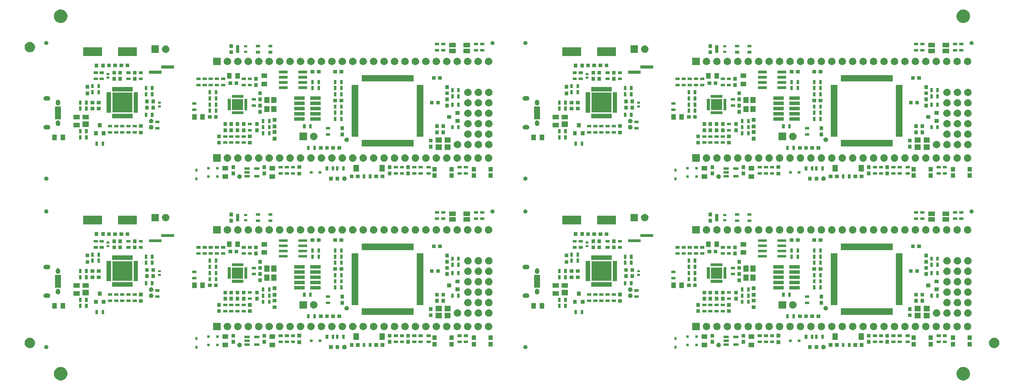
<source format=gbr>
G04 #@! TF.GenerationSoftware,KiCad,Pcbnew,(5.1.2)-1*
G04 #@! TF.CreationDate,2019-11-15T20:45:12-03:00*
G04 #@! TF.ProjectId,TP3-panel,5450332d-7061-46e6-956c-2e6b69636164,v1.0*
G04 #@! TF.SameCoordinates,Original*
G04 #@! TF.FileFunction,Soldermask,Top*
G04 #@! TF.FilePolarity,Negative*
%FSLAX46Y46*%
G04 Gerber Fmt 4.6, Leading zero omitted, Abs format (unit mm)*
G04 Created by KiCad (PCBNEW (5.1.2)-1) date 2019-11-15 20:45:12*
%MOMM*%
%LPD*%
G04 APERTURE LIST*
%ADD10C,0.100000*%
G04 APERTURE END LIST*
D10*
G36*
X259875256Y-130391298D02*
G01*
X259981579Y-130412447D01*
X260282042Y-130536903D01*
X260552451Y-130717585D01*
X260782415Y-130947549D01*
X260963097Y-131217958D01*
X261087553Y-131518421D01*
X261151000Y-131837391D01*
X261151000Y-132162609D01*
X261087553Y-132481579D01*
X260963097Y-132782042D01*
X260782415Y-133052451D01*
X260552451Y-133282415D01*
X260282042Y-133463097D01*
X259981579Y-133587553D01*
X259875256Y-133608702D01*
X259662611Y-133651000D01*
X259337389Y-133651000D01*
X259124744Y-133608702D01*
X259018421Y-133587553D01*
X258717958Y-133463097D01*
X258447549Y-133282415D01*
X258217585Y-133052451D01*
X258036903Y-132782042D01*
X257912447Y-132481579D01*
X257849000Y-132162609D01*
X257849000Y-131837391D01*
X257912447Y-131518421D01*
X258036903Y-131217958D01*
X258217585Y-130947549D01*
X258447549Y-130717585D01*
X258717958Y-130536903D01*
X259018421Y-130412447D01*
X259124744Y-130391298D01*
X259337389Y-130349000D01*
X259662611Y-130349000D01*
X259875256Y-130391298D01*
X259875256Y-130391298D01*
G37*
G36*
X40375256Y-130391298D02*
G01*
X40481579Y-130412447D01*
X40782042Y-130536903D01*
X41052451Y-130717585D01*
X41282415Y-130947549D01*
X41463097Y-131217958D01*
X41587553Y-131518421D01*
X41651000Y-131837391D01*
X41651000Y-132162609D01*
X41587553Y-132481579D01*
X41463097Y-132782042D01*
X41282415Y-133052451D01*
X41052451Y-133282415D01*
X40782042Y-133463097D01*
X40481579Y-133587553D01*
X40375256Y-133608702D01*
X40162611Y-133651000D01*
X39837389Y-133651000D01*
X39624744Y-133608702D01*
X39518421Y-133587553D01*
X39217958Y-133463097D01*
X38947549Y-133282415D01*
X38717585Y-133052451D01*
X38536903Y-132782042D01*
X38412447Y-132481579D01*
X38349000Y-132162609D01*
X38349000Y-131837391D01*
X38412447Y-131518421D01*
X38536903Y-131217958D01*
X38717585Y-130947549D01*
X38947549Y-130717585D01*
X39217958Y-130536903D01*
X39518421Y-130412447D01*
X39624744Y-130391298D01*
X39837389Y-130349000D01*
X40162611Y-130349000D01*
X40375256Y-130391298D01*
X40375256Y-130391298D01*
G37*
G36*
X225660721Y-124970174D02*
G01*
X225760995Y-125011709D01*
X225760996Y-125011710D01*
X225851242Y-125072010D01*
X225927990Y-125148758D01*
X225927991Y-125148760D01*
X225988291Y-125239005D01*
X226029826Y-125339279D01*
X226051000Y-125445730D01*
X226051000Y-125554270D01*
X226029826Y-125660721D01*
X225988291Y-125760995D01*
X225988290Y-125760996D01*
X225927990Y-125851242D01*
X225851242Y-125927990D01*
X225816805Y-125951000D01*
X225760995Y-125988291D01*
X225660721Y-126029826D01*
X225554270Y-126051000D01*
X225445730Y-126051000D01*
X225339279Y-126029826D01*
X225239005Y-125988291D01*
X225183195Y-125951000D01*
X225148758Y-125927990D01*
X225072010Y-125851242D01*
X225011710Y-125760996D01*
X225011709Y-125760995D01*
X224970174Y-125660721D01*
X224949000Y-125554270D01*
X224949000Y-125445730D01*
X224970174Y-125339279D01*
X225011709Y-125239005D01*
X225072009Y-125148760D01*
X225072010Y-125148758D01*
X225148758Y-125072010D01*
X225239004Y-125011710D01*
X225239005Y-125011709D01*
X225339279Y-124970174D01*
X225445730Y-124949000D01*
X225554270Y-124949000D01*
X225660721Y-124970174D01*
X225660721Y-124970174D01*
G37*
G36*
X109160721Y-124970174D02*
G01*
X109260995Y-125011709D01*
X109260996Y-125011710D01*
X109351242Y-125072010D01*
X109427990Y-125148758D01*
X109427991Y-125148760D01*
X109488291Y-125239005D01*
X109529826Y-125339279D01*
X109551000Y-125445730D01*
X109551000Y-125554270D01*
X109529826Y-125660721D01*
X109488291Y-125760995D01*
X109488290Y-125760996D01*
X109427990Y-125851242D01*
X109351242Y-125927990D01*
X109316805Y-125951000D01*
X109260995Y-125988291D01*
X109160721Y-126029826D01*
X109054270Y-126051000D01*
X108945730Y-126051000D01*
X108839279Y-126029826D01*
X108739005Y-125988291D01*
X108683195Y-125951000D01*
X108648758Y-125927990D01*
X108572010Y-125851242D01*
X108511710Y-125760996D01*
X108511709Y-125760995D01*
X108470174Y-125660721D01*
X108449000Y-125554270D01*
X108449000Y-125445730D01*
X108470174Y-125339279D01*
X108511709Y-125239005D01*
X108572009Y-125148760D01*
X108572010Y-125148758D01*
X108648758Y-125072010D01*
X108739004Y-125011710D01*
X108739005Y-125011709D01*
X108839279Y-124970174D01*
X108945730Y-124949000D01*
X109054270Y-124949000D01*
X109160721Y-124970174D01*
X109160721Y-124970174D01*
G37*
G36*
X36645843Y-125019214D02*
G01*
X36736837Y-125056905D01*
X36736839Y-125056906D01*
X36778063Y-125084451D01*
X36803685Y-125101571D01*
X36818731Y-125111625D01*
X36888375Y-125181269D01*
X36941647Y-125260995D01*
X36943095Y-125263163D01*
X36980786Y-125354157D01*
X37000000Y-125450753D01*
X37000000Y-125549247D01*
X36980786Y-125645843D01*
X36980785Y-125645845D01*
X36943094Y-125736839D01*
X36888375Y-125818731D01*
X36818731Y-125888375D01*
X36736839Y-125943094D01*
X36736838Y-125943095D01*
X36736837Y-125943095D01*
X36645843Y-125980786D01*
X36549247Y-126000000D01*
X36450753Y-126000000D01*
X36354157Y-125980786D01*
X36263163Y-125943095D01*
X36263162Y-125943095D01*
X36263161Y-125943094D01*
X36181269Y-125888375D01*
X36111625Y-125818731D01*
X36056906Y-125736839D01*
X36019215Y-125645845D01*
X36019214Y-125645843D01*
X36000000Y-125549247D01*
X36000000Y-125450753D01*
X36019214Y-125354157D01*
X36056905Y-125263163D01*
X36058354Y-125260995D01*
X36111625Y-125181269D01*
X36181269Y-125111625D01*
X36196316Y-125101571D01*
X36221937Y-125084451D01*
X36263161Y-125056906D01*
X36263163Y-125056905D01*
X36354157Y-125019214D01*
X36450753Y-125000000D01*
X36549247Y-125000000D01*
X36645843Y-125019214D01*
X36645843Y-125019214D01*
G37*
G36*
X153145843Y-125019214D02*
G01*
X153236837Y-125056905D01*
X153236839Y-125056906D01*
X153278063Y-125084451D01*
X153303685Y-125101571D01*
X153318731Y-125111625D01*
X153388375Y-125181269D01*
X153441647Y-125260995D01*
X153443095Y-125263163D01*
X153480786Y-125354157D01*
X153500000Y-125450753D01*
X153500000Y-125549247D01*
X153480786Y-125645843D01*
X153480785Y-125645845D01*
X153443094Y-125736839D01*
X153388375Y-125818731D01*
X153318731Y-125888375D01*
X153236839Y-125943094D01*
X153236838Y-125943095D01*
X153236837Y-125943095D01*
X153145843Y-125980786D01*
X153049247Y-126000000D01*
X152950753Y-126000000D01*
X152854157Y-125980786D01*
X152763163Y-125943095D01*
X152763162Y-125943095D01*
X152763161Y-125943094D01*
X152681269Y-125888375D01*
X152611625Y-125818731D01*
X152556906Y-125736839D01*
X152519215Y-125645845D01*
X152519214Y-125645843D01*
X152500000Y-125549247D01*
X152500000Y-125450753D01*
X152519214Y-125354157D01*
X152556905Y-125263163D01*
X152558354Y-125260995D01*
X152611625Y-125181269D01*
X152681269Y-125111625D01*
X152696316Y-125101571D01*
X152721937Y-125084451D01*
X152763161Y-125056906D01*
X152763163Y-125056905D01*
X152854157Y-125019214D01*
X152950753Y-125000000D01*
X153049247Y-125000000D01*
X153145843Y-125019214D01*
X153145843Y-125019214D01*
G37*
G36*
X106151000Y-125951000D02*
G01*
X105249000Y-125951000D01*
X105249000Y-125049000D01*
X106151000Y-125049000D01*
X106151000Y-125951000D01*
X106151000Y-125951000D01*
G37*
G36*
X107751000Y-125951000D02*
G01*
X106849000Y-125951000D01*
X106849000Y-125049000D01*
X107751000Y-125049000D01*
X107751000Y-125951000D01*
X107751000Y-125951000D01*
G37*
G36*
X222651000Y-125951000D02*
G01*
X221749000Y-125951000D01*
X221749000Y-125049000D01*
X222651000Y-125049000D01*
X222651000Y-125951000D01*
X222651000Y-125951000D01*
G37*
G36*
X224251000Y-125951000D02*
G01*
X223349000Y-125951000D01*
X223349000Y-125049000D01*
X224251000Y-125049000D01*
X224251000Y-125951000D01*
X224251000Y-125951000D01*
G37*
G36*
X73276000Y-125901000D02*
G01*
X72724000Y-125901000D01*
X72724000Y-125199000D01*
X73276000Y-125199000D01*
X73276000Y-125901000D01*
X73276000Y-125901000D01*
G37*
G36*
X189776000Y-125901000D02*
G01*
X189224000Y-125901000D01*
X189224000Y-125199000D01*
X189776000Y-125199000D01*
X189776000Y-125901000D01*
X189776000Y-125901000D01*
G37*
G36*
X32747764Y-123254402D02*
G01*
X32870445Y-123278805D01*
X33101571Y-123374541D01*
X33309578Y-123513527D01*
X33486473Y-123690422D01*
X33592432Y-123849000D01*
X33625460Y-123898431D01*
X33721195Y-124129556D01*
X33770000Y-124374915D01*
X33770000Y-124625085D01*
X33747340Y-124739004D01*
X33721195Y-124870445D01*
X33625459Y-125101571D01*
X33593928Y-125148760D01*
X33486474Y-125309577D01*
X33309577Y-125486474D01*
X33287837Y-125501000D01*
X33101571Y-125625459D01*
X32870445Y-125721195D01*
X32747765Y-125745597D01*
X32625085Y-125770000D01*
X32374915Y-125770000D01*
X32252235Y-125745597D01*
X32129555Y-125721195D01*
X31898429Y-125625459D01*
X31712163Y-125501000D01*
X31690423Y-125486474D01*
X31513526Y-125309577D01*
X31406072Y-125148760D01*
X31374541Y-125101571D01*
X31278805Y-124870445D01*
X31252660Y-124739004D01*
X31230000Y-124625085D01*
X31230000Y-124374915D01*
X31278805Y-124129556D01*
X31374540Y-123898431D01*
X31407569Y-123849000D01*
X31513527Y-123690422D01*
X31690422Y-123513527D01*
X31898429Y-123374541D01*
X32129555Y-123278805D01*
X32252236Y-123254402D01*
X32374915Y-123230000D01*
X32625085Y-123230000D01*
X32747764Y-123254402D01*
X32747764Y-123254402D01*
G37*
G36*
X267247764Y-123254402D02*
G01*
X267370445Y-123278805D01*
X267601571Y-123374541D01*
X267809578Y-123513527D01*
X267986473Y-123690422D01*
X268092432Y-123849000D01*
X268125460Y-123898431D01*
X268221195Y-124129556D01*
X268270000Y-124374915D01*
X268270000Y-124625085D01*
X268247340Y-124739004D01*
X268221195Y-124870445D01*
X268125459Y-125101571D01*
X268093928Y-125148760D01*
X267986474Y-125309577D01*
X267809577Y-125486474D01*
X267787837Y-125501000D01*
X267601571Y-125625459D01*
X267370445Y-125721195D01*
X267247765Y-125745597D01*
X267125085Y-125770000D01*
X266874915Y-125770000D01*
X266752235Y-125745597D01*
X266629555Y-125721195D01*
X266398429Y-125625459D01*
X266212163Y-125501000D01*
X266190423Y-125486474D01*
X266013526Y-125309577D01*
X265906072Y-125148760D01*
X265874541Y-125101571D01*
X265778805Y-124870445D01*
X265752660Y-124739004D01*
X265730000Y-124625085D01*
X265730000Y-124374915D01*
X265778805Y-124129556D01*
X265874540Y-123898431D01*
X265907569Y-123849000D01*
X266013527Y-123690422D01*
X266190422Y-123513527D01*
X266398429Y-123374541D01*
X266629555Y-123278805D01*
X266752236Y-123254402D01*
X266874915Y-123230000D01*
X267125085Y-123230000D01*
X267247764Y-123254402D01*
X267247764Y-123254402D01*
G37*
G36*
X200160721Y-124470174D02*
G01*
X200260995Y-124511709D01*
X200260996Y-124511710D01*
X200351242Y-124572010D01*
X200427990Y-124648758D01*
X200427991Y-124648760D01*
X200488291Y-124739005D01*
X200529826Y-124839279D01*
X200551000Y-124945730D01*
X200551000Y-125054270D01*
X200529826Y-125160721D01*
X200488291Y-125260995D01*
X200486842Y-125263163D01*
X200427990Y-125351242D01*
X200351242Y-125427990D01*
X200317173Y-125450754D01*
X200260995Y-125488291D01*
X200160721Y-125529826D01*
X200054270Y-125551000D01*
X199945730Y-125551000D01*
X199839279Y-125529826D01*
X199739005Y-125488291D01*
X199682827Y-125450754D01*
X199648758Y-125427990D01*
X199572010Y-125351242D01*
X199513158Y-125263163D01*
X199511709Y-125260995D01*
X199470174Y-125160721D01*
X199449000Y-125054270D01*
X199449000Y-124945730D01*
X199470174Y-124839279D01*
X199511709Y-124739005D01*
X199572009Y-124648760D01*
X199572010Y-124648758D01*
X199648758Y-124572010D01*
X199739004Y-124511710D01*
X199739005Y-124511709D01*
X199839279Y-124470174D01*
X199945730Y-124449000D01*
X200054270Y-124449000D01*
X200160721Y-124470174D01*
X200160721Y-124470174D01*
G37*
G36*
X92176000Y-125551000D02*
G01*
X90824000Y-125551000D01*
X90824000Y-124449000D01*
X92176000Y-124449000D01*
X92176000Y-125551000D01*
X92176000Y-125551000D01*
G37*
G36*
X197176000Y-125551000D02*
G01*
X195824000Y-125551000D01*
X195824000Y-124449000D01*
X197176000Y-124449000D01*
X197176000Y-125551000D01*
X197176000Y-125551000D01*
G37*
G36*
X80676000Y-125551000D02*
G01*
X79324000Y-125551000D01*
X79324000Y-124449000D01*
X80676000Y-124449000D01*
X80676000Y-125551000D01*
X80676000Y-125551000D01*
G37*
G36*
X83660721Y-124470174D02*
G01*
X83760995Y-124511709D01*
X83760996Y-124511710D01*
X83851242Y-124572010D01*
X83927990Y-124648758D01*
X83927991Y-124648760D01*
X83988291Y-124739005D01*
X84029826Y-124839279D01*
X84051000Y-124945730D01*
X84051000Y-125054270D01*
X84029826Y-125160721D01*
X83988291Y-125260995D01*
X83986842Y-125263163D01*
X83927990Y-125351242D01*
X83851242Y-125427990D01*
X83817173Y-125450754D01*
X83760995Y-125488291D01*
X83660721Y-125529826D01*
X83554270Y-125551000D01*
X83445730Y-125551000D01*
X83339279Y-125529826D01*
X83239005Y-125488291D01*
X83182827Y-125450754D01*
X83148758Y-125427990D01*
X83072010Y-125351242D01*
X83013158Y-125263163D01*
X83011709Y-125260995D01*
X82970174Y-125160721D01*
X82949000Y-125054270D01*
X82949000Y-124945730D01*
X82970174Y-124839279D01*
X83011709Y-124739005D01*
X83072009Y-124648760D01*
X83072010Y-124648758D01*
X83148758Y-124572010D01*
X83239004Y-124511710D01*
X83239005Y-124511709D01*
X83339279Y-124470174D01*
X83445730Y-124449000D01*
X83554270Y-124449000D01*
X83660721Y-124470174D01*
X83660721Y-124470174D01*
G37*
G36*
X208676000Y-125551000D02*
G01*
X207324000Y-125551000D01*
X207324000Y-124449000D01*
X208676000Y-124449000D01*
X208676000Y-125551000D01*
X208676000Y-125551000D01*
G37*
G36*
X230551000Y-125501000D02*
G01*
X229949000Y-125501000D01*
X229949000Y-124499000D01*
X230551000Y-124499000D01*
X230551000Y-125501000D01*
X230551000Y-125501000D01*
G37*
G36*
X232051000Y-125501000D02*
G01*
X231449000Y-125501000D01*
X231449000Y-124499000D01*
X232051000Y-124499000D01*
X232051000Y-125501000D01*
X232051000Y-125501000D01*
G37*
G36*
X115551000Y-125501000D02*
G01*
X114949000Y-125501000D01*
X114949000Y-124499000D01*
X115551000Y-124499000D01*
X115551000Y-125501000D01*
X115551000Y-125501000D01*
G37*
G36*
X114051000Y-125501000D02*
G01*
X113449000Y-125501000D01*
X113449000Y-124499000D01*
X114051000Y-124499000D01*
X114051000Y-125501000D01*
X114051000Y-125501000D01*
G37*
G36*
X118701000Y-125426000D02*
G01*
X117799000Y-125426000D01*
X117799000Y-124574000D01*
X118701000Y-124574000D01*
X118701000Y-125426000D01*
X118701000Y-125426000D01*
G37*
G36*
X112701000Y-125426000D02*
G01*
X111799000Y-125426000D01*
X111799000Y-124574000D01*
X112701000Y-124574000D01*
X112701000Y-125426000D01*
X112701000Y-125426000D01*
G37*
G36*
X111201000Y-125426000D02*
G01*
X110299000Y-125426000D01*
X110299000Y-124574000D01*
X111201000Y-124574000D01*
X111201000Y-125426000D01*
X111201000Y-125426000D01*
G37*
G36*
X117201000Y-125426000D02*
G01*
X116299000Y-125426000D01*
X116299000Y-124574000D01*
X117201000Y-124574000D01*
X117201000Y-125426000D01*
X117201000Y-125426000D01*
G37*
G36*
X227701000Y-125426000D02*
G01*
X226799000Y-125426000D01*
X226799000Y-124574000D01*
X227701000Y-124574000D01*
X227701000Y-125426000D01*
X227701000Y-125426000D01*
G37*
G36*
X229201000Y-125426000D02*
G01*
X228299000Y-125426000D01*
X228299000Y-124574000D01*
X229201000Y-124574000D01*
X229201000Y-125426000D01*
X229201000Y-125426000D01*
G37*
G36*
X233701000Y-125426000D02*
G01*
X232799000Y-125426000D01*
X232799000Y-124574000D01*
X233701000Y-124574000D01*
X233701000Y-125426000D01*
X233701000Y-125426000D01*
G37*
G36*
X235201000Y-125426000D02*
G01*
X234299000Y-125426000D01*
X234299000Y-124574000D01*
X235201000Y-124574000D01*
X235201000Y-125426000D01*
X235201000Y-125426000D01*
G37*
G36*
X252051000Y-125351000D02*
G01*
X251049000Y-125351000D01*
X251049000Y-124249000D01*
X252051000Y-124249000D01*
X252051000Y-125351000D01*
X252051000Y-125351000D01*
G37*
G36*
X247951000Y-125351000D02*
G01*
X246949000Y-125351000D01*
X246949000Y-124249000D01*
X247951000Y-124249000D01*
X247951000Y-125351000D01*
X247951000Y-125351000D01*
G37*
G36*
X135551000Y-125351000D02*
G01*
X134549000Y-125351000D01*
X134549000Y-124249000D01*
X135551000Y-124249000D01*
X135551000Y-125351000D01*
X135551000Y-125351000D01*
G37*
G36*
X131451000Y-125351000D02*
G01*
X130449000Y-125351000D01*
X130449000Y-124249000D01*
X131451000Y-124249000D01*
X131451000Y-125351000D01*
X131451000Y-125351000D01*
G37*
G36*
X261551000Y-125351000D02*
G01*
X260549000Y-125351000D01*
X260549000Y-124249000D01*
X261551000Y-124249000D01*
X261551000Y-125351000D01*
X261551000Y-125351000D01*
G37*
G36*
X257451000Y-125351000D02*
G01*
X256449000Y-125351000D01*
X256449000Y-124249000D01*
X257451000Y-124249000D01*
X257451000Y-125351000D01*
X257451000Y-125351000D01*
G37*
G36*
X145051000Y-125351000D02*
G01*
X144049000Y-125351000D01*
X144049000Y-124249000D01*
X145051000Y-124249000D01*
X145051000Y-125351000D01*
X145051000Y-125351000D01*
G37*
G36*
X140951000Y-125351000D02*
G01*
X139949000Y-125351000D01*
X139949000Y-124249000D01*
X140951000Y-124249000D01*
X140951000Y-125351000D01*
X140951000Y-125351000D01*
G37*
G36*
X76201000Y-125301000D02*
G01*
X75599000Y-125301000D01*
X75599000Y-124699000D01*
X76201000Y-124699000D01*
X76201000Y-125301000D01*
X76201000Y-125301000D01*
G37*
G36*
X194901000Y-125301000D02*
G01*
X194299000Y-125301000D01*
X194299000Y-124699000D01*
X194901000Y-124699000D01*
X194901000Y-125301000D01*
X194901000Y-125301000D01*
G37*
G36*
X192701000Y-125301000D02*
G01*
X192099000Y-125301000D01*
X192099000Y-124699000D01*
X192701000Y-124699000D01*
X192701000Y-125301000D01*
X192701000Y-125301000D01*
G37*
G36*
X78401000Y-125301000D02*
G01*
X77799000Y-125301000D01*
X77799000Y-124699000D01*
X78401000Y-124699000D01*
X78401000Y-125301000D01*
X78401000Y-125301000D01*
G37*
G36*
X202416000Y-125242301D02*
G01*
X201196400Y-125242301D01*
X201196400Y-124657701D01*
X202416000Y-124657701D01*
X202416000Y-125242301D01*
X202416000Y-125242301D01*
G37*
G36*
X88303600Y-125242301D02*
G01*
X87084000Y-125242301D01*
X87084000Y-124657701D01*
X88303600Y-124657701D01*
X88303600Y-125242301D01*
X88303600Y-125242301D01*
G37*
G36*
X85916000Y-125242301D02*
G01*
X84696400Y-125242301D01*
X84696400Y-124657701D01*
X85916000Y-124657701D01*
X85916000Y-125242301D01*
X85916000Y-125242301D01*
G37*
G36*
X204803600Y-125242301D02*
G01*
X203584000Y-125242301D01*
X203584000Y-124657701D01*
X204803600Y-124657701D01*
X204803600Y-125242301D01*
X204803600Y-125242301D01*
G37*
G36*
X214951000Y-124751000D02*
G01*
X214049000Y-124751000D01*
X214049000Y-123849000D01*
X214951000Y-123849000D01*
X214951000Y-124751000D01*
X214951000Y-124751000D01*
G37*
G36*
X98451000Y-124751000D02*
G01*
X97549000Y-124751000D01*
X97549000Y-123849000D01*
X98451000Y-123849000D01*
X98451000Y-124751000D01*
X98451000Y-124751000D01*
G37*
G36*
X124926000Y-124701000D02*
G01*
X124074000Y-124701000D01*
X124074000Y-123799000D01*
X124926000Y-123799000D01*
X124926000Y-124701000D01*
X124926000Y-124701000D01*
G37*
G36*
X120426000Y-124701000D02*
G01*
X119574000Y-124701000D01*
X119574000Y-123799000D01*
X120426000Y-123799000D01*
X120426000Y-124701000D01*
X120426000Y-124701000D01*
G37*
G36*
X236926000Y-124701000D02*
G01*
X236074000Y-124701000D01*
X236074000Y-123799000D01*
X236926000Y-123799000D01*
X236926000Y-124701000D01*
X236926000Y-124701000D01*
G37*
G36*
X241426000Y-124701000D02*
G01*
X240574000Y-124701000D01*
X240574000Y-123799000D01*
X241426000Y-123799000D01*
X241426000Y-124701000D01*
X241426000Y-124701000D01*
G37*
G36*
X198926000Y-124701000D02*
G01*
X198074000Y-124701000D01*
X198074000Y-123799000D01*
X198926000Y-123799000D01*
X198926000Y-124701000D01*
X198926000Y-124701000D01*
G37*
G36*
X82426000Y-124701000D02*
G01*
X81574000Y-124701000D01*
X81574000Y-123799000D01*
X82426000Y-123799000D01*
X82426000Y-124701000D01*
X82426000Y-124701000D01*
G37*
G36*
X206426000Y-124701000D02*
G01*
X205574000Y-124701000D01*
X205574000Y-123799000D01*
X206426000Y-123799000D01*
X206426000Y-124701000D01*
X206426000Y-124701000D01*
G37*
G36*
X89926000Y-124701000D02*
G01*
X89074000Y-124701000D01*
X89074000Y-123799000D01*
X89926000Y-123799000D01*
X89926000Y-124701000D01*
X89926000Y-124701000D01*
G37*
G36*
X97001000Y-124551000D02*
G01*
X95999000Y-124551000D01*
X95999000Y-123949000D01*
X97001000Y-123949000D01*
X97001000Y-124551000D01*
X97001000Y-124551000D01*
G37*
G36*
X243001000Y-124551000D02*
G01*
X241999000Y-124551000D01*
X241999000Y-123949000D01*
X243001000Y-123949000D01*
X243001000Y-124551000D01*
X243001000Y-124551000D01*
G37*
G36*
X244501000Y-124551000D02*
G01*
X243499000Y-124551000D01*
X243499000Y-123949000D01*
X244501000Y-123949000D01*
X244501000Y-124551000D01*
X244501000Y-124551000D01*
G37*
G36*
X128001000Y-124551000D02*
G01*
X126999000Y-124551000D01*
X126999000Y-123949000D01*
X128001000Y-123949000D01*
X128001000Y-124551000D01*
X128001000Y-124551000D01*
G37*
G36*
X126501000Y-124551000D02*
G01*
X125499000Y-124551000D01*
X125499000Y-123949000D01*
X126501000Y-123949000D01*
X126501000Y-124551000D01*
X126501000Y-124551000D01*
G37*
G36*
X240001000Y-124551000D02*
G01*
X238999000Y-124551000D01*
X238999000Y-123949000D01*
X240001000Y-123949000D01*
X240001000Y-124551000D01*
X240001000Y-124551000D01*
G37*
G36*
X94001000Y-124551000D02*
G01*
X92999000Y-124551000D01*
X92999000Y-123949000D01*
X94001000Y-123949000D01*
X94001000Y-124551000D01*
X94001000Y-124551000D01*
G37*
G36*
X255501000Y-124551000D02*
G01*
X254499000Y-124551000D01*
X254499000Y-123949000D01*
X255501000Y-123949000D01*
X255501000Y-124551000D01*
X255501000Y-124551000D01*
G37*
G36*
X139001000Y-124551000D02*
G01*
X137999000Y-124551000D01*
X137999000Y-123949000D01*
X139001000Y-123949000D01*
X139001000Y-124551000D01*
X139001000Y-124551000D01*
G37*
G36*
X213501000Y-124551000D02*
G01*
X212499000Y-124551000D01*
X212499000Y-123949000D01*
X213501000Y-123949000D01*
X213501000Y-124551000D01*
X213501000Y-124551000D01*
G37*
G36*
X212001000Y-124551000D02*
G01*
X210999000Y-124551000D01*
X210999000Y-123949000D01*
X212001000Y-123949000D01*
X212001000Y-124551000D01*
X212001000Y-124551000D01*
G37*
G36*
X95501000Y-124551000D02*
G01*
X94499000Y-124551000D01*
X94499000Y-123949000D01*
X95501000Y-123949000D01*
X95501000Y-124551000D01*
X95501000Y-124551000D01*
G37*
G36*
X238501000Y-124551000D02*
G01*
X237499000Y-124551000D01*
X237499000Y-123949000D01*
X238501000Y-123949000D01*
X238501000Y-124551000D01*
X238501000Y-124551000D01*
G37*
G36*
X210501000Y-124551000D02*
G01*
X209499000Y-124551000D01*
X209499000Y-123949000D01*
X210501000Y-123949000D01*
X210501000Y-124551000D01*
X210501000Y-124551000D01*
G37*
G36*
X130001000Y-124551000D02*
G01*
X128999000Y-124551000D01*
X128999000Y-123949000D01*
X130001000Y-123949000D01*
X130001000Y-124551000D01*
X130001000Y-124551000D01*
G37*
G36*
X246501000Y-124551000D02*
G01*
X245499000Y-124551000D01*
X245499000Y-123949000D01*
X246501000Y-123949000D01*
X246501000Y-124551000D01*
X246501000Y-124551000D01*
G37*
G36*
X122001000Y-124551000D02*
G01*
X120999000Y-124551000D01*
X120999000Y-123949000D01*
X122001000Y-123949000D01*
X122001000Y-124551000D01*
X122001000Y-124551000D01*
G37*
G36*
X254001000Y-124551000D02*
G01*
X252999000Y-124551000D01*
X252999000Y-123949000D01*
X254001000Y-123949000D01*
X254001000Y-124551000D01*
X254001000Y-124551000D01*
G37*
G36*
X137501000Y-124551000D02*
G01*
X136499000Y-124551000D01*
X136499000Y-123949000D01*
X137501000Y-123949000D01*
X137501000Y-124551000D01*
X137501000Y-124551000D01*
G37*
G36*
X123501000Y-124551000D02*
G01*
X122499000Y-124551000D01*
X122499000Y-123949000D01*
X123501000Y-123949000D01*
X123501000Y-124551000D01*
X123501000Y-124551000D01*
G37*
G36*
X202416000Y-124292300D02*
G01*
X201196400Y-124292300D01*
X201196400Y-123707700D01*
X202416000Y-123707700D01*
X202416000Y-124292300D01*
X202416000Y-124292300D01*
G37*
G36*
X85916000Y-124292300D02*
G01*
X84696400Y-124292300D01*
X84696400Y-123707700D01*
X85916000Y-123707700D01*
X85916000Y-124292300D01*
X85916000Y-124292300D01*
G37*
G36*
X101301000Y-124276000D02*
G01*
X100599000Y-124276000D01*
X100599000Y-123724000D01*
X101301000Y-123724000D01*
X101301000Y-124276000D01*
X101301000Y-124276000D01*
G37*
G36*
X103401000Y-124276000D02*
G01*
X102699000Y-124276000D01*
X102699000Y-123724000D01*
X103401000Y-123724000D01*
X103401000Y-124276000D01*
X103401000Y-124276000D01*
G37*
G36*
X219901000Y-124276000D02*
G01*
X219199000Y-124276000D01*
X219199000Y-123724000D01*
X219901000Y-123724000D01*
X219901000Y-124276000D01*
X219901000Y-124276000D01*
G37*
G36*
X217801000Y-124276000D02*
G01*
X217099000Y-124276000D01*
X217099000Y-123724000D01*
X217801000Y-123724000D01*
X217801000Y-124276000D01*
X217801000Y-124276000D01*
G37*
G36*
X229001000Y-123801000D02*
G01*
X227699000Y-123801000D01*
X227699000Y-122199000D01*
X229001000Y-122199000D01*
X229001000Y-123801000D01*
X229001000Y-123801000D01*
G37*
G36*
X235301000Y-123801000D02*
G01*
X233999000Y-123801000D01*
X233999000Y-122199000D01*
X235301000Y-122199000D01*
X235301000Y-123801000D01*
X235301000Y-123801000D01*
G37*
G36*
X73276000Y-123801000D02*
G01*
X72724000Y-123801000D01*
X72724000Y-123099000D01*
X73276000Y-123099000D01*
X73276000Y-123801000D01*
X73276000Y-123801000D01*
G37*
G36*
X189776000Y-123801000D02*
G01*
X189224000Y-123801000D01*
X189224000Y-123099000D01*
X189776000Y-123099000D01*
X189776000Y-123801000D01*
X189776000Y-123801000D01*
G37*
G36*
X118801000Y-123801000D02*
G01*
X117499000Y-123801000D01*
X117499000Y-122199000D01*
X118801000Y-122199000D01*
X118801000Y-123801000D01*
X118801000Y-123801000D01*
G37*
G36*
X112501000Y-123801000D02*
G01*
X111199000Y-123801000D01*
X111199000Y-122199000D01*
X112501000Y-122199000D01*
X112501000Y-123801000D01*
X112501000Y-123801000D01*
G37*
G36*
X257451000Y-123751000D02*
G01*
X256449000Y-123751000D01*
X256449000Y-122649000D01*
X257451000Y-122649000D01*
X257451000Y-123751000D01*
X257451000Y-123751000D01*
G37*
G36*
X261551000Y-123751000D02*
G01*
X260549000Y-123751000D01*
X260549000Y-122649000D01*
X261551000Y-122649000D01*
X261551000Y-123751000D01*
X261551000Y-123751000D01*
G37*
G36*
X252051000Y-123751000D02*
G01*
X251049000Y-123751000D01*
X251049000Y-122649000D01*
X252051000Y-122649000D01*
X252051000Y-123751000D01*
X252051000Y-123751000D01*
G37*
G36*
X145051000Y-123751000D02*
G01*
X144049000Y-123751000D01*
X144049000Y-122649000D01*
X145051000Y-122649000D01*
X145051000Y-123751000D01*
X145051000Y-123751000D01*
G37*
G36*
X131451000Y-123751000D02*
G01*
X130449000Y-123751000D01*
X130449000Y-122649000D01*
X131451000Y-122649000D01*
X131451000Y-123751000D01*
X131451000Y-123751000D01*
G37*
G36*
X140951000Y-123751000D02*
G01*
X139949000Y-123751000D01*
X139949000Y-122649000D01*
X140951000Y-122649000D01*
X140951000Y-123751000D01*
X140951000Y-123751000D01*
G37*
G36*
X135551000Y-123751000D02*
G01*
X134549000Y-123751000D01*
X134549000Y-122649000D01*
X135551000Y-122649000D01*
X135551000Y-123751000D01*
X135551000Y-123751000D01*
G37*
G36*
X247951000Y-123751000D02*
G01*
X246949000Y-123751000D01*
X246949000Y-122649000D01*
X247951000Y-122649000D01*
X247951000Y-123751000D01*
X247951000Y-123751000D01*
G37*
G36*
X92176000Y-123551000D02*
G01*
X90824000Y-123551000D01*
X90824000Y-122449000D01*
X92176000Y-122449000D01*
X92176000Y-123551000D01*
X92176000Y-123551000D01*
G37*
G36*
X197176000Y-123551000D02*
G01*
X195824000Y-123551000D01*
X195824000Y-122449000D01*
X197176000Y-122449000D01*
X197176000Y-123551000D01*
X197176000Y-123551000D01*
G37*
G36*
X208676000Y-123551000D02*
G01*
X207324000Y-123551000D01*
X207324000Y-122449000D01*
X208676000Y-122449000D01*
X208676000Y-123551000D01*
X208676000Y-123551000D01*
G37*
G36*
X80676000Y-123551000D02*
G01*
X79324000Y-123551000D01*
X79324000Y-122449000D01*
X80676000Y-122449000D01*
X80676000Y-123551000D01*
X80676000Y-123551000D01*
G37*
G36*
X224051000Y-123501000D02*
G01*
X223449000Y-123501000D01*
X223449000Y-122499000D01*
X224051000Y-122499000D01*
X224051000Y-123501000D01*
X224051000Y-123501000D01*
G37*
G36*
X107551000Y-123501000D02*
G01*
X106949000Y-123501000D01*
X106949000Y-122499000D01*
X107551000Y-122499000D01*
X107551000Y-123501000D01*
X107551000Y-123501000D01*
G37*
G36*
X221551000Y-123501000D02*
G01*
X220949000Y-123501000D01*
X220949000Y-122499000D01*
X221551000Y-122499000D01*
X221551000Y-123501000D01*
X221551000Y-123501000D01*
G37*
G36*
X106551000Y-123501000D02*
G01*
X105949000Y-123501000D01*
X105949000Y-122499000D01*
X106551000Y-122499000D01*
X106551000Y-123501000D01*
X106551000Y-123501000D01*
G37*
G36*
X105051000Y-123501000D02*
G01*
X104449000Y-123501000D01*
X104449000Y-122499000D01*
X105051000Y-122499000D01*
X105051000Y-123501000D01*
X105051000Y-123501000D01*
G37*
G36*
X109051000Y-123501000D02*
G01*
X108449000Y-123501000D01*
X108449000Y-122499000D01*
X109051000Y-122499000D01*
X109051000Y-123501000D01*
X109051000Y-123501000D01*
G37*
G36*
X223051000Y-123501000D02*
G01*
X222449000Y-123501000D01*
X222449000Y-122499000D01*
X223051000Y-122499000D01*
X223051000Y-123501000D01*
X223051000Y-123501000D01*
G37*
G36*
X225551000Y-123501000D02*
G01*
X224949000Y-123501000D01*
X224949000Y-122499000D01*
X225551000Y-122499000D01*
X225551000Y-123501000D01*
X225551000Y-123501000D01*
G37*
G36*
X88303600Y-123342299D02*
G01*
X87084000Y-123342299D01*
X87084000Y-122757699D01*
X88303600Y-122757699D01*
X88303600Y-123342299D01*
X88303600Y-123342299D01*
G37*
G36*
X204803600Y-123342299D02*
G01*
X203584000Y-123342299D01*
X203584000Y-122757699D01*
X204803600Y-122757699D01*
X204803600Y-123342299D01*
X204803600Y-123342299D01*
G37*
G36*
X85916000Y-123342299D02*
G01*
X84696400Y-123342299D01*
X84696400Y-122757699D01*
X85916000Y-122757699D01*
X85916000Y-123342299D01*
X85916000Y-123342299D01*
G37*
G36*
X202416000Y-123342299D02*
G01*
X201196400Y-123342299D01*
X201196400Y-122757699D01*
X202416000Y-122757699D01*
X202416000Y-123342299D01*
X202416000Y-123342299D01*
G37*
G36*
X192701000Y-123301000D02*
G01*
X192099000Y-123301000D01*
X192099000Y-122699000D01*
X192701000Y-122699000D01*
X192701000Y-123301000D01*
X192701000Y-123301000D01*
G37*
G36*
X194901000Y-123301000D02*
G01*
X194299000Y-123301000D01*
X194299000Y-122699000D01*
X194901000Y-122699000D01*
X194901000Y-123301000D01*
X194901000Y-123301000D01*
G37*
G36*
X78401000Y-123301000D02*
G01*
X77799000Y-123301000D01*
X77799000Y-122699000D01*
X78401000Y-122699000D01*
X78401000Y-123301000D01*
X78401000Y-123301000D01*
G37*
G36*
X76201000Y-123301000D02*
G01*
X75599000Y-123301000D01*
X75599000Y-122699000D01*
X76201000Y-122699000D01*
X76201000Y-123301000D01*
X76201000Y-123301000D01*
G37*
G36*
X206426000Y-123201000D02*
G01*
X205574000Y-123201000D01*
X205574000Y-122299000D01*
X206426000Y-122299000D01*
X206426000Y-123201000D01*
X206426000Y-123201000D01*
G37*
G36*
X120426000Y-123201000D02*
G01*
X119574000Y-123201000D01*
X119574000Y-122299000D01*
X120426000Y-122299000D01*
X120426000Y-123201000D01*
X120426000Y-123201000D01*
G37*
G36*
X89926000Y-123201000D02*
G01*
X89074000Y-123201000D01*
X89074000Y-122299000D01*
X89926000Y-122299000D01*
X89926000Y-123201000D01*
X89926000Y-123201000D01*
G37*
G36*
X82426000Y-123201000D02*
G01*
X81574000Y-123201000D01*
X81574000Y-122299000D01*
X82426000Y-122299000D01*
X82426000Y-123201000D01*
X82426000Y-123201000D01*
G37*
G36*
X124926000Y-123201000D02*
G01*
X124074000Y-123201000D01*
X124074000Y-122299000D01*
X124926000Y-122299000D01*
X124926000Y-123201000D01*
X124926000Y-123201000D01*
G37*
G36*
X198926000Y-123201000D02*
G01*
X198074000Y-123201000D01*
X198074000Y-122299000D01*
X198926000Y-122299000D01*
X198926000Y-123201000D01*
X198926000Y-123201000D01*
G37*
G36*
X241426000Y-123201000D02*
G01*
X240574000Y-123201000D01*
X240574000Y-122299000D01*
X241426000Y-122299000D01*
X241426000Y-123201000D01*
X241426000Y-123201000D01*
G37*
G36*
X236926000Y-123201000D02*
G01*
X236074000Y-123201000D01*
X236074000Y-122299000D01*
X236926000Y-122299000D01*
X236926000Y-123201000D01*
X236926000Y-123201000D01*
G37*
G36*
X214951000Y-123151000D02*
G01*
X214049000Y-123151000D01*
X214049000Y-122249000D01*
X214951000Y-122249000D01*
X214951000Y-123151000D01*
X214951000Y-123151000D01*
G37*
G36*
X98451000Y-123151000D02*
G01*
X97549000Y-123151000D01*
X97549000Y-122249000D01*
X98451000Y-122249000D01*
X98451000Y-123151000D01*
X98451000Y-123151000D01*
G37*
G36*
X137501000Y-123051000D02*
G01*
X136499000Y-123051000D01*
X136499000Y-122449000D01*
X137501000Y-122449000D01*
X137501000Y-123051000D01*
X137501000Y-123051000D01*
G37*
G36*
X128001000Y-123051000D02*
G01*
X126999000Y-123051000D01*
X126999000Y-122449000D01*
X128001000Y-122449000D01*
X128001000Y-123051000D01*
X128001000Y-123051000D01*
G37*
G36*
X97001000Y-123051000D02*
G01*
X95999000Y-123051000D01*
X95999000Y-122449000D01*
X97001000Y-122449000D01*
X97001000Y-123051000D01*
X97001000Y-123051000D01*
G37*
G36*
X126501000Y-123051000D02*
G01*
X125499000Y-123051000D01*
X125499000Y-122449000D01*
X126501000Y-122449000D01*
X126501000Y-123051000D01*
X126501000Y-123051000D01*
G37*
G36*
X123501000Y-123051000D02*
G01*
X122499000Y-123051000D01*
X122499000Y-122449000D01*
X123501000Y-122449000D01*
X123501000Y-123051000D01*
X123501000Y-123051000D01*
G37*
G36*
X139001000Y-123051000D02*
G01*
X137999000Y-123051000D01*
X137999000Y-122449000D01*
X139001000Y-122449000D01*
X139001000Y-123051000D01*
X139001000Y-123051000D01*
G37*
G36*
X255501000Y-123051000D02*
G01*
X254499000Y-123051000D01*
X254499000Y-122449000D01*
X255501000Y-122449000D01*
X255501000Y-123051000D01*
X255501000Y-123051000D01*
G37*
G36*
X94001000Y-123051000D02*
G01*
X92999000Y-123051000D01*
X92999000Y-122449000D01*
X94001000Y-122449000D01*
X94001000Y-123051000D01*
X94001000Y-123051000D01*
G37*
G36*
X212001000Y-123051000D02*
G01*
X210999000Y-123051000D01*
X210999000Y-122449000D01*
X212001000Y-122449000D01*
X212001000Y-123051000D01*
X212001000Y-123051000D01*
G37*
G36*
X254001000Y-123051000D02*
G01*
X252999000Y-123051000D01*
X252999000Y-122449000D01*
X254001000Y-122449000D01*
X254001000Y-123051000D01*
X254001000Y-123051000D01*
G37*
G36*
X238501000Y-123051000D02*
G01*
X237499000Y-123051000D01*
X237499000Y-122449000D01*
X238501000Y-122449000D01*
X238501000Y-123051000D01*
X238501000Y-123051000D01*
G37*
G36*
X240001000Y-123051000D02*
G01*
X238999000Y-123051000D01*
X238999000Y-122449000D01*
X240001000Y-122449000D01*
X240001000Y-123051000D01*
X240001000Y-123051000D01*
G37*
G36*
X243001000Y-123051000D02*
G01*
X241999000Y-123051000D01*
X241999000Y-122449000D01*
X243001000Y-122449000D01*
X243001000Y-123051000D01*
X243001000Y-123051000D01*
G37*
G36*
X244501000Y-123051000D02*
G01*
X243499000Y-123051000D01*
X243499000Y-122449000D01*
X244501000Y-122449000D01*
X244501000Y-123051000D01*
X244501000Y-123051000D01*
G37*
G36*
X213501000Y-123051000D02*
G01*
X212499000Y-123051000D01*
X212499000Y-122449000D01*
X213501000Y-122449000D01*
X213501000Y-123051000D01*
X213501000Y-123051000D01*
G37*
G36*
X246501000Y-123051000D02*
G01*
X245499000Y-123051000D01*
X245499000Y-122449000D01*
X246501000Y-122449000D01*
X246501000Y-123051000D01*
X246501000Y-123051000D01*
G37*
G36*
X210501000Y-123051000D02*
G01*
X209499000Y-123051000D01*
X209499000Y-122449000D01*
X210501000Y-122449000D01*
X210501000Y-123051000D01*
X210501000Y-123051000D01*
G37*
G36*
X130001000Y-123051000D02*
G01*
X128999000Y-123051000D01*
X128999000Y-122449000D01*
X130001000Y-122449000D01*
X130001000Y-123051000D01*
X130001000Y-123051000D01*
G37*
G36*
X122001000Y-123051000D02*
G01*
X120999000Y-123051000D01*
X120999000Y-122449000D01*
X122001000Y-122449000D01*
X122001000Y-123051000D01*
X122001000Y-123051000D01*
G37*
G36*
X95501000Y-123051000D02*
G01*
X94499000Y-123051000D01*
X94499000Y-122449000D01*
X95501000Y-122449000D01*
X95501000Y-123051000D01*
X95501000Y-123051000D01*
G37*
G36*
X242870442Y-119605518D02*
G01*
X242936627Y-119612037D01*
X243106466Y-119663557D01*
X243262991Y-119747222D01*
X243298729Y-119776552D01*
X243400186Y-119859814D01*
X243483448Y-119961271D01*
X243512778Y-119997009D01*
X243596443Y-120153534D01*
X243647963Y-120323373D01*
X243665359Y-120500000D01*
X243647963Y-120676627D01*
X243596443Y-120846466D01*
X243512778Y-121002991D01*
X243483448Y-121038729D01*
X243400186Y-121140186D01*
X243298729Y-121223448D01*
X243262991Y-121252778D01*
X243106466Y-121336443D01*
X242936627Y-121387963D01*
X242870443Y-121394481D01*
X242804260Y-121401000D01*
X242715740Y-121401000D01*
X242649557Y-121394481D01*
X242583373Y-121387963D01*
X242413534Y-121336443D01*
X242257009Y-121252778D01*
X242221271Y-121223448D01*
X242119814Y-121140186D01*
X242036552Y-121038729D01*
X242007222Y-121002991D01*
X241923557Y-120846466D01*
X241872037Y-120676627D01*
X241854641Y-120500000D01*
X241872037Y-120323373D01*
X241923557Y-120153534D01*
X242007222Y-119997009D01*
X242036552Y-119961271D01*
X242119814Y-119859814D01*
X242221271Y-119776552D01*
X242257009Y-119747222D01*
X242413534Y-119663557D01*
X242583373Y-119612037D01*
X242649558Y-119605518D01*
X242715740Y-119599000D01*
X242804260Y-119599000D01*
X242870442Y-119605518D01*
X242870442Y-119605518D01*
G37*
G36*
X212390442Y-119605518D02*
G01*
X212456627Y-119612037D01*
X212626466Y-119663557D01*
X212782991Y-119747222D01*
X212818729Y-119776552D01*
X212920186Y-119859814D01*
X213003448Y-119961271D01*
X213032778Y-119997009D01*
X213116443Y-120153534D01*
X213167963Y-120323373D01*
X213185359Y-120500000D01*
X213167963Y-120676627D01*
X213116443Y-120846466D01*
X213032778Y-121002991D01*
X213003448Y-121038729D01*
X212920186Y-121140186D01*
X212818729Y-121223448D01*
X212782991Y-121252778D01*
X212626466Y-121336443D01*
X212456627Y-121387963D01*
X212390443Y-121394481D01*
X212324260Y-121401000D01*
X212235740Y-121401000D01*
X212169557Y-121394481D01*
X212103373Y-121387963D01*
X211933534Y-121336443D01*
X211777009Y-121252778D01*
X211741271Y-121223448D01*
X211639814Y-121140186D01*
X211556552Y-121038729D01*
X211527222Y-121002991D01*
X211443557Y-120846466D01*
X211392037Y-120676627D01*
X211374641Y-120500000D01*
X211392037Y-120323373D01*
X211443557Y-120153534D01*
X211527222Y-119997009D01*
X211556552Y-119961271D01*
X211639814Y-119859814D01*
X211741271Y-119776552D01*
X211777009Y-119747222D01*
X211933534Y-119663557D01*
X212103373Y-119612037D01*
X212169558Y-119605518D01*
X212235740Y-119599000D01*
X212324260Y-119599000D01*
X212390442Y-119605518D01*
X212390442Y-119605518D01*
G37*
G36*
X237790442Y-119605518D02*
G01*
X237856627Y-119612037D01*
X238026466Y-119663557D01*
X238182991Y-119747222D01*
X238218729Y-119776552D01*
X238320186Y-119859814D01*
X238403448Y-119961271D01*
X238432778Y-119997009D01*
X238516443Y-120153534D01*
X238567963Y-120323373D01*
X238585359Y-120500000D01*
X238567963Y-120676627D01*
X238516443Y-120846466D01*
X238432778Y-121002991D01*
X238403448Y-121038729D01*
X238320186Y-121140186D01*
X238218729Y-121223448D01*
X238182991Y-121252778D01*
X238026466Y-121336443D01*
X237856627Y-121387963D01*
X237790443Y-121394481D01*
X237724260Y-121401000D01*
X237635740Y-121401000D01*
X237569557Y-121394481D01*
X237503373Y-121387963D01*
X237333534Y-121336443D01*
X237177009Y-121252778D01*
X237141271Y-121223448D01*
X237039814Y-121140186D01*
X236956552Y-121038729D01*
X236927222Y-121002991D01*
X236843557Y-120846466D01*
X236792037Y-120676627D01*
X236774641Y-120500000D01*
X236792037Y-120323373D01*
X236843557Y-120153534D01*
X236927222Y-119997009D01*
X236956552Y-119961271D01*
X237039814Y-119859814D01*
X237141271Y-119776552D01*
X237177009Y-119747222D01*
X237333534Y-119663557D01*
X237503373Y-119612037D01*
X237569558Y-119605518D01*
X237635740Y-119599000D01*
X237724260Y-119599000D01*
X237790442Y-119605518D01*
X237790442Y-119605518D01*
G37*
G36*
X260650442Y-119605518D02*
G01*
X260716627Y-119612037D01*
X260886466Y-119663557D01*
X261042991Y-119747222D01*
X261078729Y-119776552D01*
X261180186Y-119859814D01*
X261263448Y-119961271D01*
X261292778Y-119997009D01*
X261376443Y-120153534D01*
X261427963Y-120323373D01*
X261445359Y-120500000D01*
X261427963Y-120676627D01*
X261376443Y-120846466D01*
X261292778Y-121002991D01*
X261263448Y-121038729D01*
X261180186Y-121140186D01*
X261078729Y-121223448D01*
X261042991Y-121252778D01*
X260886466Y-121336443D01*
X260716627Y-121387963D01*
X260650443Y-121394481D01*
X260584260Y-121401000D01*
X260495740Y-121401000D01*
X260429557Y-121394481D01*
X260363373Y-121387963D01*
X260193534Y-121336443D01*
X260037009Y-121252778D01*
X260001271Y-121223448D01*
X259899814Y-121140186D01*
X259816552Y-121038729D01*
X259787222Y-121002991D01*
X259703557Y-120846466D01*
X259652037Y-120676627D01*
X259634641Y-120500000D01*
X259652037Y-120323373D01*
X259703557Y-120153534D01*
X259787222Y-119997009D01*
X259816552Y-119961271D01*
X259899814Y-119859814D01*
X260001271Y-119776552D01*
X260037009Y-119747222D01*
X260193534Y-119663557D01*
X260363373Y-119612037D01*
X260429558Y-119605518D01*
X260495740Y-119599000D01*
X260584260Y-119599000D01*
X260650442Y-119605518D01*
X260650442Y-119605518D01*
G37*
G36*
X258110442Y-119605518D02*
G01*
X258176627Y-119612037D01*
X258346466Y-119663557D01*
X258502991Y-119747222D01*
X258538729Y-119776552D01*
X258640186Y-119859814D01*
X258723448Y-119961271D01*
X258752778Y-119997009D01*
X258836443Y-120153534D01*
X258887963Y-120323373D01*
X258905359Y-120500000D01*
X258887963Y-120676627D01*
X258836443Y-120846466D01*
X258752778Y-121002991D01*
X258723448Y-121038729D01*
X258640186Y-121140186D01*
X258538729Y-121223448D01*
X258502991Y-121252778D01*
X258346466Y-121336443D01*
X258176627Y-121387963D01*
X258110443Y-121394481D01*
X258044260Y-121401000D01*
X257955740Y-121401000D01*
X257889557Y-121394481D01*
X257823373Y-121387963D01*
X257653534Y-121336443D01*
X257497009Y-121252778D01*
X257461271Y-121223448D01*
X257359814Y-121140186D01*
X257276552Y-121038729D01*
X257247222Y-121002991D01*
X257163557Y-120846466D01*
X257112037Y-120676627D01*
X257094641Y-120500000D01*
X257112037Y-120323373D01*
X257163557Y-120153534D01*
X257247222Y-119997009D01*
X257276552Y-119961271D01*
X257359814Y-119859814D01*
X257461271Y-119776552D01*
X257497009Y-119747222D01*
X257653534Y-119663557D01*
X257823373Y-119612037D01*
X257889558Y-119605518D01*
X257955740Y-119599000D01*
X258044260Y-119599000D01*
X258110442Y-119605518D01*
X258110442Y-119605518D01*
G37*
G36*
X240330442Y-119605518D02*
G01*
X240396627Y-119612037D01*
X240566466Y-119663557D01*
X240722991Y-119747222D01*
X240758729Y-119776552D01*
X240860186Y-119859814D01*
X240943448Y-119961271D01*
X240972778Y-119997009D01*
X241056443Y-120153534D01*
X241107963Y-120323373D01*
X241125359Y-120500000D01*
X241107963Y-120676627D01*
X241056443Y-120846466D01*
X240972778Y-121002991D01*
X240943448Y-121038729D01*
X240860186Y-121140186D01*
X240758729Y-121223448D01*
X240722991Y-121252778D01*
X240566466Y-121336443D01*
X240396627Y-121387963D01*
X240330443Y-121394481D01*
X240264260Y-121401000D01*
X240175740Y-121401000D01*
X240109557Y-121394481D01*
X240043373Y-121387963D01*
X239873534Y-121336443D01*
X239717009Y-121252778D01*
X239681271Y-121223448D01*
X239579814Y-121140186D01*
X239496552Y-121038729D01*
X239467222Y-121002991D01*
X239383557Y-120846466D01*
X239332037Y-120676627D01*
X239314641Y-120500000D01*
X239332037Y-120323373D01*
X239383557Y-120153534D01*
X239467222Y-119997009D01*
X239496552Y-119961271D01*
X239579814Y-119859814D01*
X239681271Y-119776552D01*
X239717009Y-119747222D01*
X239873534Y-119663557D01*
X240043373Y-119612037D01*
X240109558Y-119605518D01*
X240175740Y-119599000D01*
X240264260Y-119599000D01*
X240330442Y-119605518D01*
X240330442Y-119605518D01*
G37*
G36*
X195401000Y-121401000D02*
G01*
X193599000Y-121401000D01*
X193599000Y-119599000D01*
X195401000Y-119599000D01*
X195401000Y-121401000D01*
X195401000Y-121401000D01*
G37*
G36*
X197150442Y-119605518D02*
G01*
X197216627Y-119612037D01*
X197386466Y-119663557D01*
X197542991Y-119747222D01*
X197578729Y-119776552D01*
X197680186Y-119859814D01*
X197763448Y-119961271D01*
X197792778Y-119997009D01*
X197876443Y-120153534D01*
X197927963Y-120323373D01*
X197945359Y-120500000D01*
X197927963Y-120676627D01*
X197876443Y-120846466D01*
X197792778Y-121002991D01*
X197763448Y-121038729D01*
X197680186Y-121140186D01*
X197578729Y-121223448D01*
X197542991Y-121252778D01*
X197386466Y-121336443D01*
X197216627Y-121387963D01*
X197150443Y-121394481D01*
X197084260Y-121401000D01*
X196995740Y-121401000D01*
X196929557Y-121394481D01*
X196863373Y-121387963D01*
X196693534Y-121336443D01*
X196537009Y-121252778D01*
X196501271Y-121223448D01*
X196399814Y-121140186D01*
X196316552Y-121038729D01*
X196287222Y-121002991D01*
X196203557Y-120846466D01*
X196152037Y-120676627D01*
X196134641Y-120500000D01*
X196152037Y-120323373D01*
X196203557Y-120153534D01*
X196287222Y-119997009D01*
X196316552Y-119961271D01*
X196399814Y-119859814D01*
X196501271Y-119776552D01*
X196537009Y-119747222D01*
X196693534Y-119663557D01*
X196863373Y-119612037D01*
X196929558Y-119605518D01*
X196995740Y-119599000D01*
X197084260Y-119599000D01*
X197150442Y-119605518D01*
X197150442Y-119605518D01*
G37*
G36*
X90810442Y-119605518D02*
G01*
X90876627Y-119612037D01*
X91046466Y-119663557D01*
X91202991Y-119747222D01*
X91238729Y-119776552D01*
X91340186Y-119859814D01*
X91423448Y-119961271D01*
X91452778Y-119997009D01*
X91536443Y-120153534D01*
X91587963Y-120323373D01*
X91605359Y-120500000D01*
X91587963Y-120676627D01*
X91536443Y-120846466D01*
X91452778Y-121002991D01*
X91423448Y-121038729D01*
X91340186Y-121140186D01*
X91238729Y-121223448D01*
X91202991Y-121252778D01*
X91046466Y-121336443D01*
X90876627Y-121387963D01*
X90810443Y-121394481D01*
X90744260Y-121401000D01*
X90655740Y-121401000D01*
X90589557Y-121394481D01*
X90523373Y-121387963D01*
X90353534Y-121336443D01*
X90197009Y-121252778D01*
X90161271Y-121223448D01*
X90059814Y-121140186D01*
X89976552Y-121038729D01*
X89947222Y-121002991D01*
X89863557Y-120846466D01*
X89812037Y-120676627D01*
X89794641Y-120500000D01*
X89812037Y-120323373D01*
X89863557Y-120153534D01*
X89947222Y-119997009D01*
X89976552Y-119961271D01*
X90059814Y-119859814D01*
X90161271Y-119776552D01*
X90197009Y-119747222D01*
X90353534Y-119663557D01*
X90523373Y-119612037D01*
X90589558Y-119605518D01*
X90655740Y-119599000D01*
X90744260Y-119599000D01*
X90810442Y-119605518D01*
X90810442Y-119605518D01*
G37*
G36*
X202230442Y-119605518D02*
G01*
X202296627Y-119612037D01*
X202466466Y-119663557D01*
X202622991Y-119747222D01*
X202658729Y-119776552D01*
X202760186Y-119859814D01*
X202843448Y-119961271D01*
X202872778Y-119997009D01*
X202956443Y-120153534D01*
X203007963Y-120323373D01*
X203025359Y-120500000D01*
X203007963Y-120676627D01*
X202956443Y-120846466D01*
X202872778Y-121002991D01*
X202843448Y-121038729D01*
X202760186Y-121140186D01*
X202658729Y-121223448D01*
X202622991Y-121252778D01*
X202466466Y-121336443D01*
X202296627Y-121387963D01*
X202230443Y-121394481D01*
X202164260Y-121401000D01*
X202075740Y-121401000D01*
X202009557Y-121394481D01*
X201943373Y-121387963D01*
X201773534Y-121336443D01*
X201617009Y-121252778D01*
X201581271Y-121223448D01*
X201479814Y-121140186D01*
X201396552Y-121038729D01*
X201367222Y-121002991D01*
X201283557Y-120846466D01*
X201232037Y-120676627D01*
X201214641Y-120500000D01*
X201232037Y-120323373D01*
X201283557Y-120153534D01*
X201367222Y-119997009D01*
X201396552Y-119961271D01*
X201479814Y-119859814D01*
X201581271Y-119776552D01*
X201617009Y-119747222D01*
X201773534Y-119663557D01*
X201943373Y-119612037D01*
X202009558Y-119605518D01*
X202075740Y-119599000D01*
X202164260Y-119599000D01*
X202230442Y-119605518D01*
X202230442Y-119605518D01*
G37*
G36*
X204770442Y-119605518D02*
G01*
X204836627Y-119612037D01*
X205006466Y-119663557D01*
X205162991Y-119747222D01*
X205198729Y-119776552D01*
X205300186Y-119859814D01*
X205383448Y-119961271D01*
X205412778Y-119997009D01*
X205496443Y-120153534D01*
X205547963Y-120323373D01*
X205565359Y-120500000D01*
X205547963Y-120676627D01*
X205496443Y-120846466D01*
X205412778Y-121002991D01*
X205383448Y-121038729D01*
X205300186Y-121140186D01*
X205198729Y-121223448D01*
X205162991Y-121252778D01*
X205006466Y-121336443D01*
X204836627Y-121387963D01*
X204770443Y-121394481D01*
X204704260Y-121401000D01*
X204615740Y-121401000D01*
X204549557Y-121394481D01*
X204483373Y-121387963D01*
X204313534Y-121336443D01*
X204157009Y-121252778D01*
X204121271Y-121223448D01*
X204019814Y-121140186D01*
X203936552Y-121038729D01*
X203907222Y-121002991D01*
X203823557Y-120846466D01*
X203772037Y-120676627D01*
X203754641Y-120500000D01*
X203772037Y-120323373D01*
X203823557Y-120153534D01*
X203907222Y-119997009D01*
X203936552Y-119961271D01*
X204019814Y-119859814D01*
X204121271Y-119776552D01*
X204157009Y-119747222D01*
X204313534Y-119663557D01*
X204483373Y-119612037D01*
X204549558Y-119605518D01*
X204615740Y-119599000D01*
X204704260Y-119599000D01*
X204770442Y-119605518D01*
X204770442Y-119605518D01*
G37*
G36*
X207310442Y-119605518D02*
G01*
X207376627Y-119612037D01*
X207546466Y-119663557D01*
X207702991Y-119747222D01*
X207738729Y-119776552D01*
X207840186Y-119859814D01*
X207923448Y-119961271D01*
X207952778Y-119997009D01*
X208036443Y-120153534D01*
X208087963Y-120323373D01*
X208105359Y-120500000D01*
X208087963Y-120676627D01*
X208036443Y-120846466D01*
X207952778Y-121002991D01*
X207923448Y-121038729D01*
X207840186Y-121140186D01*
X207738729Y-121223448D01*
X207702991Y-121252778D01*
X207546466Y-121336443D01*
X207376627Y-121387963D01*
X207310443Y-121394481D01*
X207244260Y-121401000D01*
X207155740Y-121401000D01*
X207089557Y-121394481D01*
X207023373Y-121387963D01*
X206853534Y-121336443D01*
X206697009Y-121252778D01*
X206661271Y-121223448D01*
X206559814Y-121140186D01*
X206476552Y-121038729D01*
X206447222Y-121002991D01*
X206363557Y-120846466D01*
X206312037Y-120676627D01*
X206294641Y-120500000D01*
X206312037Y-120323373D01*
X206363557Y-120153534D01*
X206447222Y-119997009D01*
X206476552Y-119961271D01*
X206559814Y-119859814D01*
X206661271Y-119776552D01*
X206697009Y-119747222D01*
X206853534Y-119663557D01*
X207023373Y-119612037D01*
X207089558Y-119605518D01*
X207155740Y-119599000D01*
X207244260Y-119599000D01*
X207310442Y-119605518D01*
X207310442Y-119605518D01*
G37*
G36*
X209850442Y-119605518D02*
G01*
X209916627Y-119612037D01*
X210086466Y-119663557D01*
X210242991Y-119747222D01*
X210278729Y-119776552D01*
X210380186Y-119859814D01*
X210463448Y-119961271D01*
X210492778Y-119997009D01*
X210576443Y-120153534D01*
X210627963Y-120323373D01*
X210645359Y-120500000D01*
X210627963Y-120676627D01*
X210576443Y-120846466D01*
X210492778Y-121002991D01*
X210463448Y-121038729D01*
X210380186Y-121140186D01*
X210278729Y-121223448D01*
X210242991Y-121252778D01*
X210086466Y-121336443D01*
X209916627Y-121387963D01*
X209850443Y-121394481D01*
X209784260Y-121401000D01*
X209695740Y-121401000D01*
X209629557Y-121394481D01*
X209563373Y-121387963D01*
X209393534Y-121336443D01*
X209237009Y-121252778D01*
X209201271Y-121223448D01*
X209099814Y-121140186D01*
X209016552Y-121038729D01*
X208987222Y-121002991D01*
X208903557Y-120846466D01*
X208852037Y-120676627D01*
X208834641Y-120500000D01*
X208852037Y-120323373D01*
X208903557Y-120153534D01*
X208987222Y-119997009D01*
X209016552Y-119961271D01*
X209099814Y-119859814D01*
X209201271Y-119776552D01*
X209237009Y-119747222D01*
X209393534Y-119663557D01*
X209563373Y-119612037D01*
X209629558Y-119605518D01*
X209695740Y-119599000D01*
X209784260Y-119599000D01*
X209850442Y-119605518D01*
X209850442Y-119605518D01*
G37*
G36*
X245410442Y-119605518D02*
G01*
X245476627Y-119612037D01*
X245646466Y-119663557D01*
X245802991Y-119747222D01*
X245838729Y-119776552D01*
X245940186Y-119859814D01*
X246023448Y-119961271D01*
X246052778Y-119997009D01*
X246136443Y-120153534D01*
X246187963Y-120323373D01*
X246205359Y-120500000D01*
X246187963Y-120676627D01*
X246136443Y-120846466D01*
X246052778Y-121002991D01*
X246023448Y-121038729D01*
X245940186Y-121140186D01*
X245838729Y-121223448D01*
X245802991Y-121252778D01*
X245646466Y-121336443D01*
X245476627Y-121387963D01*
X245410443Y-121394481D01*
X245344260Y-121401000D01*
X245255740Y-121401000D01*
X245189557Y-121394481D01*
X245123373Y-121387963D01*
X244953534Y-121336443D01*
X244797009Y-121252778D01*
X244761271Y-121223448D01*
X244659814Y-121140186D01*
X244576552Y-121038729D01*
X244547222Y-121002991D01*
X244463557Y-120846466D01*
X244412037Y-120676627D01*
X244394641Y-120500000D01*
X244412037Y-120323373D01*
X244463557Y-120153534D01*
X244547222Y-119997009D01*
X244576552Y-119961271D01*
X244659814Y-119859814D01*
X244761271Y-119776552D01*
X244797009Y-119747222D01*
X244953534Y-119663557D01*
X245123373Y-119612037D01*
X245189558Y-119605518D01*
X245255740Y-119599000D01*
X245344260Y-119599000D01*
X245410442Y-119605518D01*
X245410442Y-119605518D01*
G37*
G36*
X247950442Y-119605518D02*
G01*
X248016627Y-119612037D01*
X248186466Y-119663557D01*
X248342991Y-119747222D01*
X248378729Y-119776552D01*
X248480186Y-119859814D01*
X248563448Y-119961271D01*
X248592778Y-119997009D01*
X248676443Y-120153534D01*
X248727963Y-120323373D01*
X248745359Y-120500000D01*
X248727963Y-120676627D01*
X248676443Y-120846466D01*
X248592778Y-121002991D01*
X248563448Y-121038729D01*
X248480186Y-121140186D01*
X248378729Y-121223448D01*
X248342991Y-121252778D01*
X248186466Y-121336443D01*
X248016627Y-121387963D01*
X247950443Y-121394481D01*
X247884260Y-121401000D01*
X247795740Y-121401000D01*
X247729557Y-121394481D01*
X247663373Y-121387963D01*
X247493534Y-121336443D01*
X247337009Y-121252778D01*
X247301271Y-121223448D01*
X247199814Y-121140186D01*
X247116552Y-121038729D01*
X247087222Y-121002991D01*
X247003557Y-120846466D01*
X246952037Y-120676627D01*
X246934641Y-120500000D01*
X246952037Y-120323373D01*
X247003557Y-120153534D01*
X247087222Y-119997009D01*
X247116552Y-119961271D01*
X247199814Y-119859814D01*
X247301271Y-119776552D01*
X247337009Y-119747222D01*
X247493534Y-119663557D01*
X247663373Y-119612037D01*
X247729558Y-119605518D01*
X247795740Y-119599000D01*
X247884260Y-119599000D01*
X247950442Y-119605518D01*
X247950442Y-119605518D01*
G37*
G36*
X250490442Y-119605518D02*
G01*
X250556627Y-119612037D01*
X250726466Y-119663557D01*
X250882991Y-119747222D01*
X250918729Y-119776552D01*
X251020186Y-119859814D01*
X251103448Y-119961271D01*
X251132778Y-119997009D01*
X251216443Y-120153534D01*
X251267963Y-120323373D01*
X251285359Y-120500000D01*
X251267963Y-120676627D01*
X251216443Y-120846466D01*
X251132778Y-121002991D01*
X251103448Y-121038729D01*
X251020186Y-121140186D01*
X250918729Y-121223448D01*
X250882991Y-121252778D01*
X250726466Y-121336443D01*
X250556627Y-121387963D01*
X250490443Y-121394481D01*
X250424260Y-121401000D01*
X250335740Y-121401000D01*
X250269557Y-121394481D01*
X250203373Y-121387963D01*
X250033534Y-121336443D01*
X249877009Y-121252778D01*
X249841271Y-121223448D01*
X249739814Y-121140186D01*
X249656552Y-121038729D01*
X249627222Y-121002991D01*
X249543557Y-120846466D01*
X249492037Y-120676627D01*
X249474641Y-120500000D01*
X249492037Y-120323373D01*
X249543557Y-120153534D01*
X249627222Y-119997009D01*
X249656552Y-119961271D01*
X249739814Y-119859814D01*
X249841271Y-119776552D01*
X249877009Y-119747222D01*
X250033534Y-119663557D01*
X250203373Y-119612037D01*
X250269558Y-119605518D01*
X250335740Y-119599000D01*
X250424260Y-119599000D01*
X250490442Y-119605518D01*
X250490442Y-119605518D01*
G37*
G36*
X253030442Y-119605518D02*
G01*
X253096627Y-119612037D01*
X253266466Y-119663557D01*
X253422991Y-119747222D01*
X253458729Y-119776552D01*
X253560186Y-119859814D01*
X253643448Y-119961271D01*
X253672778Y-119997009D01*
X253756443Y-120153534D01*
X253807963Y-120323373D01*
X253825359Y-120500000D01*
X253807963Y-120676627D01*
X253756443Y-120846466D01*
X253672778Y-121002991D01*
X253643448Y-121038729D01*
X253560186Y-121140186D01*
X253458729Y-121223448D01*
X253422991Y-121252778D01*
X253266466Y-121336443D01*
X253096627Y-121387963D01*
X253030443Y-121394481D01*
X252964260Y-121401000D01*
X252875740Y-121401000D01*
X252809557Y-121394481D01*
X252743373Y-121387963D01*
X252573534Y-121336443D01*
X252417009Y-121252778D01*
X252381271Y-121223448D01*
X252279814Y-121140186D01*
X252196552Y-121038729D01*
X252167222Y-121002991D01*
X252083557Y-120846466D01*
X252032037Y-120676627D01*
X252014641Y-120500000D01*
X252032037Y-120323373D01*
X252083557Y-120153534D01*
X252167222Y-119997009D01*
X252196552Y-119961271D01*
X252279814Y-119859814D01*
X252381271Y-119776552D01*
X252417009Y-119747222D01*
X252573534Y-119663557D01*
X252743373Y-119612037D01*
X252809558Y-119605518D01*
X252875740Y-119599000D01*
X252964260Y-119599000D01*
X253030442Y-119605518D01*
X253030442Y-119605518D01*
G37*
G36*
X255570442Y-119605518D02*
G01*
X255636627Y-119612037D01*
X255806466Y-119663557D01*
X255962991Y-119747222D01*
X255998729Y-119776552D01*
X256100186Y-119859814D01*
X256183448Y-119961271D01*
X256212778Y-119997009D01*
X256296443Y-120153534D01*
X256347963Y-120323373D01*
X256365359Y-120500000D01*
X256347963Y-120676627D01*
X256296443Y-120846466D01*
X256212778Y-121002991D01*
X256183448Y-121038729D01*
X256100186Y-121140186D01*
X255998729Y-121223448D01*
X255962991Y-121252778D01*
X255806466Y-121336443D01*
X255636627Y-121387963D01*
X255570443Y-121394481D01*
X255504260Y-121401000D01*
X255415740Y-121401000D01*
X255349557Y-121394481D01*
X255283373Y-121387963D01*
X255113534Y-121336443D01*
X254957009Y-121252778D01*
X254921271Y-121223448D01*
X254819814Y-121140186D01*
X254736552Y-121038729D01*
X254707222Y-121002991D01*
X254623557Y-120846466D01*
X254572037Y-120676627D01*
X254554641Y-120500000D01*
X254572037Y-120323373D01*
X254623557Y-120153534D01*
X254707222Y-119997009D01*
X254736552Y-119961271D01*
X254819814Y-119859814D01*
X254921271Y-119776552D01*
X254957009Y-119747222D01*
X255113534Y-119663557D01*
X255283373Y-119612037D01*
X255349558Y-119605518D01*
X255415740Y-119599000D01*
X255504260Y-119599000D01*
X255570442Y-119605518D01*
X255570442Y-119605518D01*
G37*
G36*
X95890442Y-119605518D02*
G01*
X95956627Y-119612037D01*
X96126466Y-119663557D01*
X96282991Y-119747222D01*
X96318729Y-119776552D01*
X96420186Y-119859814D01*
X96503448Y-119961271D01*
X96532778Y-119997009D01*
X96616443Y-120153534D01*
X96667963Y-120323373D01*
X96685359Y-120500000D01*
X96667963Y-120676627D01*
X96616443Y-120846466D01*
X96532778Y-121002991D01*
X96503448Y-121038729D01*
X96420186Y-121140186D01*
X96318729Y-121223448D01*
X96282991Y-121252778D01*
X96126466Y-121336443D01*
X95956627Y-121387963D01*
X95890443Y-121394481D01*
X95824260Y-121401000D01*
X95735740Y-121401000D01*
X95669557Y-121394481D01*
X95603373Y-121387963D01*
X95433534Y-121336443D01*
X95277009Y-121252778D01*
X95241271Y-121223448D01*
X95139814Y-121140186D01*
X95056552Y-121038729D01*
X95027222Y-121002991D01*
X94943557Y-120846466D01*
X94892037Y-120676627D01*
X94874641Y-120500000D01*
X94892037Y-120323373D01*
X94943557Y-120153534D01*
X95027222Y-119997009D01*
X95056552Y-119961271D01*
X95139814Y-119859814D01*
X95241271Y-119776552D01*
X95277009Y-119747222D01*
X95433534Y-119663557D01*
X95603373Y-119612037D01*
X95669558Y-119605518D01*
X95735740Y-119599000D01*
X95824260Y-119599000D01*
X95890442Y-119605518D01*
X95890442Y-119605518D01*
G37*
G36*
X93350442Y-119605518D02*
G01*
X93416627Y-119612037D01*
X93586466Y-119663557D01*
X93742991Y-119747222D01*
X93778729Y-119776552D01*
X93880186Y-119859814D01*
X93963448Y-119961271D01*
X93992778Y-119997009D01*
X94076443Y-120153534D01*
X94127963Y-120323373D01*
X94145359Y-120500000D01*
X94127963Y-120676627D01*
X94076443Y-120846466D01*
X93992778Y-121002991D01*
X93963448Y-121038729D01*
X93880186Y-121140186D01*
X93778729Y-121223448D01*
X93742991Y-121252778D01*
X93586466Y-121336443D01*
X93416627Y-121387963D01*
X93350443Y-121394481D01*
X93284260Y-121401000D01*
X93195740Y-121401000D01*
X93129557Y-121394481D01*
X93063373Y-121387963D01*
X92893534Y-121336443D01*
X92737009Y-121252778D01*
X92701271Y-121223448D01*
X92599814Y-121140186D01*
X92516552Y-121038729D01*
X92487222Y-121002991D01*
X92403557Y-120846466D01*
X92352037Y-120676627D01*
X92334641Y-120500000D01*
X92352037Y-120323373D01*
X92403557Y-120153534D01*
X92487222Y-119997009D01*
X92516552Y-119961271D01*
X92599814Y-119859814D01*
X92701271Y-119776552D01*
X92737009Y-119747222D01*
X92893534Y-119663557D01*
X93063373Y-119612037D01*
X93129558Y-119605518D01*
X93195740Y-119599000D01*
X93284260Y-119599000D01*
X93350442Y-119605518D01*
X93350442Y-119605518D01*
G37*
G36*
X88270442Y-119605518D02*
G01*
X88336627Y-119612037D01*
X88506466Y-119663557D01*
X88662991Y-119747222D01*
X88698729Y-119776552D01*
X88800186Y-119859814D01*
X88883448Y-119961271D01*
X88912778Y-119997009D01*
X88996443Y-120153534D01*
X89047963Y-120323373D01*
X89065359Y-120500000D01*
X89047963Y-120676627D01*
X88996443Y-120846466D01*
X88912778Y-121002991D01*
X88883448Y-121038729D01*
X88800186Y-121140186D01*
X88698729Y-121223448D01*
X88662991Y-121252778D01*
X88506466Y-121336443D01*
X88336627Y-121387963D01*
X88270443Y-121394481D01*
X88204260Y-121401000D01*
X88115740Y-121401000D01*
X88049557Y-121394481D01*
X87983373Y-121387963D01*
X87813534Y-121336443D01*
X87657009Y-121252778D01*
X87621271Y-121223448D01*
X87519814Y-121140186D01*
X87436552Y-121038729D01*
X87407222Y-121002991D01*
X87323557Y-120846466D01*
X87272037Y-120676627D01*
X87254641Y-120500000D01*
X87272037Y-120323373D01*
X87323557Y-120153534D01*
X87407222Y-119997009D01*
X87436552Y-119961271D01*
X87519814Y-119859814D01*
X87621271Y-119776552D01*
X87657009Y-119747222D01*
X87813534Y-119663557D01*
X87983373Y-119612037D01*
X88049558Y-119605518D01*
X88115740Y-119599000D01*
X88204260Y-119599000D01*
X88270442Y-119605518D01*
X88270442Y-119605518D01*
G37*
G36*
X85730442Y-119605518D02*
G01*
X85796627Y-119612037D01*
X85966466Y-119663557D01*
X86122991Y-119747222D01*
X86158729Y-119776552D01*
X86260186Y-119859814D01*
X86343448Y-119961271D01*
X86372778Y-119997009D01*
X86456443Y-120153534D01*
X86507963Y-120323373D01*
X86525359Y-120500000D01*
X86507963Y-120676627D01*
X86456443Y-120846466D01*
X86372778Y-121002991D01*
X86343448Y-121038729D01*
X86260186Y-121140186D01*
X86158729Y-121223448D01*
X86122991Y-121252778D01*
X85966466Y-121336443D01*
X85796627Y-121387963D01*
X85730443Y-121394481D01*
X85664260Y-121401000D01*
X85575740Y-121401000D01*
X85509557Y-121394481D01*
X85443373Y-121387963D01*
X85273534Y-121336443D01*
X85117009Y-121252778D01*
X85081271Y-121223448D01*
X84979814Y-121140186D01*
X84896552Y-121038729D01*
X84867222Y-121002991D01*
X84783557Y-120846466D01*
X84732037Y-120676627D01*
X84714641Y-120500000D01*
X84732037Y-120323373D01*
X84783557Y-120153534D01*
X84867222Y-119997009D01*
X84896552Y-119961271D01*
X84979814Y-119859814D01*
X85081271Y-119776552D01*
X85117009Y-119747222D01*
X85273534Y-119663557D01*
X85443373Y-119612037D01*
X85509558Y-119605518D01*
X85575740Y-119599000D01*
X85664260Y-119599000D01*
X85730442Y-119605518D01*
X85730442Y-119605518D01*
G37*
G36*
X83190442Y-119605518D02*
G01*
X83256627Y-119612037D01*
X83426466Y-119663557D01*
X83582991Y-119747222D01*
X83618729Y-119776552D01*
X83720186Y-119859814D01*
X83803448Y-119961271D01*
X83832778Y-119997009D01*
X83916443Y-120153534D01*
X83967963Y-120323373D01*
X83985359Y-120500000D01*
X83967963Y-120676627D01*
X83916443Y-120846466D01*
X83832778Y-121002991D01*
X83803448Y-121038729D01*
X83720186Y-121140186D01*
X83618729Y-121223448D01*
X83582991Y-121252778D01*
X83426466Y-121336443D01*
X83256627Y-121387963D01*
X83190443Y-121394481D01*
X83124260Y-121401000D01*
X83035740Y-121401000D01*
X82969557Y-121394481D01*
X82903373Y-121387963D01*
X82733534Y-121336443D01*
X82577009Y-121252778D01*
X82541271Y-121223448D01*
X82439814Y-121140186D01*
X82356552Y-121038729D01*
X82327222Y-121002991D01*
X82243557Y-120846466D01*
X82192037Y-120676627D01*
X82174641Y-120500000D01*
X82192037Y-120323373D01*
X82243557Y-120153534D01*
X82327222Y-119997009D01*
X82356552Y-119961271D01*
X82439814Y-119859814D01*
X82541271Y-119776552D01*
X82577009Y-119747222D01*
X82733534Y-119663557D01*
X82903373Y-119612037D01*
X82969558Y-119605518D01*
X83035740Y-119599000D01*
X83124260Y-119599000D01*
X83190442Y-119605518D01*
X83190442Y-119605518D01*
G37*
G36*
X80650442Y-119605518D02*
G01*
X80716627Y-119612037D01*
X80886466Y-119663557D01*
X81042991Y-119747222D01*
X81078729Y-119776552D01*
X81180186Y-119859814D01*
X81263448Y-119961271D01*
X81292778Y-119997009D01*
X81376443Y-120153534D01*
X81427963Y-120323373D01*
X81445359Y-120500000D01*
X81427963Y-120676627D01*
X81376443Y-120846466D01*
X81292778Y-121002991D01*
X81263448Y-121038729D01*
X81180186Y-121140186D01*
X81078729Y-121223448D01*
X81042991Y-121252778D01*
X80886466Y-121336443D01*
X80716627Y-121387963D01*
X80650443Y-121394481D01*
X80584260Y-121401000D01*
X80495740Y-121401000D01*
X80429557Y-121394481D01*
X80363373Y-121387963D01*
X80193534Y-121336443D01*
X80037009Y-121252778D01*
X80001271Y-121223448D01*
X79899814Y-121140186D01*
X79816552Y-121038729D01*
X79787222Y-121002991D01*
X79703557Y-120846466D01*
X79652037Y-120676627D01*
X79634641Y-120500000D01*
X79652037Y-120323373D01*
X79703557Y-120153534D01*
X79787222Y-119997009D01*
X79816552Y-119961271D01*
X79899814Y-119859814D01*
X80001271Y-119776552D01*
X80037009Y-119747222D01*
X80193534Y-119663557D01*
X80363373Y-119612037D01*
X80429558Y-119605518D01*
X80495740Y-119599000D01*
X80584260Y-119599000D01*
X80650442Y-119605518D01*
X80650442Y-119605518D01*
G37*
G36*
X78901000Y-121401000D02*
G01*
X77099000Y-121401000D01*
X77099000Y-119599000D01*
X78901000Y-119599000D01*
X78901000Y-121401000D01*
X78901000Y-121401000D01*
G37*
G36*
X98430442Y-119605518D02*
G01*
X98496627Y-119612037D01*
X98666466Y-119663557D01*
X98822991Y-119747222D01*
X98858729Y-119776552D01*
X98960186Y-119859814D01*
X99043448Y-119961271D01*
X99072778Y-119997009D01*
X99156443Y-120153534D01*
X99207963Y-120323373D01*
X99225359Y-120500000D01*
X99207963Y-120676627D01*
X99156443Y-120846466D01*
X99072778Y-121002991D01*
X99043448Y-121038729D01*
X98960186Y-121140186D01*
X98858729Y-121223448D01*
X98822991Y-121252778D01*
X98666466Y-121336443D01*
X98496627Y-121387963D01*
X98430443Y-121394481D01*
X98364260Y-121401000D01*
X98275740Y-121401000D01*
X98209557Y-121394481D01*
X98143373Y-121387963D01*
X97973534Y-121336443D01*
X97817009Y-121252778D01*
X97781271Y-121223448D01*
X97679814Y-121140186D01*
X97596552Y-121038729D01*
X97567222Y-121002991D01*
X97483557Y-120846466D01*
X97432037Y-120676627D01*
X97414641Y-120500000D01*
X97432037Y-120323373D01*
X97483557Y-120153534D01*
X97567222Y-119997009D01*
X97596552Y-119961271D01*
X97679814Y-119859814D01*
X97781271Y-119776552D01*
X97817009Y-119747222D01*
X97973534Y-119663557D01*
X98143373Y-119612037D01*
X98209558Y-119605518D01*
X98275740Y-119599000D01*
X98364260Y-119599000D01*
X98430442Y-119605518D01*
X98430442Y-119605518D01*
G37*
G36*
X100970442Y-119605518D02*
G01*
X101036627Y-119612037D01*
X101206466Y-119663557D01*
X101362991Y-119747222D01*
X101398729Y-119776552D01*
X101500186Y-119859814D01*
X101583448Y-119961271D01*
X101612778Y-119997009D01*
X101696443Y-120153534D01*
X101747963Y-120323373D01*
X101765359Y-120500000D01*
X101747963Y-120676627D01*
X101696443Y-120846466D01*
X101612778Y-121002991D01*
X101583448Y-121038729D01*
X101500186Y-121140186D01*
X101398729Y-121223448D01*
X101362991Y-121252778D01*
X101206466Y-121336443D01*
X101036627Y-121387963D01*
X100970443Y-121394481D01*
X100904260Y-121401000D01*
X100815740Y-121401000D01*
X100749557Y-121394481D01*
X100683373Y-121387963D01*
X100513534Y-121336443D01*
X100357009Y-121252778D01*
X100321271Y-121223448D01*
X100219814Y-121140186D01*
X100136552Y-121038729D01*
X100107222Y-121002991D01*
X100023557Y-120846466D01*
X99972037Y-120676627D01*
X99954641Y-120500000D01*
X99972037Y-120323373D01*
X100023557Y-120153534D01*
X100107222Y-119997009D01*
X100136552Y-119961271D01*
X100219814Y-119859814D01*
X100321271Y-119776552D01*
X100357009Y-119747222D01*
X100513534Y-119663557D01*
X100683373Y-119612037D01*
X100749558Y-119605518D01*
X100815740Y-119599000D01*
X100904260Y-119599000D01*
X100970442Y-119605518D01*
X100970442Y-119605518D01*
G37*
G36*
X217470442Y-119605518D02*
G01*
X217536627Y-119612037D01*
X217706466Y-119663557D01*
X217862991Y-119747222D01*
X217898729Y-119776552D01*
X218000186Y-119859814D01*
X218083448Y-119961271D01*
X218112778Y-119997009D01*
X218196443Y-120153534D01*
X218247963Y-120323373D01*
X218265359Y-120500000D01*
X218247963Y-120676627D01*
X218196443Y-120846466D01*
X218112778Y-121002991D01*
X218083448Y-121038729D01*
X218000186Y-121140186D01*
X217898729Y-121223448D01*
X217862991Y-121252778D01*
X217706466Y-121336443D01*
X217536627Y-121387963D01*
X217470443Y-121394481D01*
X217404260Y-121401000D01*
X217315740Y-121401000D01*
X217249557Y-121394481D01*
X217183373Y-121387963D01*
X217013534Y-121336443D01*
X216857009Y-121252778D01*
X216821271Y-121223448D01*
X216719814Y-121140186D01*
X216636552Y-121038729D01*
X216607222Y-121002991D01*
X216523557Y-120846466D01*
X216472037Y-120676627D01*
X216454641Y-120500000D01*
X216472037Y-120323373D01*
X216523557Y-120153534D01*
X216607222Y-119997009D01*
X216636552Y-119961271D01*
X216719814Y-119859814D01*
X216821271Y-119776552D01*
X216857009Y-119747222D01*
X217013534Y-119663557D01*
X217183373Y-119612037D01*
X217249558Y-119605518D01*
X217315740Y-119599000D01*
X217404260Y-119599000D01*
X217470442Y-119605518D01*
X217470442Y-119605518D01*
G37*
G36*
X116210442Y-119605518D02*
G01*
X116276627Y-119612037D01*
X116446466Y-119663557D01*
X116602991Y-119747222D01*
X116638729Y-119776552D01*
X116740186Y-119859814D01*
X116823448Y-119961271D01*
X116852778Y-119997009D01*
X116936443Y-120153534D01*
X116987963Y-120323373D01*
X117005359Y-120500000D01*
X116987963Y-120676627D01*
X116936443Y-120846466D01*
X116852778Y-121002991D01*
X116823448Y-121038729D01*
X116740186Y-121140186D01*
X116638729Y-121223448D01*
X116602991Y-121252778D01*
X116446466Y-121336443D01*
X116276627Y-121387963D01*
X116210443Y-121394481D01*
X116144260Y-121401000D01*
X116055740Y-121401000D01*
X115989557Y-121394481D01*
X115923373Y-121387963D01*
X115753534Y-121336443D01*
X115597009Y-121252778D01*
X115561271Y-121223448D01*
X115459814Y-121140186D01*
X115376552Y-121038729D01*
X115347222Y-121002991D01*
X115263557Y-120846466D01*
X115212037Y-120676627D01*
X115194641Y-120500000D01*
X115212037Y-120323373D01*
X115263557Y-120153534D01*
X115347222Y-119997009D01*
X115376552Y-119961271D01*
X115459814Y-119859814D01*
X115561271Y-119776552D01*
X115597009Y-119747222D01*
X115753534Y-119663557D01*
X115923373Y-119612037D01*
X115989558Y-119605518D01*
X116055740Y-119599000D01*
X116144260Y-119599000D01*
X116210442Y-119605518D01*
X116210442Y-119605518D01*
G37*
G36*
X141610442Y-119605518D02*
G01*
X141676627Y-119612037D01*
X141846466Y-119663557D01*
X142002991Y-119747222D01*
X142038729Y-119776552D01*
X142140186Y-119859814D01*
X142223448Y-119961271D01*
X142252778Y-119997009D01*
X142336443Y-120153534D01*
X142387963Y-120323373D01*
X142405359Y-120500000D01*
X142387963Y-120676627D01*
X142336443Y-120846466D01*
X142252778Y-121002991D01*
X142223448Y-121038729D01*
X142140186Y-121140186D01*
X142038729Y-121223448D01*
X142002991Y-121252778D01*
X141846466Y-121336443D01*
X141676627Y-121387963D01*
X141610443Y-121394481D01*
X141544260Y-121401000D01*
X141455740Y-121401000D01*
X141389557Y-121394481D01*
X141323373Y-121387963D01*
X141153534Y-121336443D01*
X140997009Y-121252778D01*
X140961271Y-121223448D01*
X140859814Y-121140186D01*
X140776552Y-121038729D01*
X140747222Y-121002991D01*
X140663557Y-120846466D01*
X140612037Y-120676627D01*
X140594641Y-120500000D01*
X140612037Y-120323373D01*
X140663557Y-120153534D01*
X140747222Y-119997009D01*
X140776552Y-119961271D01*
X140859814Y-119859814D01*
X140961271Y-119776552D01*
X140997009Y-119747222D01*
X141153534Y-119663557D01*
X141323373Y-119612037D01*
X141389558Y-119605518D01*
X141455740Y-119599000D01*
X141544260Y-119599000D01*
X141610442Y-119605518D01*
X141610442Y-119605518D01*
G37*
G36*
X139070442Y-119605518D02*
G01*
X139136627Y-119612037D01*
X139306466Y-119663557D01*
X139462991Y-119747222D01*
X139498729Y-119776552D01*
X139600186Y-119859814D01*
X139683448Y-119961271D01*
X139712778Y-119997009D01*
X139796443Y-120153534D01*
X139847963Y-120323373D01*
X139865359Y-120500000D01*
X139847963Y-120676627D01*
X139796443Y-120846466D01*
X139712778Y-121002991D01*
X139683448Y-121038729D01*
X139600186Y-121140186D01*
X139498729Y-121223448D01*
X139462991Y-121252778D01*
X139306466Y-121336443D01*
X139136627Y-121387963D01*
X139070443Y-121394481D01*
X139004260Y-121401000D01*
X138915740Y-121401000D01*
X138849557Y-121394481D01*
X138783373Y-121387963D01*
X138613534Y-121336443D01*
X138457009Y-121252778D01*
X138421271Y-121223448D01*
X138319814Y-121140186D01*
X138236552Y-121038729D01*
X138207222Y-121002991D01*
X138123557Y-120846466D01*
X138072037Y-120676627D01*
X138054641Y-120500000D01*
X138072037Y-120323373D01*
X138123557Y-120153534D01*
X138207222Y-119997009D01*
X138236552Y-119961271D01*
X138319814Y-119859814D01*
X138421271Y-119776552D01*
X138457009Y-119747222D01*
X138613534Y-119663557D01*
X138783373Y-119612037D01*
X138849558Y-119605518D01*
X138915740Y-119599000D01*
X139004260Y-119599000D01*
X139070442Y-119605518D01*
X139070442Y-119605518D01*
G37*
G36*
X136530442Y-119605518D02*
G01*
X136596627Y-119612037D01*
X136766466Y-119663557D01*
X136922991Y-119747222D01*
X136958729Y-119776552D01*
X137060186Y-119859814D01*
X137143448Y-119961271D01*
X137172778Y-119997009D01*
X137256443Y-120153534D01*
X137307963Y-120323373D01*
X137325359Y-120500000D01*
X137307963Y-120676627D01*
X137256443Y-120846466D01*
X137172778Y-121002991D01*
X137143448Y-121038729D01*
X137060186Y-121140186D01*
X136958729Y-121223448D01*
X136922991Y-121252778D01*
X136766466Y-121336443D01*
X136596627Y-121387963D01*
X136530443Y-121394481D01*
X136464260Y-121401000D01*
X136375740Y-121401000D01*
X136309557Y-121394481D01*
X136243373Y-121387963D01*
X136073534Y-121336443D01*
X135917009Y-121252778D01*
X135881271Y-121223448D01*
X135779814Y-121140186D01*
X135696552Y-121038729D01*
X135667222Y-121002991D01*
X135583557Y-120846466D01*
X135532037Y-120676627D01*
X135514641Y-120500000D01*
X135532037Y-120323373D01*
X135583557Y-120153534D01*
X135667222Y-119997009D01*
X135696552Y-119961271D01*
X135779814Y-119859814D01*
X135881271Y-119776552D01*
X135917009Y-119747222D01*
X136073534Y-119663557D01*
X136243373Y-119612037D01*
X136309558Y-119605518D01*
X136375740Y-119599000D01*
X136464260Y-119599000D01*
X136530442Y-119605518D01*
X136530442Y-119605518D01*
G37*
G36*
X133990442Y-119605518D02*
G01*
X134056627Y-119612037D01*
X134226466Y-119663557D01*
X134382991Y-119747222D01*
X134418729Y-119776552D01*
X134520186Y-119859814D01*
X134603448Y-119961271D01*
X134632778Y-119997009D01*
X134716443Y-120153534D01*
X134767963Y-120323373D01*
X134785359Y-120500000D01*
X134767963Y-120676627D01*
X134716443Y-120846466D01*
X134632778Y-121002991D01*
X134603448Y-121038729D01*
X134520186Y-121140186D01*
X134418729Y-121223448D01*
X134382991Y-121252778D01*
X134226466Y-121336443D01*
X134056627Y-121387963D01*
X133990443Y-121394481D01*
X133924260Y-121401000D01*
X133835740Y-121401000D01*
X133769557Y-121394481D01*
X133703373Y-121387963D01*
X133533534Y-121336443D01*
X133377009Y-121252778D01*
X133341271Y-121223448D01*
X133239814Y-121140186D01*
X133156552Y-121038729D01*
X133127222Y-121002991D01*
X133043557Y-120846466D01*
X132992037Y-120676627D01*
X132974641Y-120500000D01*
X132992037Y-120323373D01*
X133043557Y-120153534D01*
X133127222Y-119997009D01*
X133156552Y-119961271D01*
X133239814Y-119859814D01*
X133341271Y-119776552D01*
X133377009Y-119747222D01*
X133533534Y-119663557D01*
X133703373Y-119612037D01*
X133769558Y-119605518D01*
X133835740Y-119599000D01*
X133924260Y-119599000D01*
X133990442Y-119605518D01*
X133990442Y-119605518D01*
G37*
G36*
X131450442Y-119605518D02*
G01*
X131516627Y-119612037D01*
X131686466Y-119663557D01*
X131842991Y-119747222D01*
X131878729Y-119776552D01*
X131980186Y-119859814D01*
X132063448Y-119961271D01*
X132092778Y-119997009D01*
X132176443Y-120153534D01*
X132227963Y-120323373D01*
X132245359Y-120500000D01*
X132227963Y-120676627D01*
X132176443Y-120846466D01*
X132092778Y-121002991D01*
X132063448Y-121038729D01*
X131980186Y-121140186D01*
X131878729Y-121223448D01*
X131842991Y-121252778D01*
X131686466Y-121336443D01*
X131516627Y-121387963D01*
X131450443Y-121394481D01*
X131384260Y-121401000D01*
X131295740Y-121401000D01*
X131229557Y-121394481D01*
X131163373Y-121387963D01*
X130993534Y-121336443D01*
X130837009Y-121252778D01*
X130801271Y-121223448D01*
X130699814Y-121140186D01*
X130616552Y-121038729D01*
X130587222Y-121002991D01*
X130503557Y-120846466D01*
X130452037Y-120676627D01*
X130434641Y-120500000D01*
X130452037Y-120323373D01*
X130503557Y-120153534D01*
X130587222Y-119997009D01*
X130616552Y-119961271D01*
X130699814Y-119859814D01*
X130801271Y-119776552D01*
X130837009Y-119747222D01*
X130993534Y-119663557D01*
X131163373Y-119612037D01*
X131229558Y-119605518D01*
X131295740Y-119599000D01*
X131384260Y-119599000D01*
X131450442Y-119605518D01*
X131450442Y-119605518D01*
G37*
G36*
X128910442Y-119605518D02*
G01*
X128976627Y-119612037D01*
X129146466Y-119663557D01*
X129302991Y-119747222D01*
X129338729Y-119776552D01*
X129440186Y-119859814D01*
X129523448Y-119961271D01*
X129552778Y-119997009D01*
X129636443Y-120153534D01*
X129687963Y-120323373D01*
X129705359Y-120500000D01*
X129687963Y-120676627D01*
X129636443Y-120846466D01*
X129552778Y-121002991D01*
X129523448Y-121038729D01*
X129440186Y-121140186D01*
X129338729Y-121223448D01*
X129302991Y-121252778D01*
X129146466Y-121336443D01*
X128976627Y-121387963D01*
X128910443Y-121394481D01*
X128844260Y-121401000D01*
X128755740Y-121401000D01*
X128689557Y-121394481D01*
X128623373Y-121387963D01*
X128453534Y-121336443D01*
X128297009Y-121252778D01*
X128261271Y-121223448D01*
X128159814Y-121140186D01*
X128076552Y-121038729D01*
X128047222Y-121002991D01*
X127963557Y-120846466D01*
X127912037Y-120676627D01*
X127894641Y-120500000D01*
X127912037Y-120323373D01*
X127963557Y-120153534D01*
X128047222Y-119997009D01*
X128076552Y-119961271D01*
X128159814Y-119859814D01*
X128261271Y-119776552D01*
X128297009Y-119747222D01*
X128453534Y-119663557D01*
X128623373Y-119612037D01*
X128689558Y-119605518D01*
X128755740Y-119599000D01*
X128844260Y-119599000D01*
X128910442Y-119605518D01*
X128910442Y-119605518D01*
G37*
G36*
X126370442Y-119605518D02*
G01*
X126436627Y-119612037D01*
X126606466Y-119663557D01*
X126762991Y-119747222D01*
X126798729Y-119776552D01*
X126900186Y-119859814D01*
X126983448Y-119961271D01*
X127012778Y-119997009D01*
X127096443Y-120153534D01*
X127147963Y-120323373D01*
X127165359Y-120500000D01*
X127147963Y-120676627D01*
X127096443Y-120846466D01*
X127012778Y-121002991D01*
X126983448Y-121038729D01*
X126900186Y-121140186D01*
X126798729Y-121223448D01*
X126762991Y-121252778D01*
X126606466Y-121336443D01*
X126436627Y-121387963D01*
X126370443Y-121394481D01*
X126304260Y-121401000D01*
X126215740Y-121401000D01*
X126149557Y-121394481D01*
X126083373Y-121387963D01*
X125913534Y-121336443D01*
X125757009Y-121252778D01*
X125721271Y-121223448D01*
X125619814Y-121140186D01*
X125536552Y-121038729D01*
X125507222Y-121002991D01*
X125423557Y-120846466D01*
X125372037Y-120676627D01*
X125354641Y-120500000D01*
X125372037Y-120323373D01*
X125423557Y-120153534D01*
X125507222Y-119997009D01*
X125536552Y-119961271D01*
X125619814Y-119859814D01*
X125721271Y-119776552D01*
X125757009Y-119747222D01*
X125913534Y-119663557D01*
X126083373Y-119612037D01*
X126149558Y-119605518D01*
X126215740Y-119599000D01*
X126304260Y-119599000D01*
X126370442Y-119605518D01*
X126370442Y-119605518D01*
G37*
G36*
X123830442Y-119605518D02*
G01*
X123896627Y-119612037D01*
X124066466Y-119663557D01*
X124222991Y-119747222D01*
X124258729Y-119776552D01*
X124360186Y-119859814D01*
X124443448Y-119961271D01*
X124472778Y-119997009D01*
X124556443Y-120153534D01*
X124607963Y-120323373D01*
X124625359Y-120500000D01*
X124607963Y-120676627D01*
X124556443Y-120846466D01*
X124472778Y-121002991D01*
X124443448Y-121038729D01*
X124360186Y-121140186D01*
X124258729Y-121223448D01*
X124222991Y-121252778D01*
X124066466Y-121336443D01*
X123896627Y-121387963D01*
X123830443Y-121394481D01*
X123764260Y-121401000D01*
X123675740Y-121401000D01*
X123609557Y-121394481D01*
X123543373Y-121387963D01*
X123373534Y-121336443D01*
X123217009Y-121252778D01*
X123181271Y-121223448D01*
X123079814Y-121140186D01*
X122996552Y-121038729D01*
X122967222Y-121002991D01*
X122883557Y-120846466D01*
X122832037Y-120676627D01*
X122814641Y-120500000D01*
X122832037Y-120323373D01*
X122883557Y-120153534D01*
X122967222Y-119997009D01*
X122996552Y-119961271D01*
X123079814Y-119859814D01*
X123181271Y-119776552D01*
X123217009Y-119747222D01*
X123373534Y-119663557D01*
X123543373Y-119612037D01*
X123609558Y-119605518D01*
X123675740Y-119599000D01*
X123764260Y-119599000D01*
X123830442Y-119605518D01*
X123830442Y-119605518D01*
G37*
G36*
X121290442Y-119605518D02*
G01*
X121356627Y-119612037D01*
X121526466Y-119663557D01*
X121682991Y-119747222D01*
X121718729Y-119776552D01*
X121820186Y-119859814D01*
X121903448Y-119961271D01*
X121932778Y-119997009D01*
X122016443Y-120153534D01*
X122067963Y-120323373D01*
X122085359Y-120500000D01*
X122067963Y-120676627D01*
X122016443Y-120846466D01*
X121932778Y-121002991D01*
X121903448Y-121038729D01*
X121820186Y-121140186D01*
X121718729Y-121223448D01*
X121682991Y-121252778D01*
X121526466Y-121336443D01*
X121356627Y-121387963D01*
X121290443Y-121394481D01*
X121224260Y-121401000D01*
X121135740Y-121401000D01*
X121069557Y-121394481D01*
X121003373Y-121387963D01*
X120833534Y-121336443D01*
X120677009Y-121252778D01*
X120641271Y-121223448D01*
X120539814Y-121140186D01*
X120456552Y-121038729D01*
X120427222Y-121002991D01*
X120343557Y-120846466D01*
X120292037Y-120676627D01*
X120274641Y-120500000D01*
X120292037Y-120323373D01*
X120343557Y-120153534D01*
X120427222Y-119997009D01*
X120456552Y-119961271D01*
X120539814Y-119859814D01*
X120641271Y-119776552D01*
X120677009Y-119747222D01*
X120833534Y-119663557D01*
X121003373Y-119612037D01*
X121069558Y-119605518D01*
X121135740Y-119599000D01*
X121224260Y-119599000D01*
X121290442Y-119605518D01*
X121290442Y-119605518D01*
G37*
G36*
X118750442Y-119605518D02*
G01*
X118816627Y-119612037D01*
X118986466Y-119663557D01*
X119142991Y-119747222D01*
X119178729Y-119776552D01*
X119280186Y-119859814D01*
X119363448Y-119961271D01*
X119392778Y-119997009D01*
X119476443Y-120153534D01*
X119527963Y-120323373D01*
X119545359Y-120500000D01*
X119527963Y-120676627D01*
X119476443Y-120846466D01*
X119392778Y-121002991D01*
X119363448Y-121038729D01*
X119280186Y-121140186D01*
X119178729Y-121223448D01*
X119142991Y-121252778D01*
X118986466Y-121336443D01*
X118816627Y-121387963D01*
X118750443Y-121394481D01*
X118684260Y-121401000D01*
X118595740Y-121401000D01*
X118529557Y-121394481D01*
X118463373Y-121387963D01*
X118293534Y-121336443D01*
X118137009Y-121252778D01*
X118101271Y-121223448D01*
X117999814Y-121140186D01*
X117916552Y-121038729D01*
X117887222Y-121002991D01*
X117803557Y-120846466D01*
X117752037Y-120676627D01*
X117734641Y-120500000D01*
X117752037Y-120323373D01*
X117803557Y-120153534D01*
X117887222Y-119997009D01*
X117916552Y-119961271D01*
X117999814Y-119859814D01*
X118101271Y-119776552D01*
X118137009Y-119747222D01*
X118293534Y-119663557D01*
X118463373Y-119612037D01*
X118529558Y-119605518D01*
X118595740Y-119599000D01*
X118684260Y-119599000D01*
X118750442Y-119605518D01*
X118750442Y-119605518D01*
G37*
G36*
X199690442Y-119605518D02*
G01*
X199756627Y-119612037D01*
X199926466Y-119663557D01*
X200082991Y-119747222D01*
X200118729Y-119776552D01*
X200220186Y-119859814D01*
X200303448Y-119961271D01*
X200332778Y-119997009D01*
X200416443Y-120153534D01*
X200467963Y-120323373D01*
X200485359Y-120500000D01*
X200467963Y-120676627D01*
X200416443Y-120846466D01*
X200332778Y-121002991D01*
X200303448Y-121038729D01*
X200220186Y-121140186D01*
X200118729Y-121223448D01*
X200082991Y-121252778D01*
X199926466Y-121336443D01*
X199756627Y-121387963D01*
X199690443Y-121394481D01*
X199624260Y-121401000D01*
X199535740Y-121401000D01*
X199469557Y-121394481D01*
X199403373Y-121387963D01*
X199233534Y-121336443D01*
X199077009Y-121252778D01*
X199041271Y-121223448D01*
X198939814Y-121140186D01*
X198856552Y-121038729D01*
X198827222Y-121002991D01*
X198743557Y-120846466D01*
X198692037Y-120676627D01*
X198674641Y-120500000D01*
X198692037Y-120323373D01*
X198743557Y-120153534D01*
X198827222Y-119997009D01*
X198856552Y-119961271D01*
X198939814Y-119859814D01*
X199041271Y-119776552D01*
X199077009Y-119747222D01*
X199233534Y-119663557D01*
X199403373Y-119612037D01*
X199469558Y-119605518D01*
X199535740Y-119599000D01*
X199624260Y-119599000D01*
X199690442Y-119605518D01*
X199690442Y-119605518D01*
G37*
G36*
X113670442Y-119605518D02*
G01*
X113736627Y-119612037D01*
X113906466Y-119663557D01*
X114062991Y-119747222D01*
X114098729Y-119776552D01*
X114200186Y-119859814D01*
X114283448Y-119961271D01*
X114312778Y-119997009D01*
X114396443Y-120153534D01*
X114447963Y-120323373D01*
X114465359Y-120500000D01*
X114447963Y-120676627D01*
X114396443Y-120846466D01*
X114312778Y-121002991D01*
X114283448Y-121038729D01*
X114200186Y-121140186D01*
X114098729Y-121223448D01*
X114062991Y-121252778D01*
X113906466Y-121336443D01*
X113736627Y-121387963D01*
X113670443Y-121394481D01*
X113604260Y-121401000D01*
X113515740Y-121401000D01*
X113449557Y-121394481D01*
X113383373Y-121387963D01*
X113213534Y-121336443D01*
X113057009Y-121252778D01*
X113021271Y-121223448D01*
X112919814Y-121140186D01*
X112836552Y-121038729D01*
X112807222Y-121002991D01*
X112723557Y-120846466D01*
X112672037Y-120676627D01*
X112654641Y-120500000D01*
X112672037Y-120323373D01*
X112723557Y-120153534D01*
X112807222Y-119997009D01*
X112836552Y-119961271D01*
X112919814Y-119859814D01*
X113021271Y-119776552D01*
X113057009Y-119747222D01*
X113213534Y-119663557D01*
X113383373Y-119612037D01*
X113449558Y-119605518D01*
X113515740Y-119599000D01*
X113604260Y-119599000D01*
X113670442Y-119605518D01*
X113670442Y-119605518D01*
G37*
G36*
X108590442Y-119605518D02*
G01*
X108656627Y-119612037D01*
X108826466Y-119663557D01*
X108982991Y-119747222D01*
X109018729Y-119776552D01*
X109120186Y-119859814D01*
X109203448Y-119961271D01*
X109232778Y-119997009D01*
X109316443Y-120153534D01*
X109367963Y-120323373D01*
X109385359Y-120500000D01*
X109367963Y-120676627D01*
X109316443Y-120846466D01*
X109232778Y-121002991D01*
X109203448Y-121038729D01*
X109120186Y-121140186D01*
X109018729Y-121223448D01*
X108982991Y-121252778D01*
X108826466Y-121336443D01*
X108656627Y-121387963D01*
X108590443Y-121394481D01*
X108524260Y-121401000D01*
X108435740Y-121401000D01*
X108369557Y-121394481D01*
X108303373Y-121387963D01*
X108133534Y-121336443D01*
X107977009Y-121252778D01*
X107941271Y-121223448D01*
X107839814Y-121140186D01*
X107756552Y-121038729D01*
X107727222Y-121002991D01*
X107643557Y-120846466D01*
X107592037Y-120676627D01*
X107574641Y-120500000D01*
X107592037Y-120323373D01*
X107643557Y-120153534D01*
X107727222Y-119997009D01*
X107756552Y-119961271D01*
X107839814Y-119859814D01*
X107941271Y-119776552D01*
X107977009Y-119747222D01*
X108133534Y-119663557D01*
X108303373Y-119612037D01*
X108369558Y-119605518D01*
X108435740Y-119599000D01*
X108524260Y-119599000D01*
X108590442Y-119605518D01*
X108590442Y-119605518D01*
G37*
G36*
X111130442Y-119605518D02*
G01*
X111196627Y-119612037D01*
X111366466Y-119663557D01*
X111522991Y-119747222D01*
X111558729Y-119776552D01*
X111660186Y-119859814D01*
X111743448Y-119961271D01*
X111772778Y-119997009D01*
X111856443Y-120153534D01*
X111907963Y-120323373D01*
X111925359Y-120500000D01*
X111907963Y-120676627D01*
X111856443Y-120846466D01*
X111772778Y-121002991D01*
X111743448Y-121038729D01*
X111660186Y-121140186D01*
X111558729Y-121223448D01*
X111522991Y-121252778D01*
X111366466Y-121336443D01*
X111196627Y-121387963D01*
X111130443Y-121394481D01*
X111064260Y-121401000D01*
X110975740Y-121401000D01*
X110909557Y-121394481D01*
X110843373Y-121387963D01*
X110673534Y-121336443D01*
X110517009Y-121252778D01*
X110481271Y-121223448D01*
X110379814Y-121140186D01*
X110296552Y-121038729D01*
X110267222Y-121002991D01*
X110183557Y-120846466D01*
X110132037Y-120676627D01*
X110114641Y-120500000D01*
X110132037Y-120323373D01*
X110183557Y-120153534D01*
X110267222Y-119997009D01*
X110296552Y-119961271D01*
X110379814Y-119859814D01*
X110481271Y-119776552D01*
X110517009Y-119747222D01*
X110673534Y-119663557D01*
X110843373Y-119612037D01*
X110909558Y-119605518D01*
X110975740Y-119599000D01*
X111064260Y-119599000D01*
X111130442Y-119605518D01*
X111130442Y-119605518D01*
G37*
G36*
X144150442Y-119605518D02*
G01*
X144216627Y-119612037D01*
X144386466Y-119663557D01*
X144542991Y-119747222D01*
X144578729Y-119776552D01*
X144680186Y-119859814D01*
X144763448Y-119961271D01*
X144792778Y-119997009D01*
X144876443Y-120153534D01*
X144927963Y-120323373D01*
X144945359Y-120500000D01*
X144927963Y-120676627D01*
X144876443Y-120846466D01*
X144792778Y-121002991D01*
X144763448Y-121038729D01*
X144680186Y-121140186D01*
X144578729Y-121223448D01*
X144542991Y-121252778D01*
X144386466Y-121336443D01*
X144216627Y-121387963D01*
X144150443Y-121394481D01*
X144084260Y-121401000D01*
X143995740Y-121401000D01*
X143929557Y-121394481D01*
X143863373Y-121387963D01*
X143693534Y-121336443D01*
X143537009Y-121252778D01*
X143501271Y-121223448D01*
X143399814Y-121140186D01*
X143316552Y-121038729D01*
X143287222Y-121002991D01*
X143203557Y-120846466D01*
X143152037Y-120676627D01*
X143134641Y-120500000D01*
X143152037Y-120323373D01*
X143203557Y-120153534D01*
X143287222Y-119997009D01*
X143316552Y-119961271D01*
X143399814Y-119859814D01*
X143501271Y-119776552D01*
X143537009Y-119747222D01*
X143693534Y-119663557D01*
X143863373Y-119612037D01*
X143929558Y-119605518D01*
X143995740Y-119599000D01*
X144084260Y-119599000D01*
X144150442Y-119605518D01*
X144150442Y-119605518D01*
G37*
G36*
X220010442Y-119605518D02*
G01*
X220076627Y-119612037D01*
X220246466Y-119663557D01*
X220402991Y-119747222D01*
X220438729Y-119776552D01*
X220540186Y-119859814D01*
X220623448Y-119961271D01*
X220652778Y-119997009D01*
X220736443Y-120153534D01*
X220787963Y-120323373D01*
X220805359Y-120500000D01*
X220787963Y-120676627D01*
X220736443Y-120846466D01*
X220652778Y-121002991D01*
X220623448Y-121038729D01*
X220540186Y-121140186D01*
X220438729Y-121223448D01*
X220402991Y-121252778D01*
X220246466Y-121336443D01*
X220076627Y-121387963D01*
X220010443Y-121394481D01*
X219944260Y-121401000D01*
X219855740Y-121401000D01*
X219789557Y-121394481D01*
X219723373Y-121387963D01*
X219553534Y-121336443D01*
X219397009Y-121252778D01*
X219361271Y-121223448D01*
X219259814Y-121140186D01*
X219176552Y-121038729D01*
X219147222Y-121002991D01*
X219063557Y-120846466D01*
X219012037Y-120676627D01*
X218994641Y-120500000D01*
X219012037Y-120323373D01*
X219063557Y-120153534D01*
X219147222Y-119997009D01*
X219176552Y-119961271D01*
X219259814Y-119859814D01*
X219361271Y-119776552D01*
X219397009Y-119747222D01*
X219553534Y-119663557D01*
X219723373Y-119612037D01*
X219789558Y-119605518D01*
X219855740Y-119599000D01*
X219944260Y-119599000D01*
X220010442Y-119605518D01*
X220010442Y-119605518D01*
G37*
G36*
X222550442Y-119605518D02*
G01*
X222616627Y-119612037D01*
X222786466Y-119663557D01*
X222942991Y-119747222D01*
X222978729Y-119776552D01*
X223080186Y-119859814D01*
X223163448Y-119961271D01*
X223192778Y-119997009D01*
X223276443Y-120153534D01*
X223327963Y-120323373D01*
X223345359Y-120500000D01*
X223327963Y-120676627D01*
X223276443Y-120846466D01*
X223192778Y-121002991D01*
X223163448Y-121038729D01*
X223080186Y-121140186D01*
X222978729Y-121223448D01*
X222942991Y-121252778D01*
X222786466Y-121336443D01*
X222616627Y-121387963D01*
X222550443Y-121394481D01*
X222484260Y-121401000D01*
X222395740Y-121401000D01*
X222329557Y-121394481D01*
X222263373Y-121387963D01*
X222093534Y-121336443D01*
X221937009Y-121252778D01*
X221901271Y-121223448D01*
X221799814Y-121140186D01*
X221716552Y-121038729D01*
X221687222Y-121002991D01*
X221603557Y-120846466D01*
X221552037Y-120676627D01*
X221534641Y-120500000D01*
X221552037Y-120323373D01*
X221603557Y-120153534D01*
X221687222Y-119997009D01*
X221716552Y-119961271D01*
X221799814Y-119859814D01*
X221901271Y-119776552D01*
X221937009Y-119747222D01*
X222093534Y-119663557D01*
X222263373Y-119612037D01*
X222329558Y-119605518D01*
X222395740Y-119599000D01*
X222484260Y-119599000D01*
X222550442Y-119605518D01*
X222550442Y-119605518D01*
G37*
G36*
X225090442Y-119605518D02*
G01*
X225156627Y-119612037D01*
X225326466Y-119663557D01*
X225482991Y-119747222D01*
X225518729Y-119776552D01*
X225620186Y-119859814D01*
X225703448Y-119961271D01*
X225732778Y-119997009D01*
X225816443Y-120153534D01*
X225867963Y-120323373D01*
X225885359Y-120500000D01*
X225867963Y-120676627D01*
X225816443Y-120846466D01*
X225732778Y-121002991D01*
X225703448Y-121038729D01*
X225620186Y-121140186D01*
X225518729Y-121223448D01*
X225482991Y-121252778D01*
X225326466Y-121336443D01*
X225156627Y-121387963D01*
X225090443Y-121394481D01*
X225024260Y-121401000D01*
X224935740Y-121401000D01*
X224869557Y-121394481D01*
X224803373Y-121387963D01*
X224633534Y-121336443D01*
X224477009Y-121252778D01*
X224441271Y-121223448D01*
X224339814Y-121140186D01*
X224256552Y-121038729D01*
X224227222Y-121002991D01*
X224143557Y-120846466D01*
X224092037Y-120676627D01*
X224074641Y-120500000D01*
X224092037Y-120323373D01*
X224143557Y-120153534D01*
X224227222Y-119997009D01*
X224256552Y-119961271D01*
X224339814Y-119859814D01*
X224441271Y-119776552D01*
X224477009Y-119747222D01*
X224633534Y-119663557D01*
X224803373Y-119612037D01*
X224869558Y-119605518D01*
X224935740Y-119599000D01*
X225024260Y-119599000D01*
X225090442Y-119605518D01*
X225090442Y-119605518D01*
G37*
G36*
X227630442Y-119605518D02*
G01*
X227696627Y-119612037D01*
X227866466Y-119663557D01*
X228022991Y-119747222D01*
X228058729Y-119776552D01*
X228160186Y-119859814D01*
X228243448Y-119961271D01*
X228272778Y-119997009D01*
X228356443Y-120153534D01*
X228407963Y-120323373D01*
X228425359Y-120500000D01*
X228407963Y-120676627D01*
X228356443Y-120846466D01*
X228272778Y-121002991D01*
X228243448Y-121038729D01*
X228160186Y-121140186D01*
X228058729Y-121223448D01*
X228022991Y-121252778D01*
X227866466Y-121336443D01*
X227696627Y-121387963D01*
X227630443Y-121394481D01*
X227564260Y-121401000D01*
X227475740Y-121401000D01*
X227409557Y-121394481D01*
X227343373Y-121387963D01*
X227173534Y-121336443D01*
X227017009Y-121252778D01*
X226981271Y-121223448D01*
X226879814Y-121140186D01*
X226796552Y-121038729D01*
X226767222Y-121002991D01*
X226683557Y-120846466D01*
X226632037Y-120676627D01*
X226614641Y-120500000D01*
X226632037Y-120323373D01*
X226683557Y-120153534D01*
X226767222Y-119997009D01*
X226796552Y-119961271D01*
X226879814Y-119859814D01*
X226981271Y-119776552D01*
X227017009Y-119747222D01*
X227173534Y-119663557D01*
X227343373Y-119612037D01*
X227409558Y-119605518D01*
X227475740Y-119599000D01*
X227564260Y-119599000D01*
X227630442Y-119605518D01*
X227630442Y-119605518D01*
G37*
G36*
X230170442Y-119605518D02*
G01*
X230236627Y-119612037D01*
X230406466Y-119663557D01*
X230562991Y-119747222D01*
X230598729Y-119776552D01*
X230700186Y-119859814D01*
X230783448Y-119961271D01*
X230812778Y-119997009D01*
X230896443Y-120153534D01*
X230947963Y-120323373D01*
X230965359Y-120500000D01*
X230947963Y-120676627D01*
X230896443Y-120846466D01*
X230812778Y-121002991D01*
X230783448Y-121038729D01*
X230700186Y-121140186D01*
X230598729Y-121223448D01*
X230562991Y-121252778D01*
X230406466Y-121336443D01*
X230236627Y-121387963D01*
X230170443Y-121394481D01*
X230104260Y-121401000D01*
X230015740Y-121401000D01*
X229949557Y-121394481D01*
X229883373Y-121387963D01*
X229713534Y-121336443D01*
X229557009Y-121252778D01*
X229521271Y-121223448D01*
X229419814Y-121140186D01*
X229336552Y-121038729D01*
X229307222Y-121002991D01*
X229223557Y-120846466D01*
X229172037Y-120676627D01*
X229154641Y-120500000D01*
X229172037Y-120323373D01*
X229223557Y-120153534D01*
X229307222Y-119997009D01*
X229336552Y-119961271D01*
X229419814Y-119859814D01*
X229521271Y-119776552D01*
X229557009Y-119747222D01*
X229713534Y-119663557D01*
X229883373Y-119612037D01*
X229949558Y-119605518D01*
X230015740Y-119599000D01*
X230104260Y-119599000D01*
X230170442Y-119605518D01*
X230170442Y-119605518D01*
G37*
G36*
X232710442Y-119605518D02*
G01*
X232776627Y-119612037D01*
X232946466Y-119663557D01*
X233102991Y-119747222D01*
X233138729Y-119776552D01*
X233240186Y-119859814D01*
X233323448Y-119961271D01*
X233352778Y-119997009D01*
X233436443Y-120153534D01*
X233487963Y-120323373D01*
X233505359Y-120500000D01*
X233487963Y-120676627D01*
X233436443Y-120846466D01*
X233352778Y-121002991D01*
X233323448Y-121038729D01*
X233240186Y-121140186D01*
X233138729Y-121223448D01*
X233102991Y-121252778D01*
X232946466Y-121336443D01*
X232776627Y-121387963D01*
X232710443Y-121394481D01*
X232644260Y-121401000D01*
X232555740Y-121401000D01*
X232489557Y-121394481D01*
X232423373Y-121387963D01*
X232253534Y-121336443D01*
X232097009Y-121252778D01*
X232061271Y-121223448D01*
X231959814Y-121140186D01*
X231876552Y-121038729D01*
X231847222Y-121002991D01*
X231763557Y-120846466D01*
X231712037Y-120676627D01*
X231694641Y-120500000D01*
X231712037Y-120323373D01*
X231763557Y-120153534D01*
X231847222Y-119997009D01*
X231876552Y-119961271D01*
X231959814Y-119859814D01*
X232061271Y-119776552D01*
X232097009Y-119747222D01*
X232253534Y-119663557D01*
X232423373Y-119612037D01*
X232489558Y-119605518D01*
X232555740Y-119599000D01*
X232644260Y-119599000D01*
X232710442Y-119605518D01*
X232710442Y-119605518D01*
G37*
G36*
X235250442Y-119605518D02*
G01*
X235316627Y-119612037D01*
X235486466Y-119663557D01*
X235642991Y-119747222D01*
X235678729Y-119776552D01*
X235780186Y-119859814D01*
X235863448Y-119961271D01*
X235892778Y-119997009D01*
X235976443Y-120153534D01*
X236027963Y-120323373D01*
X236045359Y-120500000D01*
X236027963Y-120676627D01*
X235976443Y-120846466D01*
X235892778Y-121002991D01*
X235863448Y-121038729D01*
X235780186Y-121140186D01*
X235678729Y-121223448D01*
X235642991Y-121252778D01*
X235486466Y-121336443D01*
X235316627Y-121387963D01*
X235250443Y-121394481D01*
X235184260Y-121401000D01*
X235095740Y-121401000D01*
X235029557Y-121394481D01*
X234963373Y-121387963D01*
X234793534Y-121336443D01*
X234637009Y-121252778D01*
X234601271Y-121223448D01*
X234499814Y-121140186D01*
X234416552Y-121038729D01*
X234387222Y-121002991D01*
X234303557Y-120846466D01*
X234252037Y-120676627D01*
X234234641Y-120500000D01*
X234252037Y-120323373D01*
X234303557Y-120153534D01*
X234387222Y-119997009D01*
X234416552Y-119961271D01*
X234499814Y-119859814D01*
X234601271Y-119776552D01*
X234637009Y-119747222D01*
X234793534Y-119663557D01*
X234963373Y-119612037D01*
X235029558Y-119605518D01*
X235095740Y-119599000D01*
X235184260Y-119599000D01*
X235250442Y-119605518D01*
X235250442Y-119605518D01*
G37*
G36*
X214930442Y-119605518D02*
G01*
X214996627Y-119612037D01*
X215166466Y-119663557D01*
X215322991Y-119747222D01*
X215358729Y-119776552D01*
X215460186Y-119859814D01*
X215543448Y-119961271D01*
X215572778Y-119997009D01*
X215656443Y-120153534D01*
X215707963Y-120323373D01*
X215725359Y-120500000D01*
X215707963Y-120676627D01*
X215656443Y-120846466D01*
X215572778Y-121002991D01*
X215543448Y-121038729D01*
X215460186Y-121140186D01*
X215358729Y-121223448D01*
X215322991Y-121252778D01*
X215166466Y-121336443D01*
X214996627Y-121387963D01*
X214930443Y-121394481D01*
X214864260Y-121401000D01*
X214775740Y-121401000D01*
X214709557Y-121394481D01*
X214643373Y-121387963D01*
X214473534Y-121336443D01*
X214317009Y-121252778D01*
X214281271Y-121223448D01*
X214179814Y-121140186D01*
X214096552Y-121038729D01*
X214067222Y-121002991D01*
X213983557Y-120846466D01*
X213932037Y-120676627D01*
X213914641Y-120500000D01*
X213932037Y-120323373D01*
X213983557Y-120153534D01*
X214067222Y-119997009D01*
X214096552Y-119961271D01*
X214179814Y-119859814D01*
X214281271Y-119776552D01*
X214317009Y-119747222D01*
X214473534Y-119663557D01*
X214643373Y-119612037D01*
X214709558Y-119605518D01*
X214775740Y-119599000D01*
X214864260Y-119599000D01*
X214930442Y-119605518D01*
X214930442Y-119605518D01*
G37*
G36*
X103510442Y-119605518D02*
G01*
X103576627Y-119612037D01*
X103746466Y-119663557D01*
X103902991Y-119747222D01*
X103938729Y-119776552D01*
X104040186Y-119859814D01*
X104123448Y-119961271D01*
X104152778Y-119997009D01*
X104236443Y-120153534D01*
X104287963Y-120323373D01*
X104305359Y-120500000D01*
X104287963Y-120676627D01*
X104236443Y-120846466D01*
X104152778Y-121002991D01*
X104123448Y-121038729D01*
X104040186Y-121140186D01*
X103938729Y-121223448D01*
X103902991Y-121252778D01*
X103746466Y-121336443D01*
X103576627Y-121387963D01*
X103510443Y-121394481D01*
X103444260Y-121401000D01*
X103355740Y-121401000D01*
X103289557Y-121394481D01*
X103223373Y-121387963D01*
X103053534Y-121336443D01*
X102897009Y-121252778D01*
X102861271Y-121223448D01*
X102759814Y-121140186D01*
X102676552Y-121038729D01*
X102647222Y-121002991D01*
X102563557Y-120846466D01*
X102512037Y-120676627D01*
X102494641Y-120500000D01*
X102512037Y-120323373D01*
X102563557Y-120153534D01*
X102647222Y-119997009D01*
X102676552Y-119961271D01*
X102759814Y-119859814D01*
X102861271Y-119776552D01*
X102897009Y-119747222D01*
X103053534Y-119663557D01*
X103223373Y-119612037D01*
X103289558Y-119605518D01*
X103355740Y-119599000D01*
X103444260Y-119599000D01*
X103510442Y-119605518D01*
X103510442Y-119605518D01*
G37*
G36*
X106050442Y-119605518D02*
G01*
X106116627Y-119612037D01*
X106286466Y-119663557D01*
X106442991Y-119747222D01*
X106478729Y-119776552D01*
X106580186Y-119859814D01*
X106663448Y-119961271D01*
X106692778Y-119997009D01*
X106776443Y-120153534D01*
X106827963Y-120323373D01*
X106845359Y-120500000D01*
X106827963Y-120676627D01*
X106776443Y-120846466D01*
X106692778Y-121002991D01*
X106663448Y-121038729D01*
X106580186Y-121140186D01*
X106478729Y-121223448D01*
X106442991Y-121252778D01*
X106286466Y-121336443D01*
X106116627Y-121387963D01*
X106050443Y-121394481D01*
X105984260Y-121401000D01*
X105895740Y-121401000D01*
X105829557Y-121394481D01*
X105763373Y-121387963D01*
X105593534Y-121336443D01*
X105437009Y-121252778D01*
X105401271Y-121223448D01*
X105299814Y-121140186D01*
X105216552Y-121038729D01*
X105187222Y-121002991D01*
X105103557Y-120846466D01*
X105052037Y-120676627D01*
X105034641Y-120500000D01*
X105052037Y-120323373D01*
X105103557Y-120153534D01*
X105187222Y-119997009D01*
X105216552Y-119961271D01*
X105299814Y-119859814D01*
X105401271Y-119776552D01*
X105437009Y-119747222D01*
X105593534Y-119663557D01*
X105763373Y-119612037D01*
X105829558Y-119605518D01*
X105895740Y-119599000D01*
X105984260Y-119599000D01*
X106050442Y-119605518D01*
X106050442Y-119605518D01*
G37*
G36*
X218551000Y-118501000D02*
G01*
X217949000Y-118501000D01*
X217949000Y-117499000D01*
X218551000Y-117499000D01*
X218551000Y-118501000D01*
X218551000Y-118501000D01*
G37*
G36*
X102051000Y-118501000D02*
G01*
X101449000Y-118501000D01*
X101449000Y-117499000D01*
X102051000Y-117499000D01*
X102051000Y-118501000D01*
X102051000Y-118501000D01*
G37*
G36*
X134851000Y-118501000D02*
G01*
X133349000Y-118501000D01*
X133349000Y-117199000D01*
X134851000Y-117199000D01*
X134851000Y-118501000D01*
X134851000Y-118501000D01*
G37*
G36*
X100551000Y-118501000D02*
G01*
X99949000Y-118501000D01*
X99949000Y-117499000D01*
X100551000Y-117499000D01*
X100551000Y-118501000D01*
X100551000Y-118501000D01*
G37*
G36*
X251351000Y-118501000D02*
G01*
X249849000Y-118501000D01*
X249849000Y-117199000D01*
X251351000Y-117199000D01*
X251351000Y-118501000D01*
X251351000Y-118501000D01*
G37*
G36*
X249151000Y-118501000D02*
G01*
X247649000Y-118501000D01*
X247649000Y-117199000D01*
X249151000Y-117199000D01*
X249151000Y-118501000D01*
X249151000Y-118501000D01*
G37*
G36*
X132651000Y-118501000D02*
G01*
X131149000Y-118501000D01*
X131149000Y-117199000D01*
X132651000Y-117199000D01*
X132651000Y-118501000D01*
X132651000Y-118501000D01*
G37*
G36*
X217051000Y-118501000D02*
G01*
X216449000Y-118501000D01*
X216449000Y-117499000D01*
X217051000Y-117499000D01*
X217051000Y-118501000D01*
X217051000Y-118501000D01*
G37*
G36*
X220201000Y-118426000D02*
G01*
X219299000Y-118426000D01*
X219299000Y-117574000D01*
X220201000Y-117574000D01*
X220201000Y-118426000D01*
X220201000Y-118426000D01*
G37*
G36*
X108201000Y-118426000D02*
G01*
X107299000Y-118426000D01*
X107299000Y-117574000D01*
X108201000Y-117574000D01*
X108201000Y-118426000D01*
X108201000Y-118426000D01*
G37*
G36*
X106701000Y-118426000D02*
G01*
X105799000Y-118426000D01*
X105799000Y-117574000D01*
X106701000Y-117574000D01*
X106701000Y-118426000D01*
X106701000Y-118426000D01*
G37*
G36*
X105201000Y-118426000D02*
G01*
X104299000Y-118426000D01*
X104299000Y-117574000D01*
X105201000Y-117574000D01*
X105201000Y-118426000D01*
X105201000Y-118426000D01*
G37*
G36*
X103701000Y-118426000D02*
G01*
X102799000Y-118426000D01*
X102799000Y-117574000D01*
X103701000Y-117574000D01*
X103701000Y-118426000D01*
X103701000Y-118426000D01*
G37*
G36*
X221701000Y-118426000D02*
G01*
X220799000Y-118426000D01*
X220799000Y-117574000D01*
X221701000Y-117574000D01*
X221701000Y-118426000D01*
X221701000Y-118426000D01*
G37*
G36*
X223201000Y-118426000D02*
G01*
X222299000Y-118426000D01*
X222299000Y-117574000D01*
X223201000Y-117574000D01*
X223201000Y-118426000D01*
X223201000Y-118426000D01*
G37*
G36*
X224701000Y-118426000D02*
G01*
X223799000Y-118426000D01*
X223799000Y-117574000D01*
X224701000Y-117574000D01*
X224701000Y-118426000D01*
X224701000Y-118426000D01*
G37*
G36*
X130426000Y-118201000D02*
G01*
X129574000Y-118201000D01*
X129574000Y-117299000D01*
X130426000Y-117299000D01*
X130426000Y-118201000D01*
X130426000Y-118201000D01*
G37*
G36*
X246926000Y-118201000D02*
G01*
X246074000Y-118201000D01*
X246074000Y-117299000D01*
X246926000Y-117299000D01*
X246926000Y-118201000D01*
X246926000Y-118201000D01*
G37*
G36*
X144230443Y-116335519D02*
G01*
X144296627Y-116342037D01*
X144466466Y-116393557D01*
X144622991Y-116477222D01*
X144649527Y-116499000D01*
X144760186Y-116589814D01*
X144843448Y-116691271D01*
X144872778Y-116727009D01*
X144956443Y-116883534D01*
X145007963Y-117053373D01*
X145025359Y-117230000D01*
X145007963Y-117406627D01*
X144956443Y-117576466D01*
X144872778Y-117732991D01*
X144843448Y-117768729D01*
X144760186Y-117870186D01*
X144658729Y-117953448D01*
X144622991Y-117982778D01*
X144466466Y-118066443D01*
X144296627Y-118117963D01*
X144230443Y-118124481D01*
X144164260Y-118131000D01*
X144075740Y-118131000D01*
X144009557Y-118124481D01*
X143943373Y-118117963D01*
X143773534Y-118066443D01*
X143617009Y-117982778D01*
X143581271Y-117953448D01*
X143479814Y-117870186D01*
X143396552Y-117768729D01*
X143367222Y-117732991D01*
X143283557Y-117576466D01*
X143232037Y-117406627D01*
X143214641Y-117230000D01*
X143232037Y-117053373D01*
X143283557Y-116883534D01*
X143367222Y-116727009D01*
X143396552Y-116691271D01*
X143479814Y-116589814D01*
X143590473Y-116499000D01*
X143617009Y-116477222D01*
X143773534Y-116393557D01*
X143943373Y-116342037D01*
X144009557Y-116335519D01*
X144075740Y-116329000D01*
X144164260Y-116329000D01*
X144230443Y-116335519D01*
X144230443Y-116335519D01*
G37*
G36*
X260730443Y-116335519D02*
G01*
X260796627Y-116342037D01*
X260966466Y-116393557D01*
X261122991Y-116477222D01*
X261149527Y-116499000D01*
X261260186Y-116589814D01*
X261343448Y-116691271D01*
X261372778Y-116727009D01*
X261456443Y-116883534D01*
X261507963Y-117053373D01*
X261525359Y-117230000D01*
X261507963Y-117406627D01*
X261456443Y-117576466D01*
X261372778Y-117732991D01*
X261343448Y-117768729D01*
X261260186Y-117870186D01*
X261158729Y-117953448D01*
X261122991Y-117982778D01*
X260966466Y-118066443D01*
X260796627Y-118117963D01*
X260730443Y-118124481D01*
X260664260Y-118131000D01*
X260575740Y-118131000D01*
X260509557Y-118124481D01*
X260443373Y-118117963D01*
X260273534Y-118066443D01*
X260117009Y-117982778D01*
X260081271Y-117953448D01*
X259979814Y-117870186D01*
X259896552Y-117768729D01*
X259867222Y-117732991D01*
X259783557Y-117576466D01*
X259732037Y-117406627D01*
X259714641Y-117230000D01*
X259732037Y-117053373D01*
X259783557Y-116883534D01*
X259867222Y-116727009D01*
X259896552Y-116691271D01*
X259979814Y-116589814D01*
X260090473Y-116499000D01*
X260117009Y-116477222D01*
X260273534Y-116393557D01*
X260443373Y-116342037D01*
X260509557Y-116335519D01*
X260575740Y-116329000D01*
X260664260Y-116329000D01*
X260730443Y-116335519D01*
X260730443Y-116335519D01*
G37*
G36*
X258190443Y-116335519D02*
G01*
X258256627Y-116342037D01*
X258426466Y-116393557D01*
X258582991Y-116477222D01*
X258609527Y-116499000D01*
X258720186Y-116589814D01*
X258803448Y-116691271D01*
X258832778Y-116727009D01*
X258916443Y-116883534D01*
X258967963Y-117053373D01*
X258985359Y-117230000D01*
X258967963Y-117406627D01*
X258916443Y-117576466D01*
X258832778Y-117732991D01*
X258803448Y-117768729D01*
X258720186Y-117870186D01*
X258618729Y-117953448D01*
X258582991Y-117982778D01*
X258426466Y-118066443D01*
X258256627Y-118117963D01*
X258190443Y-118124481D01*
X258124260Y-118131000D01*
X258035740Y-118131000D01*
X257969557Y-118124481D01*
X257903373Y-118117963D01*
X257733534Y-118066443D01*
X257577009Y-117982778D01*
X257541271Y-117953448D01*
X257439814Y-117870186D01*
X257356552Y-117768729D01*
X257327222Y-117732991D01*
X257243557Y-117576466D01*
X257192037Y-117406627D01*
X257174641Y-117230000D01*
X257192037Y-117053373D01*
X257243557Y-116883534D01*
X257327222Y-116727009D01*
X257356552Y-116691271D01*
X257439814Y-116589814D01*
X257550473Y-116499000D01*
X257577009Y-116477222D01*
X257733534Y-116393557D01*
X257903373Y-116342037D01*
X257969557Y-116335519D01*
X258035740Y-116329000D01*
X258124260Y-116329000D01*
X258190443Y-116335519D01*
X258190443Y-116335519D01*
G37*
G36*
X255650443Y-116335519D02*
G01*
X255716627Y-116342037D01*
X255886466Y-116393557D01*
X256042991Y-116477222D01*
X256069527Y-116499000D01*
X256180186Y-116589814D01*
X256263448Y-116691271D01*
X256292778Y-116727009D01*
X256376443Y-116883534D01*
X256427963Y-117053373D01*
X256445359Y-117230000D01*
X256427963Y-117406627D01*
X256376443Y-117576466D01*
X256292778Y-117732991D01*
X256263448Y-117768729D01*
X256180186Y-117870186D01*
X256078729Y-117953448D01*
X256042991Y-117982778D01*
X255886466Y-118066443D01*
X255716627Y-118117963D01*
X255650443Y-118124481D01*
X255584260Y-118131000D01*
X255495740Y-118131000D01*
X255429557Y-118124481D01*
X255363373Y-118117963D01*
X255193534Y-118066443D01*
X255037009Y-117982778D01*
X255001271Y-117953448D01*
X254899814Y-117870186D01*
X254816552Y-117768729D01*
X254787222Y-117732991D01*
X254703557Y-117576466D01*
X254652037Y-117406627D01*
X254634641Y-117230000D01*
X254652037Y-117053373D01*
X254703557Y-116883534D01*
X254787222Y-116727009D01*
X254816552Y-116691271D01*
X254899814Y-116589814D01*
X255010473Y-116499000D01*
X255037009Y-116477222D01*
X255193534Y-116393557D01*
X255363373Y-116342037D01*
X255429557Y-116335519D01*
X255495740Y-116329000D01*
X255584260Y-116329000D01*
X255650443Y-116335519D01*
X255650443Y-116335519D01*
G37*
G36*
X139150443Y-116335519D02*
G01*
X139216627Y-116342037D01*
X139386466Y-116393557D01*
X139542991Y-116477222D01*
X139569527Y-116499000D01*
X139680186Y-116589814D01*
X139763448Y-116691271D01*
X139792778Y-116727009D01*
X139876443Y-116883534D01*
X139927963Y-117053373D01*
X139945359Y-117230000D01*
X139927963Y-117406627D01*
X139876443Y-117576466D01*
X139792778Y-117732991D01*
X139763448Y-117768729D01*
X139680186Y-117870186D01*
X139578729Y-117953448D01*
X139542991Y-117982778D01*
X139386466Y-118066443D01*
X139216627Y-118117963D01*
X139150443Y-118124481D01*
X139084260Y-118131000D01*
X138995740Y-118131000D01*
X138929557Y-118124481D01*
X138863373Y-118117963D01*
X138693534Y-118066443D01*
X138537009Y-117982778D01*
X138501271Y-117953448D01*
X138399814Y-117870186D01*
X138316552Y-117768729D01*
X138287222Y-117732991D01*
X138203557Y-117576466D01*
X138152037Y-117406627D01*
X138134641Y-117230000D01*
X138152037Y-117053373D01*
X138203557Y-116883534D01*
X138287222Y-116727009D01*
X138316552Y-116691271D01*
X138399814Y-116589814D01*
X138510473Y-116499000D01*
X138537009Y-116477222D01*
X138693534Y-116393557D01*
X138863373Y-116342037D01*
X138929557Y-116335519D01*
X138995740Y-116329000D01*
X139084260Y-116329000D01*
X139150443Y-116335519D01*
X139150443Y-116335519D01*
G37*
G36*
X136610443Y-116335519D02*
G01*
X136676627Y-116342037D01*
X136846466Y-116393557D01*
X137002991Y-116477222D01*
X137029527Y-116499000D01*
X137140186Y-116589814D01*
X137223448Y-116691271D01*
X137252778Y-116727009D01*
X137336443Y-116883534D01*
X137387963Y-117053373D01*
X137405359Y-117230000D01*
X137387963Y-117406627D01*
X137336443Y-117576466D01*
X137252778Y-117732991D01*
X137223448Y-117768729D01*
X137140186Y-117870186D01*
X137038729Y-117953448D01*
X137002991Y-117982778D01*
X136846466Y-118066443D01*
X136676627Y-118117963D01*
X136610443Y-118124481D01*
X136544260Y-118131000D01*
X136455740Y-118131000D01*
X136389557Y-118124481D01*
X136323373Y-118117963D01*
X136153534Y-118066443D01*
X135997009Y-117982778D01*
X135961271Y-117953448D01*
X135859814Y-117870186D01*
X135776552Y-117768729D01*
X135747222Y-117732991D01*
X135663557Y-117576466D01*
X135612037Y-117406627D01*
X135594641Y-117230000D01*
X135612037Y-117053373D01*
X135663557Y-116883534D01*
X135747222Y-116727009D01*
X135776552Y-116691271D01*
X135859814Y-116589814D01*
X135970473Y-116499000D01*
X135997009Y-116477222D01*
X136153534Y-116393557D01*
X136323373Y-116342037D01*
X136389557Y-116335519D01*
X136455740Y-116329000D01*
X136544260Y-116329000D01*
X136610443Y-116335519D01*
X136610443Y-116335519D01*
G37*
G36*
X141690443Y-116335519D02*
G01*
X141756627Y-116342037D01*
X141926466Y-116393557D01*
X142082991Y-116477222D01*
X142109527Y-116499000D01*
X142220186Y-116589814D01*
X142303448Y-116691271D01*
X142332778Y-116727009D01*
X142416443Y-116883534D01*
X142467963Y-117053373D01*
X142485359Y-117230000D01*
X142467963Y-117406627D01*
X142416443Y-117576466D01*
X142332778Y-117732991D01*
X142303448Y-117768729D01*
X142220186Y-117870186D01*
X142118729Y-117953448D01*
X142082991Y-117982778D01*
X141926466Y-118066443D01*
X141756627Y-118117963D01*
X141690443Y-118124481D01*
X141624260Y-118131000D01*
X141535740Y-118131000D01*
X141469557Y-118124481D01*
X141403373Y-118117963D01*
X141233534Y-118066443D01*
X141077009Y-117982778D01*
X141041271Y-117953448D01*
X140939814Y-117870186D01*
X140856552Y-117768729D01*
X140827222Y-117732991D01*
X140743557Y-117576466D01*
X140692037Y-117406627D01*
X140674641Y-117230000D01*
X140692037Y-117053373D01*
X140743557Y-116883534D01*
X140827222Y-116727009D01*
X140856552Y-116691271D01*
X140939814Y-116589814D01*
X141050473Y-116499000D01*
X141077009Y-116477222D01*
X141233534Y-116393557D01*
X141403373Y-116342037D01*
X141469557Y-116335519D01*
X141535740Y-116329000D01*
X141624260Y-116329000D01*
X141690443Y-116335519D01*
X141690443Y-116335519D01*
G37*
G36*
X253110443Y-116335519D02*
G01*
X253176627Y-116342037D01*
X253346466Y-116393557D01*
X253502991Y-116477222D01*
X253529527Y-116499000D01*
X253640186Y-116589814D01*
X253723448Y-116691271D01*
X253752778Y-116727009D01*
X253836443Y-116883534D01*
X253887963Y-117053373D01*
X253905359Y-117230000D01*
X253887963Y-117406627D01*
X253836443Y-117576466D01*
X253752778Y-117732991D01*
X253723448Y-117768729D01*
X253640186Y-117870186D01*
X253538729Y-117953448D01*
X253502991Y-117982778D01*
X253346466Y-118066443D01*
X253176627Y-118117963D01*
X253110443Y-118124481D01*
X253044260Y-118131000D01*
X252955740Y-118131000D01*
X252889557Y-118124481D01*
X252823373Y-118117963D01*
X252653534Y-118066443D01*
X252497009Y-117982778D01*
X252461271Y-117953448D01*
X252359814Y-117870186D01*
X252276552Y-117768729D01*
X252247222Y-117732991D01*
X252163557Y-117576466D01*
X252112037Y-117406627D01*
X252094641Y-117230000D01*
X252112037Y-117053373D01*
X252163557Y-116883534D01*
X252247222Y-116727009D01*
X252276552Y-116691271D01*
X252359814Y-116589814D01*
X252470473Y-116499000D01*
X252497009Y-116477222D01*
X252653534Y-116393557D01*
X252823373Y-116342037D01*
X252889557Y-116335519D01*
X252955740Y-116329000D01*
X253044260Y-116329000D01*
X253110443Y-116335519D01*
X253110443Y-116335519D01*
G37*
G36*
X242311000Y-117701000D02*
G01*
X229689000Y-117701000D01*
X229689000Y-116099000D01*
X242311000Y-116099000D01*
X242311000Y-117701000D01*
X242311000Y-117701000D01*
G37*
G36*
X125811000Y-117701000D02*
G01*
X113189000Y-117701000D01*
X113189000Y-116099000D01*
X125811000Y-116099000D01*
X125811000Y-117701000D01*
X125811000Y-117701000D01*
G37*
G36*
X165551000Y-117501000D02*
G01*
X164949000Y-117501000D01*
X164949000Y-116499000D01*
X165551000Y-116499000D01*
X165551000Y-117501000D01*
X165551000Y-117501000D01*
G37*
G36*
X167051000Y-117501000D02*
G01*
X166449000Y-117501000D01*
X166449000Y-116499000D01*
X167051000Y-116499000D01*
X167051000Y-117501000D01*
X167051000Y-117501000D01*
G37*
G36*
X50551000Y-117501000D02*
G01*
X49949000Y-117501000D01*
X49949000Y-116499000D01*
X50551000Y-116499000D01*
X50551000Y-117501000D01*
X50551000Y-117501000D01*
G37*
G36*
X49051000Y-117501000D02*
G01*
X48449000Y-117501000D01*
X48449000Y-116499000D01*
X49051000Y-116499000D01*
X49051000Y-117501000D01*
X49051000Y-117501000D01*
G37*
G36*
X195426000Y-117201000D02*
G01*
X194574000Y-117201000D01*
X194574000Y-116299000D01*
X195426000Y-116299000D01*
X195426000Y-117201000D01*
X195426000Y-117201000D01*
G37*
G36*
X78926000Y-117201000D02*
G01*
X78074000Y-117201000D01*
X78074000Y-116299000D01*
X78926000Y-116299000D01*
X78926000Y-117201000D01*
X78926000Y-117201000D01*
G37*
G36*
X86426000Y-117201000D02*
G01*
X85574000Y-117201000D01*
X85574000Y-116299000D01*
X86426000Y-116299000D01*
X86426000Y-117201000D01*
X86426000Y-117201000D01*
G37*
G36*
X202926000Y-117201000D02*
G01*
X202074000Y-117201000D01*
X202074000Y-116299000D01*
X202926000Y-116299000D01*
X202926000Y-117201000D01*
X202926000Y-117201000D01*
G37*
G36*
X82001000Y-117051000D02*
G01*
X80999000Y-117051000D01*
X80999000Y-116449000D01*
X82001000Y-116449000D01*
X82001000Y-117051000D01*
X82001000Y-117051000D01*
G37*
G36*
X80501000Y-117051000D02*
G01*
X79499000Y-117051000D01*
X79499000Y-116449000D01*
X80501000Y-116449000D01*
X80501000Y-117051000D01*
X80501000Y-117051000D01*
G37*
G36*
X83501000Y-117051000D02*
G01*
X82499000Y-117051000D01*
X82499000Y-116449000D01*
X83501000Y-116449000D01*
X83501000Y-117051000D01*
X83501000Y-117051000D01*
G37*
G36*
X201501000Y-117051000D02*
G01*
X200499000Y-117051000D01*
X200499000Y-116449000D01*
X201501000Y-116449000D01*
X201501000Y-117051000D01*
X201501000Y-117051000D01*
G37*
G36*
X85001000Y-117051000D02*
G01*
X83999000Y-117051000D01*
X83999000Y-116449000D01*
X85001000Y-116449000D01*
X85001000Y-117051000D01*
X85001000Y-117051000D01*
G37*
G36*
X197001000Y-117051000D02*
G01*
X195999000Y-117051000D01*
X195999000Y-116449000D01*
X197001000Y-116449000D01*
X197001000Y-117051000D01*
X197001000Y-117051000D01*
G37*
G36*
X198501000Y-117051000D02*
G01*
X197499000Y-117051000D01*
X197499000Y-116449000D01*
X198501000Y-116449000D01*
X198501000Y-117051000D01*
X198501000Y-117051000D01*
G37*
G36*
X200001000Y-117051000D02*
G01*
X198999000Y-117051000D01*
X198999000Y-116449000D01*
X200001000Y-116449000D01*
X200001000Y-117051000D01*
X200001000Y-117051000D01*
G37*
G36*
X132651000Y-116801000D02*
G01*
X131149000Y-116801000D01*
X131149000Y-115499000D01*
X132651000Y-115499000D01*
X132651000Y-116801000D01*
X132651000Y-116801000D01*
G37*
G36*
X249151000Y-116801000D02*
G01*
X247649000Y-116801000D01*
X247649000Y-115499000D01*
X249151000Y-115499000D01*
X249151000Y-116801000D01*
X249151000Y-116801000D01*
G37*
G36*
X251351000Y-116801000D02*
G01*
X249849000Y-116801000D01*
X249849000Y-115499000D01*
X251351000Y-115499000D01*
X251351000Y-116801000D01*
X251351000Y-116801000D01*
G37*
G36*
X134851000Y-116801000D02*
G01*
X133349000Y-116801000D01*
X133349000Y-115499000D01*
X134851000Y-115499000D01*
X134851000Y-116801000D01*
X134851000Y-116801000D01*
G37*
G36*
X246926000Y-116701000D02*
G01*
X246074000Y-116701000D01*
X246074000Y-115799000D01*
X246926000Y-115799000D01*
X246926000Y-116701000D01*
X246926000Y-116701000D01*
G37*
G36*
X130426000Y-116701000D02*
G01*
X129574000Y-116701000D01*
X129574000Y-115799000D01*
X130426000Y-115799000D01*
X130426000Y-116701000D01*
X130426000Y-116701000D01*
G37*
G36*
X226210721Y-115520174D02*
G01*
X226310995Y-115561709D01*
X226310996Y-115561710D01*
X226401242Y-115622010D01*
X226477990Y-115698758D01*
X226477991Y-115698760D01*
X226538291Y-115789005D01*
X226579826Y-115889279D01*
X226601000Y-115995730D01*
X226601000Y-116104270D01*
X226579826Y-116210721D01*
X226538291Y-116310995D01*
X226538290Y-116310996D01*
X226477990Y-116401242D01*
X226401242Y-116477990D01*
X226369798Y-116499000D01*
X226310995Y-116538291D01*
X226210721Y-116579826D01*
X226104270Y-116601000D01*
X225995730Y-116601000D01*
X225889279Y-116579826D01*
X225789005Y-116538291D01*
X225730202Y-116499000D01*
X225698758Y-116477990D01*
X225622010Y-116401242D01*
X225561710Y-116310996D01*
X225561709Y-116310995D01*
X225520174Y-116210721D01*
X225499000Y-116104270D01*
X225499000Y-115995730D01*
X225520174Y-115889279D01*
X225561709Y-115789005D01*
X225622009Y-115698760D01*
X225622010Y-115698758D01*
X225698758Y-115622010D01*
X225789004Y-115561710D01*
X225789005Y-115561709D01*
X225889279Y-115520174D01*
X225995730Y-115499000D01*
X226104270Y-115499000D01*
X226210721Y-115520174D01*
X226210721Y-115520174D01*
G37*
G36*
X109710721Y-115520174D02*
G01*
X109810995Y-115561709D01*
X109810996Y-115561710D01*
X109901242Y-115622010D01*
X109977990Y-115698758D01*
X109977991Y-115698760D01*
X110038291Y-115789005D01*
X110079826Y-115889279D01*
X110101000Y-115995730D01*
X110101000Y-116104270D01*
X110079826Y-116210721D01*
X110038291Y-116310995D01*
X110038290Y-116310996D01*
X109977990Y-116401242D01*
X109901242Y-116477990D01*
X109869798Y-116499000D01*
X109810995Y-116538291D01*
X109710721Y-116579826D01*
X109604270Y-116601000D01*
X109495730Y-116601000D01*
X109389279Y-116579826D01*
X109289005Y-116538291D01*
X109230202Y-116499000D01*
X109198758Y-116477990D01*
X109122010Y-116401242D01*
X109061710Y-116310996D01*
X109061709Y-116310995D01*
X109020174Y-116210721D01*
X108999000Y-116104270D01*
X108999000Y-115995730D01*
X109020174Y-115889279D01*
X109061709Y-115789005D01*
X109122009Y-115698760D01*
X109122010Y-115698758D01*
X109198758Y-115622010D01*
X109289004Y-115561710D01*
X109289005Y-115561709D01*
X109389279Y-115520174D01*
X109495730Y-115499000D01*
X109604270Y-115499000D01*
X109710721Y-115520174D01*
X109710721Y-115520174D01*
G37*
G36*
X208951000Y-116251000D02*
G01*
X208049000Y-116251000D01*
X208049000Y-115349000D01*
X208951000Y-115349000D01*
X208951000Y-116251000D01*
X208951000Y-116251000D01*
G37*
G36*
X92451000Y-116251000D02*
G01*
X91549000Y-116251000D01*
X91549000Y-115349000D01*
X92451000Y-115349000D01*
X92451000Y-116251000D01*
X92451000Y-116251000D01*
G37*
G36*
X155551000Y-116176000D02*
G01*
X154449000Y-116176000D01*
X154449000Y-114824000D01*
X155551000Y-114824000D01*
X155551000Y-116176000D01*
X155551000Y-116176000D01*
G37*
G36*
X39051000Y-116176000D02*
G01*
X37949000Y-116176000D01*
X37949000Y-114824000D01*
X39051000Y-114824000D01*
X39051000Y-116176000D01*
X39051000Y-116176000D01*
G37*
G36*
X157551000Y-116176000D02*
G01*
X156449000Y-116176000D01*
X156449000Y-114824000D01*
X157551000Y-114824000D01*
X157551000Y-116176000D01*
X157551000Y-116176000D01*
G37*
G36*
X41051000Y-116176000D02*
G01*
X39949000Y-116176000D01*
X39949000Y-114824000D01*
X41051000Y-114824000D01*
X41051000Y-116176000D01*
X41051000Y-116176000D01*
G37*
G36*
X99901000Y-116151000D02*
G01*
X98099000Y-116151000D01*
X98099000Y-114349000D01*
X99901000Y-114349000D01*
X99901000Y-116151000D01*
X99901000Y-116151000D01*
G37*
G36*
X216401000Y-116151000D02*
G01*
X214599000Y-116151000D01*
X214599000Y-114349000D01*
X216401000Y-114349000D01*
X216401000Y-116151000D01*
X216401000Y-116151000D01*
G37*
G36*
X101650443Y-114355519D02*
G01*
X101716627Y-114362037D01*
X101886466Y-114413557D01*
X102042991Y-114497222D01*
X102047594Y-114501000D01*
X102180186Y-114609814D01*
X102255019Y-114701000D01*
X102292778Y-114747009D01*
X102376443Y-114903534D01*
X102427963Y-115073373D01*
X102445359Y-115250000D01*
X102427963Y-115426627D01*
X102376443Y-115596466D01*
X102292778Y-115752991D01*
X102263448Y-115788729D01*
X102180186Y-115890186D01*
X102078729Y-115973448D01*
X102042991Y-116002778D01*
X101886466Y-116086443D01*
X101716627Y-116137963D01*
X101650442Y-116144482D01*
X101584260Y-116151000D01*
X101495740Y-116151000D01*
X101429558Y-116144482D01*
X101363373Y-116137963D01*
X101193534Y-116086443D01*
X101037009Y-116002778D01*
X101001271Y-115973448D01*
X100899814Y-115890186D01*
X100816552Y-115788729D01*
X100787222Y-115752991D01*
X100703557Y-115596466D01*
X100652037Y-115426627D01*
X100634641Y-115250000D01*
X100652037Y-115073373D01*
X100703557Y-114903534D01*
X100787222Y-114747009D01*
X100824981Y-114701000D01*
X100899814Y-114609814D01*
X101032406Y-114501000D01*
X101037009Y-114497222D01*
X101193534Y-114413557D01*
X101363373Y-114362037D01*
X101429557Y-114355519D01*
X101495740Y-114349000D01*
X101584260Y-114349000D01*
X101650443Y-114355519D01*
X101650443Y-114355519D01*
G37*
G36*
X218150443Y-114355519D02*
G01*
X218216627Y-114362037D01*
X218386466Y-114413557D01*
X218542991Y-114497222D01*
X218547594Y-114501000D01*
X218680186Y-114609814D01*
X218755019Y-114701000D01*
X218792778Y-114747009D01*
X218876443Y-114903534D01*
X218927963Y-115073373D01*
X218945359Y-115250000D01*
X218927963Y-115426627D01*
X218876443Y-115596466D01*
X218792778Y-115752991D01*
X218763448Y-115788729D01*
X218680186Y-115890186D01*
X218578729Y-115973448D01*
X218542991Y-116002778D01*
X218386466Y-116086443D01*
X218216627Y-116137963D01*
X218150442Y-116144482D01*
X218084260Y-116151000D01*
X217995740Y-116151000D01*
X217929558Y-116144482D01*
X217863373Y-116137963D01*
X217693534Y-116086443D01*
X217537009Y-116002778D01*
X217501271Y-115973448D01*
X217399814Y-115890186D01*
X217316552Y-115788729D01*
X217287222Y-115752991D01*
X217203557Y-115596466D01*
X217152037Y-115426627D01*
X217134641Y-115250000D01*
X217152037Y-115073373D01*
X217203557Y-114903534D01*
X217287222Y-114747009D01*
X217324981Y-114701000D01*
X217399814Y-114609814D01*
X217532406Y-114501000D01*
X217537009Y-114497222D01*
X217693534Y-114413557D01*
X217863373Y-114362037D01*
X217929557Y-114355519D01*
X217995740Y-114349000D01*
X218084260Y-114349000D01*
X218150443Y-114355519D01*
X218150443Y-114355519D01*
G37*
G36*
X161551000Y-116001000D02*
G01*
X160949000Y-116001000D01*
X160949000Y-114999000D01*
X161551000Y-114999000D01*
X161551000Y-116001000D01*
X161551000Y-116001000D01*
G37*
G36*
X163051000Y-116001000D02*
G01*
X162449000Y-116001000D01*
X162449000Y-114999000D01*
X163051000Y-114999000D01*
X163051000Y-116001000D01*
X163051000Y-116001000D01*
G37*
G36*
X45051000Y-116001000D02*
G01*
X44449000Y-116001000D01*
X44449000Y-114999000D01*
X45051000Y-114999000D01*
X45051000Y-116001000D01*
X45051000Y-116001000D01*
G37*
G36*
X46551000Y-116001000D02*
G01*
X45949000Y-116001000D01*
X45949000Y-114999000D01*
X46551000Y-114999000D01*
X46551000Y-116001000D01*
X46551000Y-116001000D01*
G37*
G36*
X78926000Y-115701000D02*
G01*
X78074000Y-115701000D01*
X78074000Y-114799000D01*
X78926000Y-114799000D01*
X78926000Y-115701000D01*
X78926000Y-115701000D01*
G37*
G36*
X195426000Y-115701000D02*
G01*
X194574000Y-115701000D01*
X194574000Y-114799000D01*
X195426000Y-114799000D01*
X195426000Y-115701000D01*
X195426000Y-115701000D01*
G37*
G36*
X202926000Y-115701000D02*
G01*
X202074000Y-115701000D01*
X202074000Y-114799000D01*
X202926000Y-114799000D01*
X202926000Y-115701000D01*
X202926000Y-115701000D01*
G37*
G36*
X86426000Y-115701000D02*
G01*
X85574000Y-115701000D01*
X85574000Y-114799000D01*
X86426000Y-114799000D01*
X86426000Y-115701000D01*
X86426000Y-115701000D01*
G37*
G36*
X141690442Y-113795518D02*
G01*
X141756627Y-113802037D01*
X141926466Y-113853557D01*
X142082991Y-113937222D01*
X142097342Y-113949000D01*
X142220186Y-114049814D01*
X142303448Y-114151271D01*
X142332778Y-114187009D01*
X142416443Y-114343534D01*
X142467963Y-114513373D01*
X142485359Y-114690000D01*
X142467963Y-114866627D01*
X142416443Y-115036466D01*
X142332778Y-115192991D01*
X142326205Y-115201000D01*
X142220186Y-115330186D01*
X142118729Y-115413448D01*
X142082991Y-115442778D01*
X141926466Y-115526443D01*
X141756627Y-115577963D01*
X141690442Y-115584482D01*
X141624260Y-115591000D01*
X141535740Y-115591000D01*
X141469558Y-115584482D01*
X141403373Y-115577963D01*
X141233534Y-115526443D01*
X141077009Y-115442778D01*
X141041271Y-115413448D01*
X140939814Y-115330186D01*
X140833795Y-115201000D01*
X140827222Y-115192991D01*
X140743557Y-115036466D01*
X140692037Y-114866627D01*
X140674641Y-114690000D01*
X140692037Y-114513373D01*
X140743557Y-114343534D01*
X140827222Y-114187009D01*
X140856552Y-114151271D01*
X140939814Y-114049814D01*
X141062658Y-113949000D01*
X141077009Y-113937222D01*
X141233534Y-113853557D01*
X141403373Y-113802037D01*
X141469558Y-113795518D01*
X141535740Y-113789000D01*
X141624260Y-113789000D01*
X141690442Y-113795518D01*
X141690442Y-113795518D01*
G37*
G36*
X139150442Y-113795518D02*
G01*
X139216627Y-113802037D01*
X139386466Y-113853557D01*
X139542991Y-113937222D01*
X139557342Y-113949000D01*
X139680186Y-114049814D01*
X139763448Y-114151271D01*
X139792778Y-114187009D01*
X139876443Y-114343534D01*
X139927963Y-114513373D01*
X139945359Y-114690000D01*
X139927963Y-114866627D01*
X139876443Y-115036466D01*
X139792778Y-115192991D01*
X139786205Y-115201000D01*
X139680186Y-115330186D01*
X139578729Y-115413448D01*
X139542991Y-115442778D01*
X139386466Y-115526443D01*
X139216627Y-115577963D01*
X139150442Y-115584482D01*
X139084260Y-115591000D01*
X138995740Y-115591000D01*
X138929558Y-115584482D01*
X138863373Y-115577963D01*
X138693534Y-115526443D01*
X138537009Y-115442778D01*
X138501271Y-115413448D01*
X138399814Y-115330186D01*
X138293795Y-115201000D01*
X138287222Y-115192991D01*
X138203557Y-115036466D01*
X138152037Y-114866627D01*
X138134641Y-114690000D01*
X138152037Y-114513373D01*
X138203557Y-114343534D01*
X138287222Y-114187009D01*
X138316552Y-114151271D01*
X138399814Y-114049814D01*
X138522658Y-113949000D01*
X138537009Y-113937222D01*
X138693534Y-113853557D01*
X138863373Y-113802037D01*
X138929558Y-113795518D01*
X138995740Y-113789000D01*
X139084260Y-113789000D01*
X139150442Y-113795518D01*
X139150442Y-113795518D01*
G37*
G36*
X255650442Y-113795518D02*
G01*
X255716627Y-113802037D01*
X255886466Y-113853557D01*
X256042991Y-113937222D01*
X256057342Y-113949000D01*
X256180186Y-114049814D01*
X256263448Y-114151271D01*
X256292778Y-114187009D01*
X256376443Y-114343534D01*
X256427963Y-114513373D01*
X256445359Y-114690000D01*
X256427963Y-114866627D01*
X256376443Y-115036466D01*
X256292778Y-115192991D01*
X256286205Y-115201000D01*
X256180186Y-115330186D01*
X256078729Y-115413448D01*
X256042991Y-115442778D01*
X255886466Y-115526443D01*
X255716627Y-115577963D01*
X255650442Y-115584482D01*
X255584260Y-115591000D01*
X255495740Y-115591000D01*
X255429558Y-115584482D01*
X255363373Y-115577963D01*
X255193534Y-115526443D01*
X255037009Y-115442778D01*
X255001271Y-115413448D01*
X254899814Y-115330186D01*
X254793795Y-115201000D01*
X254787222Y-115192991D01*
X254703557Y-115036466D01*
X254652037Y-114866627D01*
X254634641Y-114690000D01*
X254652037Y-114513373D01*
X254703557Y-114343534D01*
X254787222Y-114187009D01*
X254816552Y-114151271D01*
X254899814Y-114049814D01*
X255022658Y-113949000D01*
X255037009Y-113937222D01*
X255193534Y-113853557D01*
X255363373Y-113802037D01*
X255429558Y-113795518D01*
X255495740Y-113789000D01*
X255584260Y-113789000D01*
X255650442Y-113795518D01*
X255650442Y-113795518D01*
G37*
G36*
X260730442Y-113795518D02*
G01*
X260796627Y-113802037D01*
X260966466Y-113853557D01*
X261122991Y-113937222D01*
X261137342Y-113949000D01*
X261260186Y-114049814D01*
X261343448Y-114151271D01*
X261372778Y-114187009D01*
X261456443Y-114343534D01*
X261507963Y-114513373D01*
X261525359Y-114690000D01*
X261507963Y-114866627D01*
X261456443Y-115036466D01*
X261372778Y-115192991D01*
X261366205Y-115201000D01*
X261260186Y-115330186D01*
X261158729Y-115413448D01*
X261122991Y-115442778D01*
X260966466Y-115526443D01*
X260796627Y-115577963D01*
X260730442Y-115584482D01*
X260664260Y-115591000D01*
X260575740Y-115591000D01*
X260509558Y-115584482D01*
X260443373Y-115577963D01*
X260273534Y-115526443D01*
X260117009Y-115442778D01*
X260081271Y-115413448D01*
X259979814Y-115330186D01*
X259873795Y-115201000D01*
X259867222Y-115192991D01*
X259783557Y-115036466D01*
X259732037Y-114866627D01*
X259714641Y-114690000D01*
X259732037Y-114513373D01*
X259783557Y-114343534D01*
X259867222Y-114187009D01*
X259896552Y-114151271D01*
X259979814Y-114049814D01*
X260102658Y-113949000D01*
X260117009Y-113937222D01*
X260273534Y-113853557D01*
X260443373Y-113802037D01*
X260509558Y-113795518D01*
X260575740Y-113789000D01*
X260664260Y-113789000D01*
X260730442Y-113795518D01*
X260730442Y-113795518D01*
G37*
G36*
X258190442Y-113795518D02*
G01*
X258256627Y-113802037D01*
X258426466Y-113853557D01*
X258582991Y-113937222D01*
X258597342Y-113949000D01*
X258720186Y-114049814D01*
X258803448Y-114151271D01*
X258832778Y-114187009D01*
X258916443Y-114343534D01*
X258967963Y-114513373D01*
X258985359Y-114690000D01*
X258967963Y-114866627D01*
X258916443Y-115036466D01*
X258832778Y-115192991D01*
X258826205Y-115201000D01*
X258720186Y-115330186D01*
X258618729Y-115413448D01*
X258582991Y-115442778D01*
X258426466Y-115526443D01*
X258256627Y-115577963D01*
X258190442Y-115584482D01*
X258124260Y-115591000D01*
X258035740Y-115591000D01*
X257969558Y-115584482D01*
X257903373Y-115577963D01*
X257733534Y-115526443D01*
X257577009Y-115442778D01*
X257541271Y-115413448D01*
X257439814Y-115330186D01*
X257333795Y-115201000D01*
X257327222Y-115192991D01*
X257243557Y-115036466D01*
X257192037Y-114866627D01*
X257174641Y-114690000D01*
X257192037Y-114513373D01*
X257243557Y-114343534D01*
X257327222Y-114187009D01*
X257356552Y-114151271D01*
X257439814Y-114049814D01*
X257562658Y-113949000D01*
X257577009Y-113937222D01*
X257733534Y-113853557D01*
X257903373Y-113802037D01*
X257969558Y-113795518D01*
X258035740Y-113789000D01*
X258124260Y-113789000D01*
X258190442Y-113795518D01*
X258190442Y-113795518D01*
G37*
G36*
X144230442Y-113795518D02*
G01*
X144296627Y-113802037D01*
X144466466Y-113853557D01*
X144622991Y-113937222D01*
X144637342Y-113949000D01*
X144760186Y-114049814D01*
X144843448Y-114151271D01*
X144872778Y-114187009D01*
X144956443Y-114343534D01*
X145007963Y-114513373D01*
X145025359Y-114690000D01*
X145007963Y-114866627D01*
X144956443Y-115036466D01*
X144872778Y-115192991D01*
X144866205Y-115201000D01*
X144760186Y-115330186D01*
X144658729Y-115413448D01*
X144622991Y-115442778D01*
X144466466Y-115526443D01*
X144296627Y-115577963D01*
X144230442Y-115584482D01*
X144164260Y-115591000D01*
X144075740Y-115591000D01*
X144009558Y-115584482D01*
X143943373Y-115577963D01*
X143773534Y-115526443D01*
X143617009Y-115442778D01*
X143581271Y-115413448D01*
X143479814Y-115330186D01*
X143373795Y-115201000D01*
X143367222Y-115192991D01*
X143283557Y-115036466D01*
X143232037Y-114866627D01*
X143214641Y-114690000D01*
X143232037Y-114513373D01*
X143283557Y-114343534D01*
X143367222Y-114187009D01*
X143396552Y-114151271D01*
X143479814Y-114049814D01*
X143602658Y-113949000D01*
X143617009Y-113937222D01*
X143773534Y-113853557D01*
X143943373Y-113802037D01*
X144009558Y-113795518D01*
X144075740Y-113789000D01*
X144164260Y-113789000D01*
X144230442Y-113795518D01*
X144230442Y-113795518D01*
G37*
G36*
X201501000Y-115551000D02*
G01*
X200499000Y-115551000D01*
X200499000Y-114949000D01*
X201501000Y-114949000D01*
X201501000Y-115551000D01*
X201501000Y-115551000D01*
G37*
G36*
X197001000Y-115551000D02*
G01*
X195999000Y-115551000D01*
X195999000Y-114949000D01*
X197001000Y-114949000D01*
X197001000Y-115551000D01*
X197001000Y-115551000D01*
G37*
G36*
X200001000Y-115551000D02*
G01*
X198999000Y-115551000D01*
X198999000Y-114949000D01*
X200001000Y-114949000D01*
X200001000Y-115551000D01*
X200001000Y-115551000D01*
G37*
G36*
X83501000Y-115551000D02*
G01*
X82499000Y-115551000D01*
X82499000Y-114949000D01*
X83501000Y-114949000D01*
X83501000Y-115551000D01*
X83501000Y-115551000D01*
G37*
G36*
X198501000Y-115551000D02*
G01*
X197499000Y-115551000D01*
X197499000Y-114949000D01*
X198501000Y-114949000D01*
X198501000Y-115551000D01*
X198501000Y-115551000D01*
G37*
G36*
X85001000Y-115551000D02*
G01*
X83999000Y-115551000D01*
X83999000Y-114949000D01*
X85001000Y-114949000D01*
X85001000Y-115551000D01*
X85001000Y-115551000D01*
G37*
G36*
X82001000Y-115551000D02*
G01*
X80999000Y-115551000D01*
X80999000Y-114949000D01*
X82001000Y-114949000D01*
X82001000Y-115551000D01*
X82001000Y-115551000D01*
G37*
G36*
X80501000Y-115551000D02*
G01*
X79499000Y-115551000D01*
X79499000Y-114949000D01*
X80501000Y-114949000D01*
X80501000Y-115551000D01*
X80501000Y-115551000D01*
G37*
G36*
X244701000Y-115311000D02*
G01*
X243099000Y-115311000D01*
X243099000Y-102689000D01*
X244701000Y-102689000D01*
X244701000Y-115311000D01*
X244701000Y-115311000D01*
G37*
G36*
X128201000Y-115311000D02*
G01*
X126599000Y-115311000D01*
X126599000Y-102689000D01*
X128201000Y-102689000D01*
X128201000Y-115311000D01*
X128201000Y-115311000D01*
G37*
G36*
X228901000Y-115311000D02*
G01*
X227299000Y-115311000D01*
X227299000Y-102689000D01*
X228901000Y-102689000D01*
X228901000Y-115311000D01*
X228901000Y-115311000D01*
G37*
G36*
X112401000Y-115311000D02*
G01*
X110799000Y-115311000D01*
X110799000Y-102689000D01*
X112401000Y-102689000D01*
X112401000Y-115311000D01*
X112401000Y-115311000D01*
G37*
G36*
X225426000Y-115201000D02*
G01*
X224574000Y-115201000D01*
X224574000Y-114299000D01*
X225426000Y-114299000D01*
X225426000Y-115201000D01*
X225426000Y-115201000D01*
G37*
G36*
X108926000Y-115201000D02*
G01*
X108074000Y-115201000D01*
X108074000Y-114299000D01*
X108926000Y-114299000D01*
X108926000Y-115201000D01*
X108926000Y-115201000D01*
G37*
G36*
X105501000Y-115051000D02*
G01*
X104499000Y-115051000D01*
X104499000Y-114449000D01*
X105501000Y-114449000D01*
X105501000Y-115051000D01*
X105501000Y-115051000D01*
G37*
G36*
X222001000Y-115051000D02*
G01*
X220999000Y-115051000D01*
X220999000Y-114449000D01*
X222001000Y-114449000D01*
X222001000Y-115051000D01*
X222001000Y-115051000D01*
G37*
G36*
X167401000Y-115001000D02*
G01*
X166499000Y-115001000D01*
X166499000Y-113999000D01*
X167401000Y-113999000D01*
X167401000Y-115001000D01*
X167401000Y-115001000D01*
G37*
G36*
X206051000Y-115001000D02*
G01*
X205449000Y-115001000D01*
X205449000Y-113999000D01*
X206051000Y-113999000D01*
X206051000Y-115001000D01*
X206051000Y-115001000D01*
G37*
G36*
X165501000Y-115001000D02*
G01*
X164599000Y-115001000D01*
X164599000Y-113999000D01*
X165501000Y-113999000D01*
X165501000Y-115001000D01*
X165501000Y-115001000D01*
G37*
G36*
X207551000Y-115001000D02*
G01*
X206949000Y-115001000D01*
X206949000Y-113999000D01*
X207551000Y-113999000D01*
X207551000Y-115001000D01*
X207551000Y-115001000D01*
G37*
G36*
X89551000Y-115001000D02*
G01*
X88949000Y-115001000D01*
X88949000Y-113999000D01*
X89551000Y-113999000D01*
X89551000Y-115001000D01*
X89551000Y-115001000D01*
G37*
G36*
X49001000Y-115001000D02*
G01*
X48099000Y-115001000D01*
X48099000Y-113999000D01*
X49001000Y-113999000D01*
X49001000Y-115001000D01*
X49001000Y-115001000D01*
G37*
G36*
X91051000Y-115001000D02*
G01*
X90449000Y-115001000D01*
X90449000Y-113999000D01*
X91051000Y-113999000D01*
X91051000Y-115001000D01*
X91051000Y-115001000D01*
G37*
G36*
X50901000Y-115001000D02*
G01*
X49999000Y-115001000D01*
X49999000Y-113999000D01*
X50901000Y-113999000D01*
X50901000Y-115001000D01*
X50901000Y-115001000D01*
G37*
G36*
X176451000Y-114751000D02*
G01*
X175549000Y-114751000D01*
X175549000Y-113849000D01*
X176451000Y-113849000D01*
X176451000Y-114751000D01*
X176451000Y-114751000D01*
G37*
G36*
X59951000Y-114751000D02*
G01*
X59049000Y-114751000D01*
X59049000Y-113849000D01*
X59951000Y-113849000D01*
X59951000Y-114751000D01*
X59951000Y-114751000D01*
G37*
G36*
X248426000Y-114701000D02*
G01*
X247574000Y-114701000D01*
X247574000Y-113799000D01*
X248426000Y-113799000D01*
X248426000Y-114701000D01*
X248426000Y-114701000D01*
G37*
G36*
X249926000Y-114701000D02*
G01*
X249074000Y-114701000D01*
X249074000Y-113799000D01*
X249926000Y-113799000D01*
X249926000Y-114701000D01*
X249926000Y-114701000D01*
G37*
G36*
X133426000Y-114701000D02*
G01*
X132574000Y-114701000D01*
X132574000Y-113799000D01*
X133426000Y-113799000D01*
X133426000Y-114701000D01*
X133426000Y-114701000D01*
G37*
G36*
X131926000Y-114701000D02*
G01*
X131074000Y-114701000D01*
X131074000Y-113799000D01*
X131926000Y-113799000D01*
X131926000Y-114701000D01*
X131926000Y-114701000D01*
G37*
G36*
X92451000Y-114651000D02*
G01*
X91549000Y-114651000D01*
X91549000Y-113749000D01*
X92451000Y-113749000D01*
X92451000Y-114651000D01*
X92451000Y-114651000D01*
G37*
G36*
X208951000Y-114651000D02*
G01*
X208049000Y-114651000D01*
X208049000Y-113749000D01*
X208951000Y-113749000D01*
X208951000Y-114651000D01*
X208951000Y-114651000D01*
G37*
G36*
X170501000Y-114551000D02*
G01*
X169499000Y-114551000D01*
X169499000Y-113949000D01*
X170501000Y-113949000D01*
X170501000Y-114551000D01*
X170501000Y-114551000D01*
G37*
G36*
X58501000Y-114551000D02*
G01*
X57499000Y-114551000D01*
X57499000Y-113949000D01*
X58501000Y-113949000D01*
X58501000Y-114551000D01*
X58501000Y-114551000D01*
G37*
G36*
X175001000Y-114551000D02*
G01*
X173999000Y-114551000D01*
X173999000Y-113949000D01*
X175001000Y-113949000D01*
X175001000Y-114551000D01*
X175001000Y-114551000D01*
G37*
G36*
X55501000Y-114551000D02*
G01*
X54499000Y-114551000D01*
X54499000Y-113949000D01*
X55501000Y-113949000D01*
X55501000Y-114551000D01*
X55501000Y-114551000D01*
G37*
G36*
X57001000Y-114551000D02*
G01*
X55999000Y-114551000D01*
X55999000Y-113949000D01*
X57001000Y-113949000D01*
X57001000Y-114551000D01*
X57001000Y-114551000D01*
G37*
G36*
X169001000Y-114551000D02*
G01*
X167999000Y-114551000D01*
X167999000Y-113949000D01*
X169001000Y-113949000D01*
X169001000Y-114551000D01*
X169001000Y-114551000D01*
G37*
G36*
X52501000Y-114551000D02*
G01*
X51499000Y-114551000D01*
X51499000Y-113949000D01*
X52501000Y-113949000D01*
X52501000Y-114551000D01*
X52501000Y-114551000D01*
G37*
G36*
X173501000Y-114551000D02*
G01*
X172499000Y-114551000D01*
X172499000Y-113949000D01*
X173501000Y-113949000D01*
X173501000Y-114551000D01*
X173501000Y-114551000D01*
G37*
G36*
X54001000Y-114551000D02*
G01*
X52999000Y-114551000D01*
X52999000Y-113949000D01*
X54001000Y-113949000D01*
X54001000Y-114551000D01*
X54001000Y-114551000D01*
G37*
G36*
X172001000Y-114551000D02*
G01*
X170999000Y-114551000D01*
X170999000Y-113949000D01*
X172001000Y-113949000D01*
X172001000Y-114551000D01*
X172001000Y-114551000D01*
G37*
G36*
X163051000Y-114501000D02*
G01*
X162449000Y-114501000D01*
X162449000Y-113499000D01*
X163051000Y-113499000D01*
X163051000Y-114501000D01*
X163051000Y-114501000D01*
G37*
G36*
X161551000Y-114501000D02*
G01*
X160949000Y-114501000D01*
X160949000Y-113499000D01*
X161551000Y-113499000D01*
X161551000Y-114501000D01*
X161551000Y-114501000D01*
G37*
G36*
X46551000Y-114501000D02*
G01*
X45949000Y-114501000D01*
X45949000Y-113499000D01*
X46551000Y-113499000D01*
X46551000Y-114501000D01*
X46551000Y-114501000D01*
G37*
G36*
X45051000Y-114501000D02*
G01*
X44449000Y-114501000D01*
X44449000Y-113499000D01*
X45051000Y-113499000D01*
X45051000Y-114501000D01*
X45051000Y-114501000D01*
G37*
G36*
X201426000Y-114201000D02*
G01*
X200574000Y-114201000D01*
X200574000Y-113299000D01*
X201426000Y-113299000D01*
X201426000Y-114201000D01*
X201426000Y-114201000D01*
G37*
G36*
X84926000Y-114201000D02*
G01*
X84074000Y-114201000D01*
X84074000Y-113299000D01*
X84926000Y-113299000D01*
X84926000Y-114201000D01*
X84926000Y-114201000D01*
G37*
G36*
X88176000Y-114201000D02*
G01*
X87324000Y-114201000D01*
X87324000Y-113299000D01*
X88176000Y-113299000D01*
X88176000Y-114201000D01*
X88176000Y-114201000D01*
G37*
G36*
X199926000Y-114201000D02*
G01*
X199074000Y-114201000D01*
X199074000Y-113299000D01*
X199926000Y-113299000D01*
X199926000Y-114201000D01*
X199926000Y-114201000D01*
G37*
G36*
X198426000Y-114201000D02*
G01*
X197574000Y-114201000D01*
X197574000Y-113299000D01*
X198426000Y-113299000D01*
X198426000Y-114201000D01*
X198426000Y-114201000D01*
G37*
G36*
X83426000Y-114201000D02*
G01*
X82574000Y-114201000D01*
X82574000Y-113299000D01*
X83426000Y-113299000D01*
X83426000Y-114201000D01*
X83426000Y-114201000D01*
G37*
G36*
X81926000Y-114201000D02*
G01*
X81074000Y-114201000D01*
X81074000Y-113299000D01*
X81926000Y-113299000D01*
X81926000Y-114201000D01*
X81926000Y-114201000D01*
G37*
G36*
X80426000Y-114201000D02*
G01*
X79574000Y-114201000D01*
X79574000Y-113299000D01*
X80426000Y-113299000D01*
X80426000Y-114201000D01*
X80426000Y-114201000D01*
G37*
G36*
X196926000Y-114201000D02*
G01*
X196074000Y-114201000D01*
X196074000Y-113299000D01*
X196926000Y-113299000D01*
X196926000Y-114201000D01*
X196926000Y-114201000D01*
G37*
G36*
X204676000Y-114201000D02*
G01*
X203824000Y-114201000D01*
X203824000Y-113299000D01*
X204676000Y-113299000D01*
X204676000Y-114201000D01*
X204676000Y-114201000D01*
G37*
G36*
X86501000Y-114051000D02*
G01*
X85499000Y-114051000D01*
X85499000Y-113449000D01*
X86501000Y-113449000D01*
X86501000Y-114051000D01*
X86501000Y-114051000D01*
G37*
G36*
X203001000Y-114051000D02*
G01*
X201999000Y-114051000D01*
X201999000Y-113449000D01*
X203001000Y-113449000D01*
X203001000Y-114051000D01*
X203001000Y-114051000D01*
G37*
G36*
X225426000Y-113701000D02*
G01*
X224574000Y-113701000D01*
X224574000Y-112799000D01*
X225426000Y-112799000D01*
X225426000Y-113701000D01*
X225426000Y-113701000D01*
G37*
G36*
X108926000Y-113701000D02*
G01*
X108074000Y-113701000D01*
X108074000Y-112799000D01*
X108926000Y-112799000D01*
X108926000Y-113701000D01*
X108926000Y-113701000D01*
G37*
G36*
X180501000Y-113551000D02*
G01*
X179499000Y-113551000D01*
X179499000Y-112949000D01*
X180501000Y-112949000D01*
X180501000Y-113551000D01*
X180501000Y-113551000D01*
G37*
G36*
X105501000Y-113551000D02*
G01*
X104499000Y-113551000D01*
X104499000Y-112949000D01*
X105501000Y-112949000D01*
X105501000Y-113551000D01*
X105501000Y-113551000D01*
G37*
G36*
X64001000Y-113551000D02*
G01*
X62999000Y-113551000D01*
X62999000Y-112949000D01*
X64001000Y-112949000D01*
X64001000Y-113551000D01*
X64001000Y-113551000D01*
G37*
G36*
X178660721Y-112470174D02*
G01*
X178760995Y-112511709D01*
X178805812Y-112541655D01*
X178851242Y-112572010D01*
X178927990Y-112648758D01*
X178927991Y-112648760D01*
X178988291Y-112739005D01*
X179029826Y-112839279D01*
X179051000Y-112945730D01*
X179051000Y-113054270D01*
X179029826Y-113160721D01*
X178988291Y-113260995D01*
X178988290Y-113260996D01*
X178927990Y-113351242D01*
X178851242Y-113427990D01*
X178819798Y-113449000D01*
X178760995Y-113488291D01*
X178660721Y-113529826D01*
X178554270Y-113551000D01*
X178445730Y-113551000D01*
X178339279Y-113529826D01*
X178239005Y-113488291D01*
X178180202Y-113449000D01*
X178148758Y-113427990D01*
X178072010Y-113351242D01*
X178011710Y-113260996D01*
X178011709Y-113260995D01*
X177970174Y-113160721D01*
X177949000Y-113054270D01*
X177949000Y-112945730D01*
X177970174Y-112839279D01*
X178011709Y-112739005D01*
X178072009Y-112648760D01*
X178072010Y-112648758D01*
X178148758Y-112572010D01*
X178194188Y-112541655D01*
X178239005Y-112511709D01*
X178339279Y-112470174D01*
X178445730Y-112449000D01*
X178554270Y-112449000D01*
X178660721Y-112470174D01*
X178660721Y-112470174D01*
G37*
G36*
X153533015Y-112456973D02*
G01*
X153636879Y-112488479D01*
X153651821Y-112496466D01*
X153732600Y-112539643D01*
X153816501Y-112608499D01*
X153885357Y-112692400D01*
X153921995Y-112760945D01*
X153936521Y-112788121D01*
X153968027Y-112891985D01*
X153978666Y-113000000D01*
X153968027Y-113108015D01*
X153936521Y-113211879D01*
X153936519Y-113211882D01*
X153885357Y-113307600D01*
X153816501Y-113391501D01*
X153732600Y-113460357D01*
X153664055Y-113496995D01*
X153636879Y-113511521D01*
X153533015Y-113543027D01*
X153452067Y-113551000D01*
X152847933Y-113551000D01*
X152766985Y-113543027D01*
X152663121Y-113511521D01*
X152635945Y-113496995D01*
X152567400Y-113460357D01*
X152483499Y-113391501D01*
X152414643Y-113307600D01*
X152363481Y-113211882D01*
X152363479Y-113211879D01*
X152331973Y-113108015D01*
X152321334Y-113000000D01*
X152331973Y-112891985D01*
X152363479Y-112788121D01*
X152378005Y-112760945D01*
X152414643Y-112692400D01*
X152483499Y-112608499D01*
X152567400Y-112539643D01*
X152648179Y-112496466D01*
X152663121Y-112488479D01*
X152766985Y-112456973D01*
X152847933Y-112449000D01*
X153452067Y-112449000D01*
X153533015Y-112456973D01*
X153533015Y-112456973D01*
G37*
G36*
X222001000Y-113551000D02*
G01*
X220999000Y-113551000D01*
X220999000Y-112949000D01*
X222001000Y-112949000D01*
X222001000Y-113551000D01*
X222001000Y-113551000D01*
G37*
G36*
X37033015Y-112456973D02*
G01*
X37136879Y-112488479D01*
X37151821Y-112496466D01*
X37232600Y-112539643D01*
X37316501Y-112608499D01*
X37385357Y-112692400D01*
X37421995Y-112760945D01*
X37436521Y-112788121D01*
X37468027Y-112891985D01*
X37478666Y-113000000D01*
X37468027Y-113108015D01*
X37436521Y-113211879D01*
X37436519Y-113211882D01*
X37385357Y-113307600D01*
X37316501Y-113391501D01*
X37232600Y-113460357D01*
X37164055Y-113496995D01*
X37136879Y-113511521D01*
X37033015Y-113543027D01*
X36952067Y-113551000D01*
X36347933Y-113551000D01*
X36266985Y-113543027D01*
X36163121Y-113511521D01*
X36135945Y-113496995D01*
X36067400Y-113460357D01*
X35983499Y-113391501D01*
X35914643Y-113307600D01*
X35863481Y-113211882D01*
X35863479Y-113211879D01*
X35831973Y-113108015D01*
X35821334Y-113000000D01*
X35831973Y-112891985D01*
X35863479Y-112788121D01*
X35878005Y-112760945D01*
X35914643Y-112692400D01*
X35983499Y-112608499D01*
X36067400Y-112539643D01*
X36148179Y-112496466D01*
X36163121Y-112488479D01*
X36266985Y-112456973D01*
X36347933Y-112449000D01*
X36952067Y-112449000D01*
X37033015Y-112456973D01*
X37033015Y-112456973D01*
G37*
G36*
X62160721Y-112470174D02*
G01*
X62260995Y-112511709D01*
X62305812Y-112541655D01*
X62351242Y-112572010D01*
X62427990Y-112648758D01*
X62427991Y-112648760D01*
X62488291Y-112739005D01*
X62529826Y-112839279D01*
X62551000Y-112945730D01*
X62551000Y-113054270D01*
X62529826Y-113160721D01*
X62488291Y-113260995D01*
X62488290Y-113260996D01*
X62427990Y-113351242D01*
X62351242Y-113427990D01*
X62319798Y-113449000D01*
X62260995Y-113488291D01*
X62160721Y-113529826D01*
X62054270Y-113551000D01*
X61945730Y-113551000D01*
X61839279Y-113529826D01*
X61739005Y-113488291D01*
X61680202Y-113449000D01*
X61648758Y-113427990D01*
X61572010Y-113351242D01*
X61511710Y-113260996D01*
X61511709Y-113260995D01*
X61470174Y-113160721D01*
X61449000Y-113054270D01*
X61449000Y-112945730D01*
X61470174Y-112839279D01*
X61511709Y-112739005D01*
X61572009Y-112648760D01*
X61572010Y-112648758D01*
X61648758Y-112572010D01*
X61694188Y-112541655D01*
X61739005Y-112511709D01*
X61839279Y-112470174D01*
X61945730Y-112449000D01*
X62054270Y-112449000D01*
X62160721Y-112470174D01*
X62160721Y-112470174D01*
G37*
G36*
X89551000Y-113501000D02*
G01*
X88949000Y-113501000D01*
X88949000Y-112499000D01*
X89551000Y-112499000D01*
X89551000Y-113501000D01*
X89551000Y-113501000D01*
G37*
G36*
X206051000Y-113501000D02*
G01*
X205449000Y-113501000D01*
X205449000Y-112499000D01*
X206051000Y-112499000D01*
X206051000Y-113501000D01*
X206051000Y-113501000D01*
G37*
G36*
X207551000Y-113501000D02*
G01*
X206949000Y-113501000D01*
X206949000Y-112499000D01*
X207551000Y-112499000D01*
X207551000Y-113501000D01*
X207551000Y-113501000D01*
G37*
G36*
X253551000Y-113501000D02*
G01*
X252949000Y-113501000D01*
X252949000Y-112499000D01*
X253551000Y-112499000D01*
X253551000Y-113501000D01*
X253551000Y-113501000D01*
G37*
G36*
X252051000Y-113501000D02*
G01*
X251449000Y-113501000D01*
X251449000Y-112499000D01*
X252051000Y-112499000D01*
X252051000Y-113501000D01*
X252051000Y-113501000D01*
G37*
G36*
X137051000Y-113501000D02*
G01*
X136449000Y-113501000D01*
X136449000Y-112499000D01*
X137051000Y-112499000D01*
X137051000Y-113501000D01*
X137051000Y-113501000D01*
G37*
G36*
X135551000Y-113501000D02*
G01*
X134949000Y-113501000D01*
X134949000Y-112499000D01*
X135551000Y-112499000D01*
X135551000Y-113501000D01*
X135551000Y-113501000D01*
G37*
G36*
X91051000Y-113501000D02*
G01*
X90449000Y-113501000D01*
X90449000Y-112499000D01*
X91051000Y-112499000D01*
X91051000Y-113501000D01*
X91051000Y-113501000D01*
G37*
G36*
X217551000Y-113251000D02*
G01*
X216949000Y-113251000D01*
X216949000Y-112249000D01*
X217551000Y-112249000D01*
X217551000Y-113251000D01*
X217551000Y-113251000D01*
G37*
G36*
X92451000Y-113251000D02*
G01*
X91549000Y-113251000D01*
X91549000Y-112349000D01*
X92451000Y-112349000D01*
X92451000Y-113251000D01*
X92451000Y-113251000D01*
G37*
G36*
X208951000Y-113251000D02*
G01*
X208049000Y-113251000D01*
X208049000Y-112349000D01*
X208951000Y-112349000D01*
X208951000Y-113251000D01*
X208951000Y-113251000D01*
G37*
G36*
X216051000Y-113251000D02*
G01*
X215449000Y-113251000D01*
X215449000Y-112249000D01*
X216051000Y-112249000D01*
X216051000Y-113251000D01*
X216051000Y-113251000D01*
G37*
G36*
X101051000Y-113251000D02*
G01*
X100449000Y-113251000D01*
X100449000Y-112249000D01*
X101051000Y-112249000D01*
X101051000Y-113251000D01*
X101051000Y-113251000D01*
G37*
G36*
X99551000Y-113251000D02*
G01*
X98949000Y-113251000D01*
X98949000Y-112249000D01*
X99551000Y-112249000D01*
X99551000Y-113251000D01*
X99551000Y-113251000D01*
G37*
G36*
X131926000Y-113201000D02*
G01*
X131074000Y-113201000D01*
X131074000Y-112299000D01*
X131926000Y-112299000D01*
X131926000Y-113201000D01*
X131926000Y-113201000D01*
G37*
G36*
X249926000Y-113201000D02*
G01*
X249074000Y-113201000D01*
X249074000Y-112299000D01*
X249926000Y-112299000D01*
X249926000Y-113201000D01*
X249926000Y-113201000D01*
G37*
G36*
X248426000Y-113201000D02*
G01*
X247574000Y-113201000D01*
X247574000Y-112299000D01*
X248426000Y-112299000D01*
X248426000Y-113201000D01*
X248426000Y-113201000D01*
G37*
G36*
X133426000Y-113201000D02*
G01*
X132574000Y-113201000D01*
X132574000Y-112299000D01*
X133426000Y-112299000D01*
X133426000Y-113201000D01*
X133426000Y-113201000D01*
G37*
G36*
X176451000Y-113151000D02*
G01*
X175549000Y-113151000D01*
X175549000Y-112249000D01*
X176451000Y-112249000D01*
X176451000Y-113151000D01*
X176451000Y-113151000D01*
G37*
G36*
X59951000Y-113151000D02*
G01*
X59049000Y-113151000D01*
X59049000Y-112249000D01*
X59951000Y-112249000D01*
X59951000Y-113151000D01*
X59951000Y-113151000D01*
G37*
G36*
X258190442Y-111255518D02*
G01*
X258256627Y-111262037D01*
X258426466Y-111313557D01*
X258582991Y-111397222D01*
X258599208Y-111410531D01*
X258720186Y-111509814D01*
X258803448Y-111611271D01*
X258832778Y-111647009D01*
X258916443Y-111803534D01*
X258967963Y-111973373D01*
X258985359Y-112150000D01*
X258967963Y-112326627D01*
X258916443Y-112496466D01*
X258832778Y-112652991D01*
X258820141Y-112668389D01*
X258720186Y-112790186D01*
X258618729Y-112873448D01*
X258582991Y-112902778D01*
X258426466Y-112986443D01*
X258256627Y-113037963D01*
X258190443Y-113044481D01*
X258124260Y-113051000D01*
X258035740Y-113051000D01*
X257969557Y-113044481D01*
X257903373Y-113037963D01*
X257733534Y-112986443D01*
X257577009Y-112902778D01*
X257541271Y-112873448D01*
X257439814Y-112790186D01*
X257339859Y-112668389D01*
X257327222Y-112652991D01*
X257243557Y-112496466D01*
X257192037Y-112326627D01*
X257174641Y-112150000D01*
X257192037Y-111973373D01*
X257243557Y-111803534D01*
X257327222Y-111647009D01*
X257356552Y-111611271D01*
X257439814Y-111509814D01*
X257560792Y-111410531D01*
X257577009Y-111397222D01*
X257733534Y-111313557D01*
X257903373Y-111262037D01*
X257969558Y-111255518D01*
X258035740Y-111249000D01*
X258124260Y-111249000D01*
X258190442Y-111255518D01*
X258190442Y-111255518D01*
G37*
G36*
X173501000Y-113051000D02*
G01*
X172499000Y-113051000D01*
X172499000Y-112449000D01*
X173501000Y-112449000D01*
X173501000Y-113051000D01*
X173501000Y-113051000D01*
G37*
G36*
X175001000Y-113051000D02*
G01*
X173999000Y-113051000D01*
X173999000Y-112449000D01*
X175001000Y-112449000D01*
X175001000Y-113051000D01*
X175001000Y-113051000D01*
G37*
G36*
X170501000Y-113051000D02*
G01*
X169499000Y-113051000D01*
X169499000Y-112449000D01*
X170501000Y-112449000D01*
X170501000Y-113051000D01*
X170501000Y-113051000D01*
G37*
G36*
X172001000Y-113051000D02*
G01*
X170999000Y-113051000D01*
X170999000Y-112449000D01*
X172001000Y-112449000D01*
X172001000Y-113051000D01*
X172001000Y-113051000D01*
G37*
G36*
X169001000Y-113051000D02*
G01*
X167999000Y-113051000D01*
X167999000Y-112449000D01*
X169001000Y-112449000D01*
X169001000Y-113051000D01*
X169001000Y-113051000D01*
G37*
G36*
X260730442Y-111255518D02*
G01*
X260796627Y-111262037D01*
X260966466Y-111313557D01*
X261122991Y-111397222D01*
X261139208Y-111410531D01*
X261260186Y-111509814D01*
X261343448Y-111611271D01*
X261372778Y-111647009D01*
X261456443Y-111803534D01*
X261507963Y-111973373D01*
X261525359Y-112150000D01*
X261507963Y-112326627D01*
X261456443Y-112496466D01*
X261372778Y-112652991D01*
X261360141Y-112668389D01*
X261260186Y-112790186D01*
X261158729Y-112873448D01*
X261122991Y-112902778D01*
X260966466Y-112986443D01*
X260796627Y-113037963D01*
X260730443Y-113044481D01*
X260664260Y-113051000D01*
X260575740Y-113051000D01*
X260509557Y-113044481D01*
X260443373Y-113037963D01*
X260273534Y-112986443D01*
X260117009Y-112902778D01*
X260081271Y-112873448D01*
X259979814Y-112790186D01*
X259879859Y-112668389D01*
X259867222Y-112652991D01*
X259783557Y-112496466D01*
X259732037Y-112326627D01*
X259714641Y-112150000D01*
X259732037Y-111973373D01*
X259783557Y-111803534D01*
X259867222Y-111647009D01*
X259896552Y-111611271D01*
X259979814Y-111509814D01*
X260100792Y-111410531D01*
X260117009Y-111397222D01*
X260273534Y-111313557D01*
X260443373Y-111262037D01*
X260509558Y-111255518D01*
X260575740Y-111249000D01*
X260664260Y-111249000D01*
X260730442Y-111255518D01*
X260730442Y-111255518D01*
G37*
G36*
X144230442Y-111255518D02*
G01*
X144296627Y-111262037D01*
X144466466Y-111313557D01*
X144622991Y-111397222D01*
X144639208Y-111410531D01*
X144760186Y-111509814D01*
X144843448Y-111611271D01*
X144872778Y-111647009D01*
X144956443Y-111803534D01*
X145007963Y-111973373D01*
X145025359Y-112150000D01*
X145007963Y-112326627D01*
X144956443Y-112496466D01*
X144872778Y-112652991D01*
X144860141Y-112668389D01*
X144760186Y-112790186D01*
X144658729Y-112873448D01*
X144622991Y-112902778D01*
X144466466Y-112986443D01*
X144296627Y-113037963D01*
X144230443Y-113044481D01*
X144164260Y-113051000D01*
X144075740Y-113051000D01*
X144009557Y-113044481D01*
X143943373Y-113037963D01*
X143773534Y-112986443D01*
X143617009Y-112902778D01*
X143581271Y-112873448D01*
X143479814Y-112790186D01*
X143379859Y-112668389D01*
X143367222Y-112652991D01*
X143283557Y-112496466D01*
X143232037Y-112326627D01*
X143214641Y-112150000D01*
X143232037Y-111973373D01*
X143283557Y-111803534D01*
X143367222Y-111647009D01*
X143396552Y-111611271D01*
X143479814Y-111509814D01*
X143600792Y-111410531D01*
X143617009Y-111397222D01*
X143773534Y-111313557D01*
X143943373Y-111262037D01*
X144009558Y-111255518D01*
X144075740Y-111249000D01*
X144164260Y-111249000D01*
X144230442Y-111255518D01*
X144230442Y-111255518D01*
G37*
G36*
X141690442Y-111255518D02*
G01*
X141756627Y-111262037D01*
X141926466Y-111313557D01*
X142082991Y-111397222D01*
X142099208Y-111410531D01*
X142220186Y-111509814D01*
X142303448Y-111611271D01*
X142332778Y-111647009D01*
X142416443Y-111803534D01*
X142467963Y-111973373D01*
X142485359Y-112150000D01*
X142467963Y-112326627D01*
X142416443Y-112496466D01*
X142332778Y-112652991D01*
X142320141Y-112668389D01*
X142220186Y-112790186D01*
X142118729Y-112873448D01*
X142082991Y-112902778D01*
X141926466Y-112986443D01*
X141756627Y-113037963D01*
X141690443Y-113044481D01*
X141624260Y-113051000D01*
X141535740Y-113051000D01*
X141469557Y-113044481D01*
X141403373Y-113037963D01*
X141233534Y-112986443D01*
X141077009Y-112902778D01*
X141041271Y-112873448D01*
X140939814Y-112790186D01*
X140839859Y-112668389D01*
X140827222Y-112652991D01*
X140743557Y-112496466D01*
X140692037Y-112326627D01*
X140674641Y-112150000D01*
X140692037Y-111973373D01*
X140743557Y-111803534D01*
X140827222Y-111647009D01*
X140856552Y-111611271D01*
X140939814Y-111509814D01*
X141060792Y-111410531D01*
X141077009Y-111397222D01*
X141233534Y-111313557D01*
X141403373Y-111262037D01*
X141469558Y-111255518D01*
X141535740Y-111249000D01*
X141624260Y-111249000D01*
X141690442Y-111255518D01*
X141690442Y-111255518D01*
G37*
G36*
X139150442Y-111255518D02*
G01*
X139216627Y-111262037D01*
X139386466Y-111313557D01*
X139542991Y-111397222D01*
X139559208Y-111410531D01*
X139680186Y-111509814D01*
X139763448Y-111611271D01*
X139792778Y-111647009D01*
X139876443Y-111803534D01*
X139927963Y-111973373D01*
X139945359Y-112150000D01*
X139927963Y-112326627D01*
X139876443Y-112496466D01*
X139792778Y-112652991D01*
X139780141Y-112668389D01*
X139680186Y-112790186D01*
X139578729Y-112873448D01*
X139542991Y-112902778D01*
X139386466Y-112986443D01*
X139216627Y-113037963D01*
X139150443Y-113044481D01*
X139084260Y-113051000D01*
X138995740Y-113051000D01*
X138929557Y-113044481D01*
X138863373Y-113037963D01*
X138693534Y-112986443D01*
X138537009Y-112902778D01*
X138501271Y-112873448D01*
X138399814Y-112790186D01*
X138299859Y-112668389D01*
X138287222Y-112652991D01*
X138203557Y-112496466D01*
X138152037Y-112326627D01*
X138134641Y-112150000D01*
X138152037Y-111973373D01*
X138203557Y-111803534D01*
X138287222Y-111647009D01*
X138316552Y-111611271D01*
X138399814Y-111509814D01*
X138520792Y-111410531D01*
X138537009Y-111397222D01*
X138693534Y-111313557D01*
X138863373Y-111262037D01*
X138929558Y-111255518D01*
X138995740Y-111249000D01*
X139084260Y-111249000D01*
X139150442Y-111255518D01*
X139150442Y-111255518D01*
G37*
G36*
X58501000Y-113051000D02*
G01*
X57499000Y-113051000D01*
X57499000Y-112449000D01*
X58501000Y-112449000D01*
X58501000Y-113051000D01*
X58501000Y-113051000D01*
G37*
G36*
X255650442Y-111255518D02*
G01*
X255716627Y-111262037D01*
X255886466Y-111313557D01*
X256042991Y-111397222D01*
X256059208Y-111410531D01*
X256180186Y-111509814D01*
X256263448Y-111611271D01*
X256292778Y-111647009D01*
X256376443Y-111803534D01*
X256427963Y-111973373D01*
X256445359Y-112150000D01*
X256427963Y-112326627D01*
X256376443Y-112496466D01*
X256292778Y-112652991D01*
X256280141Y-112668389D01*
X256180186Y-112790186D01*
X256078729Y-112873448D01*
X256042991Y-112902778D01*
X255886466Y-112986443D01*
X255716627Y-113037963D01*
X255650443Y-113044481D01*
X255584260Y-113051000D01*
X255495740Y-113051000D01*
X255429557Y-113044481D01*
X255363373Y-113037963D01*
X255193534Y-112986443D01*
X255037009Y-112902778D01*
X255001271Y-112873448D01*
X254899814Y-112790186D01*
X254799859Y-112668389D01*
X254787222Y-112652991D01*
X254703557Y-112496466D01*
X254652037Y-112326627D01*
X254634641Y-112150000D01*
X254652037Y-111973373D01*
X254703557Y-111803534D01*
X254787222Y-111647009D01*
X254816552Y-111611271D01*
X254899814Y-111509814D01*
X255020792Y-111410531D01*
X255037009Y-111397222D01*
X255193534Y-111313557D01*
X255363373Y-111262037D01*
X255429558Y-111255518D01*
X255495740Y-111249000D01*
X255584260Y-111249000D01*
X255650442Y-111255518D01*
X255650442Y-111255518D01*
G37*
G36*
X52501000Y-113051000D02*
G01*
X51499000Y-113051000D01*
X51499000Y-112449000D01*
X52501000Y-112449000D01*
X52501000Y-113051000D01*
X52501000Y-113051000D01*
G37*
G36*
X57001000Y-113051000D02*
G01*
X55999000Y-113051000D01*
X55999000Y-112449000D01*
X57001000Y-112449000D01*
X57001000Y-113051000D01*
X57001000Y-113051000D01*
G37*
G36*
X55501000Y-113051000D02*
G01*
X54499000Y-113051000D01*
X54499000Y-112449000D01*
X55501000Y-112449000D01*
X55501000Y-113051000D01*
X55501000Y-113051000D01*
G37*
G36*
X54001000Y-113051000D02*
G01*
X52999000Y-113051000D01*
X52999000Y-112449000D01*
X54001000Y-112449000D01*
X54001000Y-113051000D01*
X54001000Y-113051000D01*
G37*
G36*
X49951000Y-113001000D02*
G01*
X49049000Y-113001000D01*
X49049000Y-111999000D01*
X49951000Y-111999000D01*
X49951000Y-113001000D01*
X49951000Y-113001000D01*
G37*
G36*
X44651000Y-113001000D02*
G01*
X43149000Y-113001000D01*
X43149000Y-111899000D01*
X44651000Y-111899000D01*
X44651000Y-113001000D01*
X44651000Y-113001000D01*
G37*
G36*
X166451000Y-113001000D02*
G01*
X165549000Y-113001000D01*
X165549000Y-111999000D01*
X166451000Y-111999000D01*
X166451000Y-113001000D01*
X166451000Y-113001000D01*
G37*
G36*
X161151000Y-113001000D02*
G01*
X159649000Y-113001000D01*
X159649000Y-111899000D01*
X161151000Y-111899000D01*
X161151000Y-113001000D01*
X161151000Y-113001000D01*
G37*
G36*
X163351000Y-112921000D02*
G01*
X161849000Y-112921000D01*
X161849000Y-111619000D01*
X163351000Y-111619000D01*
X163351000Y-112921000D01*
X163351000Y-112921000D01*
G37*
G36*
X46851000Y-112921000D02*
G01*
X45349000Y-112921000D01*
X45349000Y-111619000D01*
X46851000Y-111619000D01*
X46851000Y-112921000D01*
X46851000Y-112921000D01*
G37*
G36*
X84926000Y-112701000D02*
G01*
X84074000Y-112701000D01*
X84074000Y-111799000D01*
X84926000Y-111799000D01*
X84926000Y-112701000D01*
X84926000Y-112701000D01*
G37*
G36*
X83426000Y-112701000D02*
G01*
X82574000Y-112701000D01*
X82574000Y-111799000D01*
X83426000Y-111799000D01*
X83426000Y-112701000D01*
X83426000Y-112701000D01*
G37*
G36*
X81926000Y-112701000D02*
G01*
X81074000Y-112701000D01*
X81074000Y-111799000D01*
X81926000Y-111799000D01*
X81926000Y-112701000D01*
X81926000Y-112701000D01*
G37*
G36*
X80426000Y-112701000D02*
G01*
X79574000Y-112701000D01*
X79574000Y-111799000D01*
X80426000Y-111799000D01*
X80426000Y-112701000D01*
X80426000Y-112701000D01*
G37*
G36*
X201426000Y-112701000D02*
G01*
X200574000Y-112701000D01*
X200574000Y-111799000D01*
X201426000Y-111799000D01*
X201426000Y-112701000D01*
X201426000Y-112701000D01*
G37*
G36*
X199926000Y-112701000D02*
G01*
X199074000Y-112701000D01*
X199074000Y-111799000D01*
X199926000Y-111799000D01*
X199926000Y-112701000D01*
X199926000Y-112701000D01*
G37*
G36*
X196926000Y-112701000D02*
G01*
X196074000Y-112701000D01*
X196074000Y-111799000D01*
X196926000Y-111799000D01*
X196926000Y-112701000D01*
X196926000Y-112701000D01*
G37*
G36*
X198426000Y-112701000D02*
G01*
X197574000Y-112701000D01*
X197574000Y-111799000D01*
X198426000Y-111799000D01*
X198426000Y-112701000D01*
X198426000Y-112701000D01*
G37*
G36*
X88176000Y-112701000D02*
G01*
X87324000Y-112701000D01*
X87324000Y-111799000D01*
X88176000Y-111799000D01*
X88176000Y-112701000D01*
X88176000Y-112701000D01*
G37*
G36*
X204676000Y-112701000D02*
G01*
X203824000Y-112701000D01*
X203824000Y-111799000D01*
X204676000Y-111799000D01*
X204676000Y-112701000D01*
X204676000Y-112701000D01*
G37*
G36*
X155953113Y-111331611D02*
G01*
X156052264Y-111361688D01*
X156143644Y-111410531D01*
X156223738Y-111476262D01*
X156289469Y-111556356D01*
X156338312Y-111647735D01*
X156368389Y-111746886D01*
X156376000Y-111824161D01*
X156376000Y-112175838D01*
X156368389Y-112253113D01*
X156338312Y-112352264D01*
X156289469Y-112443644D01*
X156223738Y-112523738D01*
X156143644Y-112589469D01*
X156052265Y-112638312D01*
X155953114Y-112668389D01*
X155850000Y-112678545D01*
X155746887Y-112668389D01*
X155647736Y-112638312D01*
X155556357Y-112589469D01*
X155476263Y-112523738D01*
X155410532Y-112443644D01*
X155361689Y-112352266D01*
X155345531Y-112299000D01*
X155331611Y-112253114D01*
X155324000Y-112175839D01*
X155324000Y-111824162D01*
X155331611Y-111746887D01*
X155361688Y-111647736D01*
X155410531Y-111556356D01*
X155476262Y-111476262D01*
X155556356Y-111410531D01*
X155647735Y-111361688D01*
X155746886Y-111331611D01*
X155850000Y-111321455D01*
X155953113Y-111331611D01*
X155953113Y-111331611D01*
G37*
G36*
X39453113Y-111331611D02*
G01*
X39552264Y-111361688D01*
X39643644Y-111410531D01*
X39723738Y-111476262D01*
X39789469Y-111556356D01*
X39838312Y-111647735D01*
X39868389Y-111746886D01*
X39876000Y-111824161D01*
X39876000Y-112175838D01*
X39868389Y-112253113D01*
X39838312Y-112352264D01*
X39789469Y-112443644D01*
X39723738Y-112523738D01*
X39643644Y-112589469D01*
X39552265Y-112638312D01*
X39453114Y-112668389D01*
X39350000Y-112678545D01*
X39246887Y-112668389D01*
X39147736Y-112638312D01*
X39056357Y-112589469D01*
X38976263Y-112523738D01*
X38910532Y-112443644D01*
X38861689Y-112352266D01*
X38845531Y-112299000D01*
X38831611Y-112253114D01*
X38824000Y-112175839D01*
X38824000Y-111824162D01*
X38831611Y-111746887D01*
X38861688Y-111647736D01*
X38910531Y-111556356D01*
X38976262Y-111476262D01*
X39056356Y-111410531D01*
X39147735Y-111361688D01*
X39246886Y-111331611D01*
X39350000Y-111321455D01*
X39453113Y-111331611D01*
X39453113Y-111331611D01*
G37*
G36*
X203001000Y-112551000D02*
G01*
X201999000Y-112551000D01*
X201999000Y-111949000D01*
X203001000Y-111949000D01*
X203001000Y-112551000D01*
X203001000Y-112551000D01*
G37*
G36*
X86501000Y-112551000D02*
G01*
X85499000Y-112551000D01*
X85499000Y-111949000D01*
X86501000Y-111949000D01*
X86501000Y-112551000D01*
X86501000Y-112551000D01*
G37*
G36*
X62160721Y-110970174D02*
G01*
X62260995Y-111011709D01*
X62260996Y-111011710D01*
X62351242Y-111072010D01*
X62427990Y-111148758D01*
X62427991Y-111148760D01*
X62488291Y-111239005D01*
X62529826Y-111339279D01*
X62551000Y-111445730D01*
X62551000Y-111554270D01*
X62529826Y-111660721D01*
X62488291Y-111760995D01*
X62488290Y-111760996D01*
X62427990Y-111851242D01*
X62351242Y-111927990D01*
X62319798Y-111949000D01*
X62260995Y-111988291D01*
X62160721Y-112029826D01*
X62054270Y-112051000D01*
X61945730Y-112051000D01*
X61839279Y-112029826D01*
X61739005Y-111988291D01*
X61680202Y-111949000D01*
X61648758Y-111927990D01*
X61572010Y-111851242D01*
X61511710Y-111760996D01*
X61511709Y-111760995D01*
X61470174Y-111660721D01*
X61449000Y-111554270D01*
X61449000Y-111445730D01*
X61470174Y-111339279D01*
X61511709Y-111239005D01*
X61572009Y-111148760D01*
X61572010Y-111148758D01*
X61648758Y-111072010D01*
X61739004Y-111011710D01*
X61739005Y-111011709D01*
X61839279Y-110970174D01*
X61945730Y-110949000D01*
X62054270Y-110949000D01*
X62160721Y-110970174D01*
X62160721Y-110970174D01*
G37*
G36*
X178660721Y-110970174D02*
G01*
X178760995Y-111011709D01*
X178760996Y-111011710D01*
X178851242Y-111072010D01*
X178927990Y-111148758D01*
X178927991Y-111148760D01*
X178988291Y-111239005D01*
X179029826Y-111339279D01*
X179051000Y-111445730D01*
X179051000Y-111554270D01*
X179029826Y-111660721D01*
X178988291Y-111760995D01*
X178988290Y-111760996D01*
X178927990Y-111851242D01*
X178851242Y-111927990D01*
X178819798Y-111949000D01*
X178760995Y-111988291D01*
X178660721Y-112029826D01*
X178554270Y-112051000D01*
X178445730Y-112051000D01*
X178339279Y-112029826D01*
X178239005Y-111988291D01*
X178180202Y-111949000D01*
X178148758Y-111927990D01*
X178072010Y-111851242D01*
X178011710Y-111760996D01*
X178011709Y-111760995D01*
X177970174Y-111660721D01*
X177949000Y-111554270D01*
X177949000Y-111445730D01*
X177970174Y-111339279D01*
X178011709Y-111239005D01*
X178072009Y-111148760D01*
X178072010Y-111148758D01*
X178148758Y-111072010D01*
X178239004Y-111011710D01*
X178239005Y-111011709D01*
X178339279Y-110970174D01*
X178445730Y-110949000D01*
X178554270Y-110949000D01*
X178660721Y-110970174D01*
X178660721Y-110970174D01*
G37*
G36*
X180501000Y-112051000D02*
G01*
X179499000Y-112051000D01*
X179499000Y-111449000D01*
X180501000Y-111449000D01*
X180501000Y-112051000D01*
X180501000Y-112051000D01*
G37*
G36*
X64001000Y-112051000D02*
G01*
X62999000Y-112051000D01*
X62999000Y-111449000D01*
X64001000Y-111449000D01*
X64001000Y-112051000D01*
X64001000Y-112051000D01*
G37*
G36*
X91051000Y-112001000D02*
G01*
X90449000Y-112001000D01*
X90449000Y-110999000D01*
X91051000Y-110999000D01*
X91051000Y-112001000D01*
X91051000Y-112001000D01*
G37*
G36*
X89551000Y-112001000D02*
G01*
X88949000Y-112001000D01*
X88949000Y-110999000D01*
X89551000Y-110999000D01*
X89551000Y-112001000D01*
X89551000Y-112001000D01*
G37*
G36*
X206051000Y-112001000D02*
G01*
X205449000Y-112001000D01*
X205449000Y-110999000D01*
X206051000Y-110999000D01*
X206051000Y-112001000D01*
X206051000Y-112001000D01*
G37*
G36*
X207551000Y-112001000D02*
G01*
X206949000Y-112001000D01*
X206949000Y-110999000D01*
X207551000Y-110999000D01*
X207551000Y-112001000D01*
X207551000Y-112001000D01*
G37*
G36*
X253501000Y-111901000D02*
G01*
X252499000Y-111901000D01*
X252499000Y-110999000D01*
X253501000Y-110999000D01*
X253501000Y-111901000D01*
X253501000Y-111901000D01*
G37*
G36*
X137001000Y-111901000D02*
G01*
X135999000Y-111901000D01*
X135999000Y-110999000D01*
X137001000Y-110999000D01*
X137001000Y-111901000D01*
X137001000Y-111901000D01*
G37*
G36*
X208951000Y-111651000D02*
G01*
X208049000Y-111651000D01*
X208049000Y-110749000D01*
X208951000Y-110749000D01*
X208951000Y-111651000D01*
X208951000Y-111651000D01*
G37*
G36*
X92451000Y-111651000D02*
G01*
X91549000Y-111651000D01*
X91549000Y-110749000D01*
X92451000Y-110749000D01*
X92451000Y-111651000D01*
X92451000Y-111651000D01*
G37*
G36*
X108551000Y-111501000D02*
G01*
X107949000Y-111501000D01*
X107949000Y-110499000D01*
X108551000Y-110499000D01*
X108551000Y-111501000D01*
X108551000Y-111501000D01*
G37*
G36*
X225051000Y-111501000D02*
G01*
X224449000Y-111501000D01*
X224449000Y-110499000D01*
X225051000Y-110499000D01*
X225051000Y-111501000D01*
X225051000Y-111501000D01*
G37*
G36*
X223551000Y-111501000D02*
G01*
X222949000Y-111501000D01*
X222949000Y-110499000D01*
X223551000Y-110499000D01*
X223551000Y-111501000D01*
X223551000Y-111501000D01*
G37*
G36*
X107051000Y-111501000D02*
G01*
X106449000Y-111501000D01*
X106449000Y-110499000D01*
X107051000Y-110499000D01*
X107051000Y-111501000D01*
X107051000Y-111501000D01*
G37*
G36*
X219701000Y-111461000D02*
G01*
X217199000Y-111461000D01*
X217199000Y-110619000D01*
X219701000Y-110619000D01*
X219701000Y-111461000D01*
X219701000Y-111461000D01*
G37*
G36*
X215801000Y-111461000D02*
G01*
X213299000Y-111461000D01*
X213299000Y-110619000D01*
X215801000Y-110619000D01*
X215801000Y-111461000D01*
X215801000Y-111461000D01*
G37*
G36*
X103201000Y-111461000D02*
G01*
X100699000Y-111461000D01*
X100699000Y-110619000D01*
X103201000Y-110619000D01*
X103201000Y-111461000D01*
X103201000Y-111461000D01*
G37*
G36*
X99301000Y-111461000D02*
G01*
X96799000Y-111461000D01*
X96799000Y-110619000D01*
X99301000Y-110619000D01*
X99301000Y-111461000D01*
X99301000Y-111461000D01*
G37*
G36*
X191551000Y-111176000D02*
G01*
X190449000Y-111176000D01*
X190449000Y-109824000D01*
X191551000Y-109824000D01*
X191551000Y-111176000D01*
X191551000Y-111176000D01*
G37*
G36*
X75051000Y-111176000D02*
G01*
X73949000Y-111176000D01*
X73949000Y-109824000D01*
X75051000Y-109824000D01*
X75051000Y-111176000D01*
X75051000Y-111176000D01*
G37*
G36*
X189551000Y-111176000D02*
G01*
X188449000Y-111176000D01*
X188449000Y-109824000D01*
X189551000Y-109824000D01*
X189551000Y-111176000D01*
X189551000Y-111176000D01*
G37*
G36*
X73051000Y-111176000D02*
G01*
X71949000Y-111176000D01*
X71949000Y-109824000D01*
X73051000Y-109824000D01*
X73051000Y-111176000D01*
X73051000Y-111176000D01*
G37*
G36*
X163351000Y-111101000D02*
G01*
X161849000Y-111101000D01*
X161849000Y-109999000D01*
X163351000Y-109999000D01*
X163351000Y-111101000D01*
X163351000Y-111101000D01*
G37*
G36*
X161151000Y-111101000D02*
G01*
X159649000Y-111101000D01*
X159649000Y-109999000D01*
X161151000Y-109999000D01*
X161151000Y-111101000D01*
X161151000Y-111101000D01*
G37*
G36*
X46851000Y-111101000D02*
G01*
X45349000Y-111101000D01*
X45349000Y-109999000D01*
X46851000Y-109999000D01*
X46851000Y-111101000D01*
X46851000Y-111101000D01*
G37*
G36*
X44651000Y-111101000D02*
G01*
X43149000Y-111101000D01*
X43149000Y-109999000D01*
X44651000Y-109999000D01*
X44651000Y-111101000D01*
X44651000Y-111101000D01*
G37*
G36*
X156576000Y-111051000D02*
G01*
X155124000Y-111051000D01*
X155124000Y-107949000D01*
X156576000Y-107949000D01*
X156576000Y-111051000D01*
X156576000Y-111051000D01*
G37*
G36*
X40076000Y-111051000D02*
G01*
X38624000Y-111051000D01*
X38624000Y-107949000D01*
X40076000Y-107949000D01*
X40076000Y-111051000D01*
X40076000Y-111051000D01*
G37*
G36*
X251501000Y-110951000D02*
G01*
X250499000Y-110951000D01*
X250499000Y-110049000D01*
X251501000Y-110049000D01*
X251501000Y-110951000D01*
X251501000Y-110951000D01*
G37*
G36*
X135001000Y-110951000D02*
G01*
X133999000Y-110951000D01*
X133999000Y-110049000D01*
X135001000Y-110049000D01*
X135001000Y-110951000D01*
X135001000Y-110951000D01*
G37*
G36*
X76701000Y-110926000D02*
G01*
X75799000Y-110926000D01*
X75799000Y-110074000D01*
X76701000Y-110074000D01*
X76701000Y-110926000D01*
X76701000Y-110926000D01*
G37*
G36*
X194701000Y-110926000D02*
G01*
X193799000Y-110926000D01*
X193799000Y-110074000D01*
X194701000Y-110074000D01*
X194701000Y-110926000D01*
X194701000Y-110926000D01*
G37*
G36*
X78201000Y-110926000D02*
G01*
X77299000Y-110926000D01*
X77299000Y-110074000D01*
X78201000Y-110074000D01*
X78201000Y-110926000D01*
X78201000Y-110926000D01*
G37*
G36*
X193201000Y-110926000D02*
G01*
X192299000Y-110926000D01*
X192299000Y-110074000D01*
X193201000Y-110074000D01*
X193201000Y-110926000D01*
X193201000Y-110926000D01*
G37*
G36*
X173981000Y-110816000D02*
G01*
X169019000Y-110816000D01*
X169019000Y-109724000D01*
X173981000Y-109724000D01*
X173981000Y-110816000D01*
X173981000Y-110816000D01*
G37*
G36*
X57481000Y-110816000D02*
G01*
X52519000Y-110816000D01*
X52519000Y-109724000D01*
X57481000Y-109724000D01*
X57481000Y-110816000D01*
X57481000Y-110816000D01*
G37*
G36*
X260730442Y-108715518D02*
G01*
X260796627Y-108722037D01*
X260966466Y-108773557D01*
X261122991Y-108857222D01*
X261158729Y-108886552D01*
X261260186Y-108969814D01*
X261341585Y-109069000D01*
X261372778Y-109107009D01*
X261456443Y-109263534D01*
X261507963Y-109433373D01*
X261525359Y-109610000D01*
X261507963Y-109786627D01*
X261456443Y-109956466D01*
X261372778Y-110112991D01*
X261343448Y-110148729D01*
X261260186Y-110250186D01*
X261158729Y-110333448D01*
X261122991Y-110362778D01*
X260966466Y-110446443D01*
X260796627Y-110497963D01*
X260730442Y-110504482D01*
X260664260Y-110511000D01*
X260575740Y-110511000D01*
X260509558Y-110504482D01*
X260443373Y-110497963D01*
X260273534Y-110446443D01*
X260117009Y-110362778D01*
X260081271Y-110333448D01*
X259979814Y-110250186D01*
X259896552Y-110148729D01*
X259867222Y-110112991D01*
X259783557Y-109956466D01*
X259732037Y-109786627D01*
X259714641Y-109610000D01*
X259732037Y-109433373D01*
X259783557Y-109263534D01*
X259867222Y-109107009D01*
X259898415Y-109069000D01*
X259979814Y-108969814D01*
X260081271Y-108886552D01*
X260117009Y-108857222D01*
X260273534Y-108773557D01*
X260443373Y-108722037D01*
X260509558Y-108715518D01*
X260575740Y-108709000D01*
X260664260Y-108709000D01*
X260730442Y-108715518D01*
X260730442Y-108715518D01*
G37*
G36*
X139150442Y-108715518D02*
G01*
X139216627Y-108722037D01*
X139386466Y-108773557D01*
X139542991Y-108857222D01*
X139578729Y-108886552D01*
X139680186Y-108969814D01*
X139761585Y-109069000D01*
X139792778Y-109107009D01*
X139876443Y-109263534D01*
X139927963Y-109433373D01*
X139945359Y-109610000D01*
X139927963Y-109786627D01*
X139876443Y-109956466D01*
X139792778Y-110112991D01*
X139763448Y-110148729D01*
X139680186Y-110250186D01*
X139578729Y-110333448D01*
X139542991Y-110362778D01*
X139386466Y-110446443D01*
X139216627Y-110497963D01*
X139150442Y-110504482D01*
X139084260Y-110511000D01*
X138995740Y-110511000D01*
X138929558Y-110504482D01*
X138863373Y-110497963D01*
X138693534Y-110446443D01*
X138537009Y-110362778D01*
X138501271Y-110333448D01*
X138399814Y-110250186D01*
X138316552Y-110148729D01*
X138287222Y-110112991D01*
X138203557Y-109956466D01*
X138152037Y-109786627D01*
X138134641Y-109610000D01*
X138152037Y-109433373D01*
X138203557Y-109263534D01*
X138287222Y-109107009D01*
X138318415Y-109069000D01*
X138399814Y-108969814D01*
X138501271Y-108886552D01*
X138537009Y-108857222D01*
X138693534Y-108773557D01*
X138863373Y-108722037D01*
X138929558Y-108715518D01*
X138995740Y-108709000D01*
X139084260Y-108709000D01*
X139150442Y-108715518D01*
X139150442Y-108715518D01*
G37*
G36*
X141690442Y-108715518D02*
G01*
X141756627Y-108722037D01*
X141926466Y-108773557D01*
X142082991Y-108857222D01*
X142118729Y-108886552D01*
X142220186Y-108969814D01*
X142301585Y-109069000D01*
X142332778Y-109107009D01*
X142416443Y-109263534D01*
X142467963Y-109433373D01*
X142485359Y-109610000D01*
X142467963Y-109786627D01*
X142416443Y-109956466D01*
X142332778Y-110112991D01*
X142303448Y-110148729D01*
X142220186Y-110250186D01*
X142118729Y-110333448D01*
X142082991Y-110362778D01*
X141926466Y-110446443D01*
X141756627Y-110497963D01*
X141690442Y-110504482D01*
X141624260Y-110511000D01*
X141535740Y-110511000D01*
X141469558Y-110504482D01*
X141403373Y-110497963D01*
X141233534Y-110446443D01*
X141077009Y-110362778D01*
X141041271Y-110333448D01*
X140939814Y-110250186D01*
X140856552Y-110148729D01*
X140827222Y-110112991D01*
X140743557Y-109956466D01*
X140692037Y-109786627D01*
X140674641Y-109610000D01*
X140692037Y-109433373D01*
X140743557Y-109263534D01*
X140827222Y-109107009D01*
X140858415Y-109069000D01*
X140939814Y-108969814D01*
X141041271Y-108886552D01*
X141077009Y-108857222D01*
X141233534Y-108773557D01*
X141403373Y-108722037D01*
X141469558Y-108715518D01*
X141535740Y-108709000D01*
X141624260Y-108709000D01*
X141690442Y-108715518D01*
X141690442Y-108715518D01*
G37*
G36*
X144230442Y-108715518D02*
G01*
X144296627Y-108722037D01*
X144466466Y-108773557D01*
X144622991Y-108857222D01*
X144658729Y-108886552D01*
X144760186Y-108969814D01*
X144841585Y-109069000D01*
X144872778Y-109107009D01*
X144956443Y-109263534D01*
X145007963Y-109433373D01*
X145025359Y-109610000D01*
X145007963Y-109786627D01*
X144956443Y-109956466D01*
X144872778Y-110112991D01*
X144843448Y-110148729D01*
X144760186Y-110250186D01*
X144658729Y-110333448D01*
X144622991Y-110362778D01*
X144466466Y-110446443D01*
X144296627Y-110497963D01*
X144230442Y-110504482D01*
X144164260Y-110511000D01*
X144075740Y-110511000D01*
X144009558Y-110504482D01*
X143943373Y-110497963D01*
X143773534Y-110446443D01*
X143617009Y-110362778D01*
X143581271Y-110333448D01*
X143479814Y-110250186D01*
X143396552Y-110148729D01*
X143367222Y-110112991D01*
X143283557Y-109956466D01*
X143232037Y-109786627D01*
X143214641Y-109610000D01*
X143232037Y-109433373D01*
X143283557Y-109263534D01*
X143367222Y-109107009D01*
X143398415Y-109069000D01*
X143479814Y-108969814D01*
X143581271Y-108886552D01*
X143617009Y-108857222D01*
X143773534Y-108773557D01*
X143943373Y-108722037D01*
X144009558Y-108715518D01*
X144075740Y-108709000D01*
X144164260Y-108709000D01*
X144230442Y-108715518D01*
X144230442Y-108715518D01*
G37*
G36*
X258190442Y-108715518D02*
G01*
X258256627Y-108722037D01*
X258426466Y-108773557D01*
X258582991Y-108857222D01*
X258618729Y-108886552D01*
X258720186Y-108969814D01*
X258801585Y-109069000D01*
X258832778Y-109107009D01*
X258916443Y-109263534D01*
X258967963Y-109433373D01*
X258985359Y-109610000D01*
X258967963Y-109786627D01*
X258916443Y-109956466D01*
X258832778Y-110112991D01*
X258803448Y-110148729D01*
X258720186Y-110250186D01*
X258618729Y-110333448D01*
X258582991Y-110362778D01*
X258426466Y-110446443D01*
X258256627Y-110497963D01*
X258190442Y-110504482D01*
X258124260Y-110511000D01*
X258035740Y-110511000D01*
X257969558Y-110504482D01*
X257903373Y-110497963D01*
X257733534Y-110446443D01*
X257577009Y-110362778D01*
X257541271Y-110333448D01*
X257439814Y-110250186D01*
X257356552Y-110148729D01*
X257327222Y-110112991D01*
X257243557Y-109956466D01*
X257192037Y-109786627D01*
X257174641Y-109610000D01*
X257192037Y-109433373D01*
X257243557Y-109263534D01*
X257327222Y-109107009D01*
X257358415Y-109069000D01*
X257439814Y-108969814D01*
X257541271Y-108886552D01*
X257577009Y-108857222D01*
X257733534Y-108773557D01*
X257903373Y-108722037D01*
X257969558Y-108715518D01*
X258035740Y-108709000D01*
X258124260Y-108709000D01*
X258190442Y-108715518D01*
X258190442Y-108715518D01*
G37*
G36*
X255650442Y-108715518D02*
G01*
X255716627Y-108722037D01*
X255886466Y-108773557D01*
X256042991Y-108857222D01*
X256078729Y-108886552D01*
X256180186Y-108969814D01*
X256261585Y-109069000D01*
X256292778Y-109107009D01*
X256376443Y-109263534D01*
X256427963Y-109433373D01*
X256445359Y-109610000D01*
X256427963Y-109786627D01*
X256376443Y-109956466D01*
X256292778Y-110112991D01*
X256263448Y-110148729D01*
X256180186Y-110250186D01*
X256078729Y-110333448D01*
X256042991Y-110362778D01*
X255886466Y-110446443D01*
X255716627Y-110497963D01*
X255650442Y-110504482D01*
X255584260Y-110511000D01*
X255495740Y-110511000D01*
X255429558Y-110504482D01*
X255363373Y-110497963D01*
X255193534Y-110446443D01*
X255037009Y-110362778D01*
X255001271Y-110333448D01*
X254899814Y-110250186D01*
X254816552Y-110148729D01*
X254787222Y-110112991D01*
X254703557Y-109956466D01*
X254652037Y-109786627D01*
X254634641Y-109610000D01*
X254652037Y-109433373D01*
X254703557Y-109263534D01*
X254787222Y-109107009D01*
X254818415Y-109069000D01*
X254899814Y-108969814D01*
X255001271Y-108886552D01*
X255037009Y-108857222D01*
X255193534Y-108773557D01*
X255363373Y-108722037D01*
X255429558Y-108715518D01*
X255495740Y-108709000D01*
X255584260Y-108709000D01*
X255650442Y-108715518D01*
X255650442Y-108715518D01*
G37*
G36*
X62551000Y-110501000D02*
G01*
X61949000Y-110501000D01*
X61949000Y-109499000D01*
X62551000Y-109499000D01*
X62551000Y-110501000D01*
X62551000Y-110501000D01*
G37*
G36*
X61051000Y-110501000D02*
G01*
X60449000Y-110501000D01*
X60449000Y-109499000D01*
X61051000Y-109499000D01*
X61051000Y-110501000D01*
X61051000Y-110501000D01*
G37*
G36*
X179051000Y-110501000D02*
G01*
X178449000Y-110501000D01*
X178449000Y-109499000D01*
X179051000Y-109499000D01*
X179051000Y-110501000D01*
X179051000Y-110501000D01*
G37*
G36*
X177551000Y-110501000D02*
G01*
X176949000Y-110501000D01*
X176949000Y-109499000D01*
X177551000Y-109499000D01*
X177551000Y-110501000D01*
X177551000Y-110501000D01*
G37*
G36*
X215801000Y-110191000D02*
G01*
X213299000Y-110191000D01*
X213299000Y-109349000D01*
X215801000Y-109349000D01*
X215801000Y-110191000D01*
X215801000Y-110191000D01*
G37*
G36*
X219701000Y-110191000D02*
G01*
X217199000Y-110191000D01*
X217199000Y-109349000D01*
X219701000Y-109349000D01*
X219701000Y-110191000D01*
X219701000Y-110191000D01*
G37*
G36*
X99301000Y-110191000D02*
G01*
X96799000Y-110191000D01*
X96799000Y-109349000D01*
X99301000Y-109349000D01*
X99301000Y-110191000D01*
X99301000Y-110191000D01*
G37*
G36*
X103201000Y-110191000D02*
G01*
X100699000Y-110191000D01*
X100699000Y-109349000D01*
X103201000Y-109349000D01*
X103201000Y-110191000D01*
X103201000Y-110191000D01*
G37*
G36*
X108551000Y-110001000D02*
G01*
X107949000Y-110001000D01*
X107949000Y-108999000D01*
X108551000Y-108999000D01*
X108551000Y-110001000D01*
X108551000Y-110001000D01*
G37*
G36*
X107051000Y-110001000D02*
G01*
X106449000Y-110001000D01*
X106449000Y-108999000D01*
X107051000Y-108999000D01*
X107051000Y-110001000D01*
X107051000Y-110001000D01*
G37*
G36*
X225051000Y-110001000D02*
G01*
X224449000Y-110001000D01*
X224449000Y-108999000D01*
X225051000Y-108999000D01*
X225051000Y-110001000D01*
X225051000Y-110001000D01*
G37*
G36*
X223551000Y-110001000D02*
G01*
X222949000Y-110001000D01*
X222949000Y-108999000D01*
X223551000Y-108999000D01*
X223551000Y-110001000D01*
X223551000Y-110001000D01*
G37*
G36*
X253501000Y-110001000D02*
G01*
X252499000Y-110001000D01*
X252499000Y-109099000D01*
X253501000Y-109099000D01*
X253501000Y-110001000D01*
X253501000Y-110001000D01*
G37*
G36*
X137001000Y-110001000D02*
G01*
X135999000Y-110001000D01*
X135999000Y-109099000D01*
X137001000Y-109099000D01*
X137001000Y-110001000D01*
X137001000Y-110001000D01*
G37*
G36*
X84402600Y-109862400D02*
G01*
X81597400Y-109862400D01*
X81597400Y-109150800D01*
X84402600Y-109150800D01*
X84402600Y-109862400D01*
X84402600Y-109862400D01*
G37*
G36*
X200902600Y-109862400D02*
G01*
X198097400Y-109862400D01*
X198097400Y-109150800D01*
X200902600Y-109150800D01*
X200902600Y-109862400D01*
X200902600Y-109862400D01*
G37*
G36*
X205426000Y-109701000D02*
G01*
X204574000Y-109701000D01*
X204574000Y-108799000D01*
X205426000Y-108799000D01*
X205426000Y-109701000D01*
X205426000Y-109701000D01*
G37*
G36*
X88926000Y-109701000D02*
G01*
X88074000Y-109701000D01*
X88074000Y-108799000D01*
X88926000Y-108799000D01*
X88926000Y-109701000D01*
X88926000Y-109701000D01*
G37*
G36*
X78051000Y-109501000D02*
G01*
X77449000Y-109501000D01*
X77449000Y-108499000D01*
X78051000Y-108499000D01*
X78051000Y-109501000D01*
X78051000Y-109501000D01*
G37*
G36*
X194551000Y-109501000D02*
G01*
X193949000Y-109501000D01*
X193949000Y-108499000D01*
X194551000Y-108499000D01*
X194551000Y-109501000D01*
X194551000Y-109501000D01*
G37*
G36*
X76551000Y-109501000D02*
G01*
X75949000Y-109501000D01*
X75949000Y-108499000D01*
X76551000Y-108499000D01*
X76551000Y-109501000D01*
X76551000Y-109501000D01*
G37*
G36*
X193051000Y-109501000D02*
G01*
X192449000Y-109501000D01*
X192449000Y-108499000D01*
X193051000Y-108499000D01*
X193051000Y-109501000D01*
X193051000Y-109501000D01*
G37*
G36*
X52276000Y-109481000D02*
G01*
X51184000Y-109481000D01*
X51184000Y-104519000D01*
X52276000Y-104519000D01*
X52276000Y-109481000D01*
X52276000Y-109481000D01*
G37*
G36*
X168776000Y-109481000D02*
G01*
X167684000Y-109481000D01*
X167684000Y-104519000D01*
X168776000Y-104519000D01*
X168776000Y-109481000D01*
X168776000Y-109481000D01*
G37*
G36*
X58816000Y-109481000D02*
G01*
X57724000Y-109481000D01*
X57724000Y-104519000D01*
X58816000Y-104519000D01*
X58816000Y-109481000D01*
X58816000Y-109481000D01*
G37*
G36*
X175316000Y-109481000D02*
G01*
X174224000Y-109481000D01*
X174224000Y-104519000D01*
X175316000Y-104519000D01*
X175316000Y-109481000D01*
X175316000Y-109481000D01*
G37*
G36*
X57401000Y-109401000D02*
G01*
X52599000Y-109401000D01*
X52599000Y-104599000D01*
X57401000Y-104599000D01*
X57401000Y-109401000D01*
X57401000Y-109401000D01*
G37*
G36*
X173901000Y-109401000D02*
G01*
X169099000Y-109401000D01*
X169099000Y-104599000D01*
X173901000Y-104599000D01*
X173901000Y-109401000D01*
X173901000Y-109401000D01*
G37*
G36*
X207301000Y-109351000D02*
G01*
X205999000Y-109351000D01*
X205999000Y-107849000D01*
X207301000Y-107849000D01*
X207301000Y-109351000D01*
X207301000Y-109351000D01*
G37*
G36*
X92501000Y-109351000D02*
G01*
X91199000Y-109351000D01*
X91199000Y-107849000D01*
X92501000Y-107849000D01*
X92501000Y-109351000D01*
X92501000Y-109351000D01*
G37*
G36*
X209001000Y-109351000D02*
G01*
X207699000Y-109351000D01*
X207699000Y-107849000D01*
X209001000Y-107849000D01*
X209001000Y-109351000D01*
X209001000Y-109351000D01*
G37*
G36*
X90801000Y-109351000D02*
G01*
X89499000Y-109351000D01*
X89499000Y-107849000D01*
X90801000Y-107849000D01*
X90801000Y-109351000D01*
X90801000Y-109351000D01*
G37*
G36*
X189501000Y-109051000D02*
G01*
X188499000Y-109051000D01*
X188499000Y-108449000D01*
X189501000Y-108449000D01*
X189501000Y-109051000D01*
X189501000Y-109051000D01*
G37*
G36*
X73001000Y-109051000D02*
G01*
X71999000Y-109051000D01*
X71999000Y-108449000D01*
X73001000Y-108449000D01*
X73001000Y-109051000D01*
X73001000Y-109051000D01*
G37*
G36*
X46551000Y-109001000D02*
G01*
X45949000Y-109001000D01*
X45949000Y-107999000D01*
X46551000Y-107999000D01*
X46551000Y-109001000D01*
X46551000Y-109001000D01*
G37*
G36*
X161551000Y-109001000D02*
G01*
X160949000Y-109001000D01*
X160949000Y-107999000D01*
X161551000Y-107999000D01*
X161551000Y-109001000D01*
X161551000Y-109001000D01*
G37*
G36*
X45051000Y-109001000D02*
G01*
X44449000Y-109001000D01*
X44449000Y-107999000D01*
X45051000Y-107999000D01*
X45051000Y-109001000D01*
X45051000Y-109001000D01*
G37*
G36*
X163051000Y-109001000D02*
G01*
X162449000Y-109001000D01*
X162449000Y-107999000D01*
X163051000Y-107999000D01*
X163051000Y-109001000D01*
X163051000Y-109001000D01*
G37*
G36*
X48201000Y-108926000D02*
G01*
X47299000Y-108926000D01*
X47299000Y-108074000D01*
X48201000Y-108074000D01*
X48201000Y-108926000D01*
X48201000Y-108926000D01*
G37*
G36*
X49701000Y-108926000D02*
G01*
X48799000Y-108926000D01*
X48799000Y-108074000D01*
X49701000Y-108074000D01*
X49701000Y-108926000D01*
X49701000Y-108926000D01*
G37*
G36*
X164701000Y-108926000D02*
G01*
X163799000Y-108926000D01*
X163799000Y-108074000D01*
X164701000Y-108074000D01*
X164701000Y-108926000D01*
X164701000Y-108926000D01*
G37*
G36*
X166201000Y-108926000D02*
G01*
X165299000Y-108926000D01*
X165299000Y-108074000D01*
X166201000Y-108074000D01*
X166201000Y-108926000D01*
X166201000Y-108926000D01*
G37*
G36*
X215801000Y-108921000D02*
G01*
X213299000Y-108921000D01*
X213299000Y-108079000D01*
X215801000Y-108079000D01*
X215801000Y-108921000D01*
X215801000Y-108921000D01*
G37*
G36*
X103201000Y-108921000D02*
G01*
X100699000Y-108921000D01*
X100699000Y-108079000D01*
X103201000Y-108079000D01*
X103201000Y-108921000D01*
X103201000Y-108921000D01*
G37*
G36*
X99301000Y-108921000D02*
G01*
X96799000Y-108921000D01*
X96799000Y-108079000D01*
X99301000Y-108079000D01*
X99301000Y-108921000D01*
X99301000Y-108921000D01*
G37*
G36*
X219701000Y-108921000D02*
G01*
X217199000Y-108921000D01*
X217199000Y-108079000D01*
X219701000Y-108079000D01*
X219701000Y-108921000D01*
X219701000Y-108921000D01*
G37*
G36*
X85362400Y-108902600D02*
G01*
X84650800Y-108902600D01*
X84650800Y-106097400D01*
X85362400Y-106097400D01*
X85362400Y-108902600D01*
X85362400Y-108902600D01*
G37*
G36*
X81349200Y-108902600D02*
G01*
X80637600Y-108902600D01*
X80637600Y-106097400D01*
X81349200Y-106097400D01*
X81349200Y-108902600D01*
X81349200Y-108902600D01*
G37*
G36*
X201862400Y-108902600D02*
G01*
X201150800Y-108902600D01*
X201150800Y-106097400D01*
X201862400Y-106097400D01*
X201862400Y-108902600D01*
X201862400Y-108902600D01*
G37*
G36*
X197849200Y-108902600D02*
G01*
X197137600Y-108902600D01*
X197137600Y-106097400D01*
X197849200Y-106097400D01*
X197849200Y-108902600D01*
X197849200Y-108902600D01*
G37*
G36*
X200846400Y-108846400D02*
G01*
X198153600Y-108846400D01*
X198153600Y-106153600D01*
X200846400Y-106153600D01*
X200846400Y-108846400D01*
X200846400Y-108846400D01*
G37*
G36*
X84346400Y-108846400D02*
G01*
X81653600Y-108846400D01*
X81653600Y-106153600D01*
X84346400Y-106153600D01*
X84346400Y-108846400D01*
X84346400Y-108846400D01*
G37*
G36*
X177926000Y-108701000D02*
G01*
X177074000Y-108701000D01*
X177074000Y-107799000D01*
X177926000Y-107799000D01*
X177926000Y-108701000D01*
X177926000Y-108701000D01*
G37*
G36*
X179426000Y-108701000D02*
G01*
X178574000Y-108701000D01*
X178574000Y-107799000D01*
X179426000Y-107799000D01*
X179426000Y-108701000D01*
X179426000Y-108701000D01*
G37*
G36*
X62926000Y-108701000D02*
G01*
X62074000Y-108701000D01*
X62074000Y-107799000D01*
X62926000Y-107799000D01*
X62926000Y-108701000D01*
X62926000Y-108701000D01*
G37*
G36*
X61426000Y-108701000D02*
G01*
X60574000Y-108701000D01*
X60574000Y-107799000D01*
X61426000Y-107799000D01*
X61426000Y-108701000D01*
X61426000Y-108701000D01*
G37*
G36*
X108551000Y-108501000D02*
G01*
X107949000Y-108501000D01*
X107949000Y-107499000D01*
X108551000Y-107499000D01*
X108551000Y-108501000D01*
X108551000Y-108501000D01*
G37*
G36*
X225051000Y-108501000D02*
G01*
X224449000Y-108501000D01*
X224449000Y-107499000D01*
X225051000Y-107499000D01*
X225051000Y-108501000D01*
X225051000Y-108501000D01*
G37*
G36*
X107051000Y-108501000D02*
G01*
X106449000Y-108501000D01*
X106449000Y-107499000D01*
X107051000Y-107499000D01*
X107051000Y-108501000D01*
X107051000Y-108501000D01*
G37*
G36*
X223551000Y-108501000D02*
G01*
X222949000Y-108501000D01*
X222949000Y-107499000D01*
X223551000Y-107499000D01*
X223551000Y-108501000D01*
X223551000Y-108501000D01*
G37*
G36*
X64351000Y-108201000D02*
G01*
X63649000Y-108201000D01*
X63649000Y-107699000D01*
X64351000Y-107699000D01*
X64351000Y-108201000D01*
X64351000Y-108201000D01*
G37*
G36*
X134426000Y-108201000D02*
G01*
X133574000Y-108201000D01*
X133574000Y-107299000D01*
X134426000Y-107299000D01*
X134426000Y-108201000D01*
X134426000Y-108201000D01*
G37*
G36*
X250926000Y-108201000D02*
G01*
X250074000Y-108201000D01*
X250074000Y-107299000D01*
X250926000Y-107299000D01*
X250926000Y-108201000D01*
X250926000Y-108201000D01*
G37*
G36*
X180851000Y-108201000D02*
G01*
X180149000Y-108201000D01*
X180149000Y-107699000D01*
X180851000Y-107699000D01*
X180851000Y-108201000D01*
X180851000Y-108201000D01*
G37*
G36*
X205426000Y-108201000D02*
G01*
X204574000Y-108201000D01*
X204574000Y-107299000D01*
X205426000Y-107299000D01*
X205426000Y-108201000D01*
X205426000Y-108201000D01*
G37*
G36*
X88926000Y-108201000D02*
G01*
X88074000Y-108201000D01*
X88074000Y-107299000D01*
X88926000Y-107299000D01*
X88926000Y-108201000D01*
X88926000Y-108201000D01*
G37*
G36*
X87501000Y-108051000D02*
G01*
X86499000Y-108051000D01*
X86499000Y-107449000D01*
X87501000Y-107449000D01*
X87501000Y-108051000D01*
X87501000Y-108051000D01*
G37*
G36*
X204001000Y-108051000D02*
G01*
X202999000Y-108051000D01*
X202999000Y-107449000D01*
X204001000Y-107449000D01*
X204001000Y-108051000D01*
X204001000Y-108051000D01*
G37*
G36*
X76551000Y-108001000D02*
G01*
X75949000Y-108001000D01*
X75949000Y-106999000D01*
X76551000Y-106999000D01*
X76551000Y-108001000D01*
X76551000Y-108001000D01*
G37*
G36*
X253551000Y-108001000D02*
G01*
X252949000Y-108001000D01*
X252949000Y-106999000D01*
X253551000Y-106999000D01*
X253551000Y-108001000D01*
X253551000Y-108001000D01*
G37*
G36*
X252051000Y-108001000D02*
G01*
X251449000Y-108001000D01*
X251449000Y-106999000D01*
X252051000Y-106999000D01*
X252051000Y-108001000D01*
X252051000Y-108001000D01*
G37*
G36*
X193051000Y-108001000D02*
G01*
X192449000Y-108001000D01*
X192449000Y-106999000D01*
X193051000Y-106999000D01*
X193051000Y-108001000D01*
X193051000Y-108001000D01*
G37*
G36*
X78051000Y-108001000D02*
G01*
X77449000Y-108001000D01*
X77449000Y-106999000D01*
X78051000Y-106999000D01*
X78051000Y-108001000D01*
X78051000Y-108001000D01*
G37*
G36*
X194551000Y-108001000D02*
G01*
X193949000Y-108001000D01*
X193949000Y-106999000D01*
X194551000Y-106999000D01*
X194551000Y-108001000D01*
X194551000Y-108001000D01*
G37*
G36*
X137051000Y-108001000D02*
G01*
X136449000Y-108001000D01*
X136449000Y-106999000D01*
X137051000Y-106999000D01*
X137051000Y-108001000D01*
X137051000Y-108001000D01*
G37*
G36*
X135551000Y-108001000D02*
G01*
X134949000Y-108001000D01*
X134949000Y-106999000D01*
X135551000Y-106999000D01*
X135551000Y-108001000D01*
X135551000Y-108001000D01*
G37*
G36*
X141690442Y-106175518D02*
G01*
X141756627Y-106182037D01*
X141926466Y-106233557D01*
X142082991Y-106317222D01*
X142100524Y-106331611D01*
X142220186Y-106429814D01*
X142287240Y-106511521D01*
X142332778Y-106567009D01*
X142416443Y-106723534D01*
X142467963Y-106893373D01*
X142485359Y-107070000D01*
X142467963Y-107246627D01*
X142416443Y-107416466D01*
X142332778Y-107572991D01*
X142312746Y-107597400D01*
X142220186Y-107710186D01*
X142118729Y-107793448D01*
X142082991Y-107822778D01*
X141926466Y-107906443D01*
X141756627Y-107957963D01*
X141690442Y-107964482D01*
X141624260Y-107971000D01*
X141535740Y-107971000D01*
X141469558Y-107964482D01*
X141403373Y-107957963D01*
X141233534Y-107906443D01*
X141077009Y-107822778D01*
X141041271Y-107793448D01*
X140939814Y-107710186D01*
X140847254Y-107597400D01*
X140827222Y-107572991D01*
X140743557Y-107416466D01*
X140692037Y-107246627D01*
X140674641Y-107070000D01*
X140692037Y-106893373D01*
X140743557Y-106723534D01*
X140827222Y-106567009D01*
X140872760Y-106511521D01*
X140939814Y-106429814D01*
X141059476Y-106331611D01*
X141077009Y-106317222D01*
X141233534Y-106233557D01*
X141403373Y-106182037D01*
X141469558Y-106175518D01*
X141535740Y-106169000D01*
X141624260Y-106169000D01*
X141690442Y-106175518D01*
X141690442Y-106175518D01*
G37*
G36*
X139150442Y-106175518D02*
G01*
X139216627Y-106182037D01*
X139386466Y-106233557D01*
X139542991Y-106317222D01*
X139560524Y-106331611D01*
X139680186Y-106429814D01*
X139747240Y-106511521D01*
X139792778Y-106567009D01*
X139876443Y-106723534D01*
X139927963Y-106893373D01*
X139945359Y-107070000D01*
X139927963Y-107246627D01*
X139876443Y-107416466D01*
X139792778Y-107572991D01*
X139772746Y-107597400D01*
X139680186Y-107710186D01*
X139578729Y-107793448D01*
X139542991Y-107822778D01*
X139386466Y-107906443D01*
X139216627Y-107957963D01*
X139150442Y-107964482D01*
X139084260Y-107971000D01*
X138995740Y-107971000D01*
X138929558Y-107964482D01*
X138863373Y-107957963D01*
X138693534Y-107906443D01*
X138537009Y-107822778D01*
X138501271Y-107793448D01*
X138399814Y-107710186D01*
X138307254Y-107597400D01*
X138287222Y-107572991D01*
X138203557Y-107416466D01*
X138152037Y-107246627D01*
X138134641Y-107070000D01*
X138152037Y-106893373D01*
X138203557Y-106723534D01*
X138287222Y-106567009D01*
X138332760Y-106511521D01*
X138399814Y-106429814D01*
X138519476Y-106331611D01*
X138537009Y-106317222D01*
X138693534Y-106233557D01*
X138863373Y-106182037D01*
X138929558Y-106175518D01*
X138995740Y-106169000D01*
X139084260Y-106169000D01*
X139150442Y-106175518D01*
X139150442Y-106175518D01*
G37*
G36*
X144230442Y-106175518D02*
G01*
X144296627Y-106182037D01*
X144466466Y-106233557D01*
X144622991Y-106317222D01*
X144640524Y-106331611D01*
X144760186Y-106429814D01*
X144827240Y-106511521D01*
X144872778Y-106567009D01*
X144956443Y-106723534D01*
X145007963Y-106893373D01*
X145025359Y-107070000D01*
X145007963Y-107246627D01*
X144956443Y-107416466D01*
X144872778Y-107572991D01*
X144852746Y-107597400D01*
X144760186Y-107710186D01*
X144658729Y-107793448D01*
X144622991Y-107822778D01*
X144466466Y-107906443D01*
X144296627Y-107957963D01*
X144230442Y-107964482D01*
X144164260Y-107971000D01*
X144075740Y-107971000D01*
X144009558Y-107964482D01*
X143943373Y-107957963D01*
X143773534Y-107906443D01*
X143617009Y-107822778D01*
X143581271Y-107793448D01*
X143479814Y-107710186D01*
X143387254Y-107597400D01*
X143367222Y-107572991D01*
X143283557Y-107416466D01*
X143232037Y-107246627D01*
X143214641Y-107070000D01*
X143232037Y-106893373D01*
X143283557Y-106723534D01*
X143367222Y-106567009D01*
X143412760Y-106511521D01*
X143479814Y-106429814D01*
X143599476Y-106331611D01*
X143617009Y-106317222D01*
X143773534Y-106233557D01*
X143943373Y-106182037D01*
X144009558Y-106175518D01*
X144075740Y-106169000D01*
X144164260Y-106169000D01*
X144230442Y-106175518D01*
X144230442Y-106175518D01*
G37*
G36*
X255650442Y-106175518D02*
G01*
X255716627Y-106182037D01*
X255886466Y-106233557D01*
X256042991Y-106317222D01*
X256060524Y-106331611D01*
X256180186Y-106429814D01*
X256247240Y-106511521D01*
X256292778Y-106567009D01*
X256376443Y-106723534D01*
X256427963Y-106893373D01*
X256445359Y-107070000D01*
X256427963Y-107246627D01*
X256376443Y-107416466D01*
X256292778Y-107572991D01*
X256272746Y-107597400D01*
X256180186Y-107710186D01*
X256078729Y-107793448D01*
X256042991Y-107822778D01*
X255886466Y-107906443D01*
X255716627Y-107957963D01*
X255650442Y-107964482D01*
X255584260Y-107971000D01*
X255495740Y-107971000D01*
X255429558Y-107964482D01*
X255363373Y-107957963D01*
X255193534Y-107906443D01*
X255037009Y-107822778D01*
X255001271Y-107793448D01*
X254899814Y-107710186D01*
X254807254Y-107597400D01*
X254787222Y-107572991D01*
X254703557Y-107416466D01*
X254652037Y-107246627D01*
X254634641Y-107070000D01*
X254652037Y-106893373D01*
X254703557Y-106723534D01*
X254787222Y-106567009D01*
X254832760Y-106511521D01*
X254899814Y-106429814D01*
X255019476Y-106331611D01*
X255037009Y-106317222D01*
X255193534Y-106233557D01*
X255363373Y-106182037D01*
X255429558Y-106175518D01*
X255495740Y-106169000D01*
X255584260Y-106169000D01*
X255650442Y-106175518D01*
X255650442Y-106175518D01*
G37*
G36*
X258190442Y-106175518D02*
G01*
X258256627Y-106182037D01*
X258426466Y-106233557D01*
X258582991Y-106317222D01*
X258600524Y-106331611D01*
X258720186Y-106429814D01*
X258787240Y-106511521D01*
X258832778Y-106567009D01*
X258916443Y-106723534D01*
X258967963Y-106893373D01*
X258985359Y-107070000D01*
X258967963Y-107246627D01*
X258916443Y-107416466D01*
X258832778Y-107572991D01*
X258812746Y-107597400D01*
X258720186Y-107710186D01*
X2586
... [450027 chars truncated]
</source>
